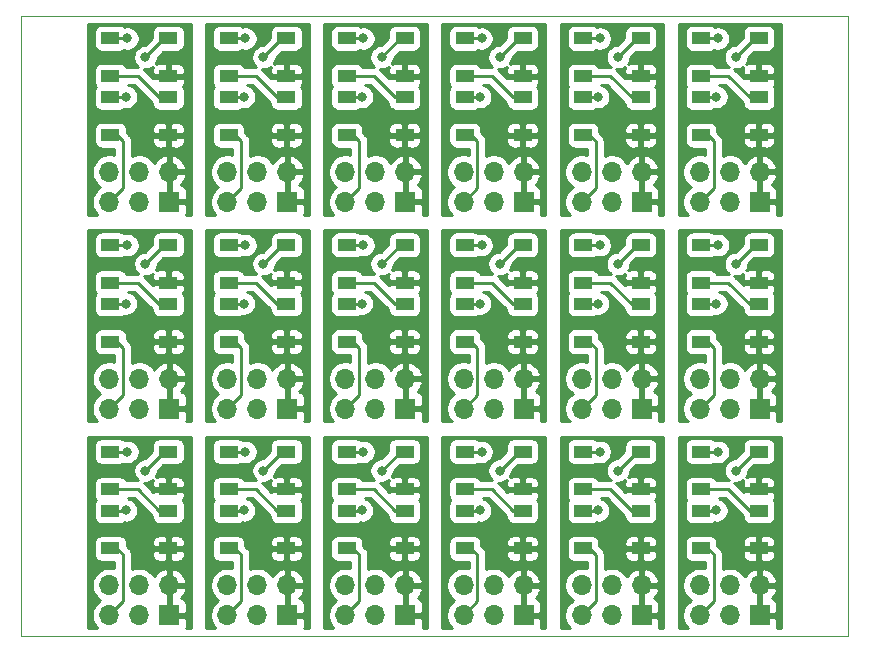
<source format=gbr>
G04 #@! TF.GenerationSoftware,KiCad,Pcbnew,5.1.10-88a1d61d58~90~ubuntu21.04.1*
G04 #@! TF.CreationDate,2021-10-15T10:00:42+02:00*
G04 #@! TF.ProjectId,IndicatorLeds,496e6469-6361-4746-9f72-4c6564732e6b,rev?*
G04 #@! TF.SameCoordinates,Original*
G04 #@! TF.FileFunction,Copper,L1,Top*
G04 #@! TF.FilePolarity,Positive*
%FSLAX46Y46*%
G04 Gerber Fmt 4.6, Leading zero omitted, Abs format (unit mm)*
G04 Created by KiCad (PCBNEW 5.1.10-88a1d61d58~90~ubuntu21.04.1) date 2021-10-15 10:00:42*
%MOMM*%
%LPD*%
G01*
G04 APERTURE LIST*
G04 #@! TA.AperFunction,Profile*
%ADD10C,0.100000*%
G04 #@! TD*
G04 #@! TA.AperFunction,ComponentPad*
%ADD11R,1.700000X1.700000*%
G04 #@! TD*
G04 #@! TA.AperFunction,ComponentPad*
%ADD12O,1.700000X1.700000*%
G04 #@! TD*
G04 #@! TA.AperFunction,SMDPad,CuDef*
%ADD13R,1.500000X1.000000*%
G04 #@! TD*
G04 #@! TA.AperFunction,ViaPad*
%ADD14C,0.800000*%
G04 #@! TD*
G04 #@! TA.AperFunction,Conductor*
%ADD15C,0.250000*%
G04 #@! TD*
G04 #@! TA.AperFunction,Conductor*
%ADD16C,0.254000*%
G04 #@! TD*
G04 #@! TA.AperFunction,Conductor*
%ADD17C,0.350000*%
G04 #@! TD*
G04 APERTURE END LIST*
D10*
X45000000Y-49999000D02*
X110000000Y-49999000D01*
X45000000Y-102501000D02*
X45000000Y-49999000D01*
X115001000Y-102501000D02*
X45000000Y-102501000D01*
X115001000Y-49999000D02*
X115001000Y-102501000D01*
X110000000Y-49999000D02*
X115001000Y-49999000D01*
D11*
G04 #@! TO.P,J1,1*
G04 #@! TO.N,Board_18-VCC*
X107529026Y-100761011D03*
D12*
G04 #@! TO.P,J1,2*
X107529026Y-98221011D03*
G04 #@! TO.P,J1,3*
G04 #@! TO.N,Board_18-GND*
X104989026Y-100761011D03*
G04 #@! TO.P,J1,4*
X104989026Y-98221011D03*
G04 #@! TO.P,J1,5*
G04 #@! TO.N,Board_18-/Din*
X102449026Y-100761011D03*
G04 #@! TO.P,J1,6*
G04 #@! TO.N,Board_18-/Dout*
X102449026Y-98221011D03*
G04 #@! TD*
D13*
G04 #@! TO.P,D1,1*
G04 #@! TO.N,Board_18-VCC*
X107450026Y-95100011D03*
G04 #@! TO.P,D1,2*
G04 #@! TO.N,Board_18-Net-(D1-Pad2)*
X107450026Y-91900011D03*
G04 #@! TO.P,D1,4*
G04 #@! TO.N,Board_18-/Din*
X102550026Y-95100011D03*
G04 #@! TO.P,D1,3*
G04 #@! TO.N,Board_18-GND*
X102550026Y-91900011D03*
G04 #@! TD*
G04 #@! TO.P,D2,1*
G04 #@! TO.N,Board_18-VCC*
X107450026Y-90100011D03*
G04 #@! TO.P,D2,2*
G04 #@! TO.N,Board_18-/Dout*
X107450026Y-86900011D03*
G04 #@! TO.P,D2,4*
G04 #@! TO.N,Board_18-Net-(D1-Pad2)*
X102550026Y-90100011D03*
G04 #@! TO.P,D2,3*
G04 #@! TO.N,Board_18-GND*
X102550026Y-86900011D03*
G04 #@! TD*
D11*
G04 #@! TO.P,J1,1*
G04 #@! TO.N,Board_17-VCC*
X97529021Y-100761011D03*
D12*
G04 #@! TO.P,J1,2*
X97529021Y-98221011D03*
G04 #@! TO.P,J1,3*
G04 #@! TO.N,Board_17-GND*
X94989021Y-100761011D03*
G04 #@! TO.P,J1,4*
X94989021Y-98221011D03*
G04 #@! TO.P,J1,5*
G04 #@! TO.N,Board_17-/Din*
X92449021Y-100761011D03*
G04 #@! TO.P,J1,6*
G04 #@! TO.N,Board_17-/Dout*
X92449021Y-98221011D03*
G04 #@! TD*
D13*
G04 #@! TO.P,D1,1*
G04 #@! TO.N,Board_17-VCC*
X97450021Y-95100011D03*
G04 #@! TO.P,D1,2*
G04 #@! TO.N,Board_17-Net-(D1-Pad2)*
X97450021Y-91900011D03*
G04 #@! TO.P,D1,4*
G04 #@! TO.N,Board_17-/Din*
X92550021Y-95100011D03*
G04 #@! TO.P,D1,3*
G04 #@! TO.N,Board_17-GND*
X92550021Y-91900011D03*
G04 #@! TD*
G04 #@! TO.P,D2,1*
G04 #@! TO.N,Board_17-VCC*
X97450021Y-90100011D03*
G04 #@! TO.P,D2,2*
G04 #@! TO.N,Board_17-/Dout*
X97450021Y-86900011D03*
G04 #@! TO.P,D2,4*
G04 #@! TO.N,Board_17-Net-(D1-Pad2)*
X92550021Y-90100011D03*
G04 #@! TO.P,D2,3*
G04 #@! TO.N,Board_17-GND*
X92550021Y-86900011D03*
G04 #@! TD*
D11*
G04 #@! TO.P,J1,1*
G04 #@! TO.N,Board_16-VCC*
X87529016Y-100761011D03*
D12*
G04 #@! TO.P,J1,2*
X87529016Y-98221011D03*
G04 #@! TO.P,J1,3*
G04 #@! TO.N,Board_16-GND*
X84989016Y-100761011D03*
G04 #@! TO.P,J1,4*
X84989016Y-98221011D03*
G04 #@! TO.P,J1,5*
G04 #@! TO.N,Board_16-/Din*
X82449016Y-100761011D03*
G04 #@! TO.P,J1,6*
G04 #@! TO.N,Board_16-/Dout*
X82449016Y-98221011D03*
G04 #@! TD*
D13*
G04 #@! TO.P,D1,1*
G04 #@! TO.N,Board_16-VCC*
X87450016Y-95100011D03*
G04 #@! TO.P,D1,2*
G04 #@! TO.N,Board_16-Net-(D1-Pad2)*
X87450016Y-91900011D03*
G04 #@! TO.P,D1,4*
G04 #@! TO.N,Board_16-/Din*
X82550016Y-95100011D03*
G04 #@! TO.P,D1,3*
G04 #@! TO.N,Board_16-GND*
X82550016Y-91900011D03*
G04 #@! TD*
G04 #@! TO.P,D2,1*
G04 #@! TO.N,Board_16-VCC*
X87450016Y-90100011D03*
G04 #@! TO.P,D2,2*
G04 #@! TO.N,Board_16-/Dout*
X87450016Y-86900011D03*
G04 #@! TO.P,D2,4*
G04 #@! TO.N,Board_16-Net-(D1-Pad2)*
X82550016Y-90100011D03*
G04 #@! TO.P,D2,3*
G04 #@! TO.N,Board_16-GND*
X82550016Y-86900011D03*
G04 #@! TD*
D11*
G04 #@! TO.P,J1,1*
G04 #@! TO.N,Board_15-VCC*
X77529011Y-100761011D03*
D12*
G04 #@! TO.P,J1,2*
X77529011Y-98221011D03*
G04 #@! TO.P,J1,3*
G04 #@! TO.N,Board_15-GND*
X74989011Y-100761011D03*
G04 #@! TO.P,J1,4*
X74989011Y-98221011D03*
G04 #@! TO.P,J1,5*
G04 #@! TO.N,Board_15-/Din*
X72449011Y-100761011D03*
G04 #@! TO.P,J1,6*
G04 #@! TO.N,Board_15-/Dout*
X72449011Y-98221011D03*
G04 #@! TD*
D13*
G04 #@! TO.P,D1,1*
G04 #@! TO.N,Board_15-VCC*
X77450011Y-95100011D03*
G04 #@! TO.P,D1,2*
G04 #@! TO.N,Board_15-Net-(D1-Pad2)*
X77450011Y-91900011D03*
G04 #@! TO.P,D1,4*
G04 #@! TO.N,Board_15-/Din*
X72550011Y-95100011D03*
G04 #@! TO.P,D1,3*
G04 #@! TO.N,Board_15-GND*
X72550011Y-91900011D03*
G04 #@! TD*
G04 #@! TO.P,D2,1*
G04 #@! TO.N,Board_15-VCC*
X77450011Y-90100011D03*
G04 #@! TO.P,D2,2*
G04 #@! TO.N,Board_15-/Dout*
X77450011Y-86900011D03*
G04 #@! TO.P,D2,4*
G04 #@! TO.N,Board_15-Net-(D1-Pad2)*
X72550011Y-90100011D03*
G04 #@! TO.P,D2,3*
G04 #@! TO.N,Board_15-GND*
X72550011Y-86900011D03*
G04 #@! TD*
D11*
G04 #@! TO.P,J1,1*
G04 #@! TO.N,Board_14-VCC*
X67529006Y-100761011D03*
D12*
G04 #@! TO.P,J1,2*
X67529006Y-98221011D03*
G04 #@! TO.P,J1,3*
G04 #@! TO.N,Board_14-GND*
X64989006Y-100761011D03*
G04 #@! TO.P,J1,4*
X64989006Y-98221011D03*
G04 #@! TO.P,J1,5*
G04 #@! TO.N,Board_14-/Din*
X62449006Y-100761011D03*
G04 #@! TO.P,J1,6*
G04 #@! TO.N,Board_14-/Dout*
X62449006Y-98221011D03*
G04 #@! TD*
D13*
G04 #@! TO.P,D1,1*
G04 #@! TO.N,Board_14-VCC*
X67450006Y-95100011D03*
G04 #@! TO.P,D1,2*
G04 #@! TO.N,Board_14-Net-(D1-Pad2)*
X67450006Y-91900011D03*
G04 #@! TO.P,D1,4*
G04 #@! TO.N,Board_14-/Din*
X62550006Y-95100011D03*
G04 #@! TO.P,D1,3*
G04 #@! TO.N,Board_14-GND*
X62550006Y-91900011D03*
G04 #@! TD*
G04 #@! TO.P,D2,1*
G04 #@! TO.N,Board_14-VCC*
X67450006Y-90100011D03*
G04 #@! TO.P,D2,2*
G04 #@! TO.N,Board_14-/Dout*
X67450006Y-86900011D03*
G04 #@! TO.P,D2,4*
G04 #@! TO.N,Board_14-Net-(D1-Pad2)*
X62550006Y-90100011D03*
G04 #@! TO.P,D2,3*
G04 #@! TO.N,Board_14-GND*
X62550006Y-86900011D03*
G04 #@! TD*
D11*
G04 #@! TO.P,J1,1*
G04 #@! TO.N,Board_13-VCC*
X57529001Y-100761011D03*
D12*
G04 #@! TO.P,J1,2*
X57529001Y-98221011D03*
G04 #@! TO.P,J1,3*
G04 #@! TO.N,Board_13-GND*
X54989001Y-100761011D03*
G04 #@! TO.P,J1,4*
X54989001Y-98221011D03*
G04 #@! TO.P,J1,5*
G04 #@! TO.N,Board_13-/Din*
X52449001Y-100761011D03*
G04 #@! TO.P,J1,6*
G04 #@! TO.N,Board_13-/Dout*
X52449001Y-98221011D03*
G04 #@! TD*
D13*
G04 #@! TO.P,D1,1*
G04 #@! TO.N,Board_13-VCC*
X57450001Y-95100011D03*
G04 #@! TO.P,D1,2*
G04 #@! TO.N,Board_13-Net-(D1-Pad2)*
X57450001Y-91900011D03*
G04 #@! TO.P,D1,4*
G04 #@! TO.N,Board_13-/Din*
X52550001Y-95100011D03*
G04 #@! TO.P,D1,3*
G04 #@! TO.N,Board_13-GND*
X52550001Y-91900011D03*
G04 #@! TD*
G04 #@! TO.P,D2,1*
G04 #@! TO.N,Board_13-VCC*
X57450001Y-90100011D03*
G04 #@! TO.P,D2,2*
G04 #@! TO.N,Board_13-/Dout*
X57450001Y-86900011D03*
G04 #@! TO.P,D2,4*
G04 #@! TO.N,Board_13-Net-(D1-Pad2)*
X52550001Y-90100011D03*
G04 #@! TO.P,D2,3*
G04 #@! TO.N,Board_13-GND*
X52550001Y-86900011D03*
G04 #@! TD*
D11*
G04 #@! TO.P,J1,1*
G04 #@! TO.N,Board_12-VCC*
X107529026Y-83261006D03*
D12*
G04 #@! TO.P,J1,2*
X107529026Y-80721006D03*
G04 #@! TO.P,J1,3*
G04 #@! TO.N,Board_12-GND*
X104989026Y-83261006D03*
G04 #@! TO.P,J1,4*
X104989026Y-80721006D03*
G04 #@! TO.P,J1,5*
G04 #@! TO.N,Board_12-/Din*
X102449026Y-83261006D03*
G04 #@! TO.P,J1,6*
G04 #@! TO.N,Board_12-/Dout*
X102449026Y-80721006D03*
G04 #@! TD*
D13*
G04 #@! TO.P,D1,1*
G04 #@! TO.N,Board_12-VCC*
X107450026Y-77600006D03*
G04 #@! TO.P,D1,2*
G04 #@! TO.N,Board_12-Net-(D1-Pad2)*
X107450026Y-74400006D03*
G04 #@! TO.P,D1,4*
G04 #@! TO.N,Board_12-/Din*
X102550026Y-77600006D03*
G04 #@! TO.P,D1,3*
G04 #@! TO.N,Board_12-GND*
X102550026Y-74400006D03*
G04 #@! TD*
G04 #@! TO.P,D2,1*
G04 #@! TO.N,Board_12-VCC*
X107450026Y-72600006D03*
G04 #@! TO.P,D2,2*
G04 #@! TO.N,Board_12-/Dout*
X107450026Y-69400006D03*
G04 #@! TO.P,D2,4*
G04 #@! TO.N,Board_12-Net-(D1-Pad2)*
X102550026Y-72600006D03*
G04 #@! TO.P,D2,3*
G04 #@! TO.N,Board_12-GND*
X102550026Y-69400006D03*
G04 #@! TD*
D11*
G04 #@! TO.P,J1,1*
G04 #@! TO.N,Board_11-VCC*
X97529021Y-83261006D03*
D12*
G04 #@! TO.P,J1,2*
X97529021Y-80721006D03*
G04 #@! TO.P,J1,3*
G04 #@! TO.N,Board_11-GND*
X94989021Y-83261006D03*
G04 #@! TO.P,J1,4*
X94989021Y-80721006D03*
G04 #@! TO.P,J1,5*
G04 #@! TO.N,Board_11-/Din*
X92449021Y-83261006D03*
G04 #@! TO.P,J1,6*
G04 #@! TO.N,Board_11-/Dout*
X92449021Y-80721006D03*
G04 #@! TD*
D13*
G04 #@! TO.P,D1,1*
G04 #@! TO.N,Board_11-VCC*
X97450021Y-77600006D03*
G04 #@! TO.P,D1,2*
G04 #@! TO.N,Board_11-Net-(D1-Pad2)*
X97450021Y-74400006D03*
G04 #@! TO.P,D1,4*
G04 #@! TO.N,Board_11-/Din*
X92550021Y-77600006D03*
G04 #@! TO.P,D1,3*
G04 #@! TO.N,Board_11-GND*
X92550021Y-74400006D03*
G04 #@! TD*
G04 #@! TO.P,D2,1*
G04 #@! TO.N,Board_11-VCC*
X97450021Y-72600006D03*
G04 #@! TO.P,D2,2*
G04 #@! TO.N,Board_11-/Dout*
X97450021Y-69400006D03*
G04 #@! TO.P,D2,4*
G04 #@! TO.N,Board_11-Net-(D1-Pad2)*
X92550021Y-72600006D03*
G04 #@! TO.P,D2,3*
G04 #@! TO.N,Board_11-GND*
X92550021Y-69400006D03*
G04 #@! TD*
D11*
G04 #@! TO.P,J1,1*
G04 #@! TO.N,Board_10-VCC*
X87529016Y-83261006D03*
D12*
G04 #@! TO.P,J1,2*
X87529016Y-80721006D03*
G04 #@! TO.P,J1,3*
G04 #@! TO.N,Board_10-GND*
X84989016Y-83261006D03*
G04 #@! TO.P,J1,4*
X84989016Y-80721006D03*
G04 #@! TO.P,J1,5*
G04 #@! TO.N,Board_10-/Din*
X82449016Y-83261006D03*
G04 #@! TO.P,J1,6*
G04 #@! TO.N,Board_10-/Dout*
X82449016Y-80721006D03*
G04 #@! TD*
D13*
G04 #@! TO.P,D1,1*
G04 #@! TO.N,Board_10-VCC*
X87450016Y-77600006D03*
G04 #@! TO.P,D1,2*
G04 #@! TO.N,Board_10-Net-(D1-Pad2)*
X87450016Y-74400006D03*
G04 #@! TO.P,D1,4*
G04 #@! TO.N,Board_10-/Din*
X82550016Y-77600006D03*
G04 #@! TO.P,D1,3*
G04 #@! TO.N,Board_10-GND*
X82550016Y-74400006D03*
G04 #@! TD*
G04 #@! TO.P,D2,1*
G04 #@! TO.N,Board_10-VCC*
X87450016Y-72600006D03*
G04 #@! TO.P,D2,2*
G04 #@! TO.N,Board_10-/Dout*
X87450016Y-69400006D03*
G04 #@! TO.P,D2,4*
G04 #@! TO.N,Board_10-Net-(D1-Pad2)*
X82550016Y-72600006D03*
G04 #@! TO.P,D2,3*
G04 #@! TO.N,Board_10-GND*
X82550016Y-69400006D03*
G04 #@! TD*
D11*
G04 #@! TO.P,J1,1*
G04 #@! TO.N,Board_9-VCC*
X77529011Y-83261006D03*
D12*
G04 #@! TO.P,J1,2*
X77529011Y-80721006D03*
G04 #@! TO.P,J1,3*
G04 #@! TO.N,Board_9-GND*
X74989011Y-83261006D03*
G04 #@! TO.P,J1,4*
X74989011Y-80721006D03*
G04 #@! TO.P,J1,5*
G04 #@! TO.N,Board_9-/Din*
X72449011Y-83261006D03*
G04 #@! TO.P,J1,6*
G04 #@! TO.N,Board_9-/Dout*
X72449011Y-80721006D03*
G04 #@! TD*
D13*
G04 #@! TO.P,D1,1*
G04 #@! TO.N,Board_9-VCC*
X77450011Y-77600006D03*
G04 #@! TO.P,D1,2*
G04 #@! TO.N,Board_9-Net-(D1-Pad2)*
X77450011Y-74400006D03*
G04 #@! TO.P,D1,4*
G04 #@! TO.N,Board_9-/Din*
X72550011Y-77600006D03*
G04 #@! TO.P,D1,3*
G04 #@! TO.N,Board_9-GND*
X72550011Y-74400006D03*
G04 #@! TD*
G04 #@! TO.P,D2,1*
G04 #@! TO.N,Board_9-VCC*
X77450011Y-72600006D03*
G04 #@! TO.P,D2,2*
G04 #@! TO.N,Board_9-/Dout*
X77450011Y-69400006D03*
G04 #@! TO.P,D2,4*
G04 #@! TO.N,Board_9-Net-(D1-Pad2)*
X72550011Y-72600006D03*
G04 #@! TO.P,D2,3*
G04 #@! TO.N,Board_9-GND*
X72550011Y-69400006D03*
G04 #@! TD*
D11*
G04 #@! TO.P,J1,1*
G04 #@! TO.N,Board_8-VCC*
X67529006Y-83261006D03*
D12*
G04 #@! TO.P,J1,2*
X67529006Y-80721006D03*
G04 #@! TO.P,J1,3*
G04 #@! TO.N,Board_8-GND*
X64989006Y-83261006D03*
G04 #@! TO.P,J1,4*
X64989006Y-80721006D03*
G04 #@! TO.P,J1,5*
G04 #@! TO.N,Board_8-/Din*
X62449006Y-83261006D03*
G04 #@! TO.P,J1,6*
G04 #@! TO.N,Board_8-/Dout*
X62449006Y-80721006D03*
G04 #@! TD*
D13*
G04 #@! TO.P,D1,1*
G04 #@! TO.N,Board_8-VCC*
X67450006Y-77600006D03*
G04 #@! TO.P,D1,2*
G04 #@! TO.N,Board_8-Net-(D1-Pad2)*
X67450006Y-74400006D03*
G04 #@! TO.P,D1,4*
G04 #@! TO.N,Board_8-/Din*
X62550006Y-77600006D03*
G04 #@! TO.P,D1,3*
G04 #@! TO.N,Board_8-GND*
X62550006Y-74400006D03*
G04 #@! TD*
G04 #@! TO.P,D2,1*
G04 #@! TO.N,Board_8-VCC*
X67450006Y-72600006D03*
G04 #@! TO.P,D2,2*
G04 #@! TO.N,Board_8-/Dout*
X67450006Y-69400006D03*
G04 #@! TO.P,D2,4*
G04 #@! TO.N,Board_8-Net-(D1-Pad2)*
X62550006Y-72600006D03*
G04 #@! TO.P,D2,3*
G04 #@! TO.N,Board_8-GND*
X62550006Y-69400006D03*
G04 #@! TD*
D11*
G04 #@! TO.P,J1,1*
G04 #@! TO.N,Board_7-VCC*
X57529001Y-83261006D03*
D12*
G04 #@! TO.P,J1,2*
X57529001Y-80721006D03*
G04 #@! TO.P,J1,3*
G04 #@! TO.N,Board_7-GND*
X54989001Y-83261006D03*
G04 #@! TO.P,J1,4*
X54989001Y-80721006D03*
G04 #@! TO.P,J1,5*
G04 #@! TO.N,Board_7-/Din*
X52449001Y-83261006D03*
G04 #@! TO.P,J1,6*
G04 #@! TO.N,Board_7-/Dout*
X52449001Y-80721006D03*
G04 #@! TD*
D13*
G04 #@! TO.P,D1,1*
G04 #@! TO.N,Board_7-VCC*
X57450001Y-77600006D03*
G04 #@! TO.P,D1,2*
G04 #@! TO.N,Board_7-Net-(D1-Pad2)*
X57450001Y-74400006D03*
G04 #@! TO.P,D1,4*
G04 #@! TO.N,Board_7-/Din*
X52550001Y-77600006D03*
G04 #@! TO.P,D1,3*
G04 #@! TO.N,Board_7-GND*
X52550001Y-74400006D03*
G04 #@! TD*
G04 #@! TO.P,D2,1*
G04 #@! TO.N,Board_7-VCC*
X57450001Y-72600006D03*
G04 #@! TO.P,D2,2*
G04 #@! TO.N,Board_7-/Dout*
X57450001Y-69400006D03*
G04 #@! TO.P,D2,4*
G04 #@! TO.N,Board_7-Net-(D1-Pad2)*
X52550001Y-72600006D03*
G04 #@! TO.P,D2,3*
G04 #@! TO.N,Board_7-GND*
X52550001Y-69400006D03*
G04 #@! TD*
D11*
G04 #@! TO.P,J1,1*
G04 #@! TO.N,Board_6-VCC*
X107529026Y-65761001D03*
D12*
G04 #@! TO.P,J1,2*
X107529026Y-63221001D03*
G04 #@! TO.P,J1,3*
G04 #@! TO.N,Board_6-GND*
X104989026Y-65761001D03*
G04 #@! TO.P,J1,4*
X104989026Y-63221001D03*
G04 #@! TO.P,J1,5*
G04 #@! TO.N,Board_6-/Din*
X102449026Y-65761001D03*
G04 #@! TO.P,J1,6*
G04 #@! TO.N,Board_6-/Dout*
X102449026Y-63221001D03*
G04 #@! TD*
D13*
G04 #@! TO.P,D1,1*
G04 #@! TO.N,Board_6-VCC*
X107450026Y-60100001D03*
G04 #@! TO.P,D1,2*
G04 #@! TO.N,Board_6-Net-(D1-Pad2)*
X107450026Y-56900001D03*
G04 #@! TO.P,D1,4*
G04 #@! TO.N,Board_6-/Din*
X102550026Y-60100001D03*
G04 #@! TO.P,D1,3*
G04 #@! TO.N,Board_6-GND*
X102550026Y-56900001D03*
G04 #@! TD*
G04 #@! TO.P,D2,1*
G04 #@! TO.N,Board_6-VCC*
X107450026Y-55100001D03*
G04 #@! TO.P,D2,2*
G04 #@! TO.N,Board_6-/Dout*
X107450026Y-51900001D03*
G04 #@! TO.P,D2,4*
G04 #@! TO.N,Board_6-Net-(D1-Pad2)*
X102550026Y-55100001D03*
G04 #@! TO.P,D2,3*
G04 #@! TO.N,Board_6-GND*
X102550026Y-51900001D03*
G04 #@! TD*
D11*
G04 #@! TO.P,J1,1*
G04 #@! TO.N,Board_5-VCC*
X97529021Y-65761001D03*
D12*
G04 #@! TO.P,J1,2*
X97529021Y-63221001D03*
G04 #@! TO.P,J1,3*
G04 #@! TO.N,Board_5-GND*
X94989021Y-65761001D03*
G04 #@! TO.P,J1,4*
X94989021Y-63221001D03*
G04 #@! TO.P,J1,5*
G04 #@! TO.N,Board_5-/Din*
X92449021Y-65761001D03*
G04 #@! TO.P,J1,6*
G04 #@! TO.N,Board_5-/Dout*
X92449021Y-63221001D03*
G04 #@! TD*
D13*
G04 #@! TO.P,D1,1*
G04 #@! TO.N,Board_5-VCC*
X97450021Y-60100001D03*
G04 #@! TO.P,D1,2*
G04 #@! TO.N,Board_5-Net-(D1-Pad2)*
X97450021Y-56900001D03*
G04 #@! TO.P,D1,4*
G04 #@! TO.N,Board_5-/Din*
X92550021Y-60100001D03*
G04 #@! TO.P,D1,3*
G04 #@! TO.N,Board_5-GND*
X92550021Y-56900001D03*
G04 #@! TD*
G04 #@! TO.P,D2,1*
G04 #@! TO.N,Board_5-VCC*
X97450021Y-55100001D03*
G04 #@! TO.P,D2,2*
G04 #@! TO.N,Board_5-/Dout*
X97450021Y-51900001D03*
G04 #@! TO.P,D2,4*
G04 #@! TO.N,Board_5-Net-(D1-Pad2)*
X92550021Y-55100001D03*
G04 #@! TO.P,D2,3*
G04 #@! TO.N,Board_5-GND*
X92550021Y-51900001D03*
G04 #@! TD*
D11*
G04 #@! TO.P,J1,1*
G04 #@! TO.N,Board_4-VCC*
X87529016Y-65761001D03*
D12*
G04 #@! TO.P,J1,2*
X87529016Y-63221001D03*
G04 #@! TO.P,J1,3*
G04 #@! TO.N,Board_4-GND*
X84989016Y-65761001D03*
G04 #@! TO.P,J1,4*
X84989016Y-63221001D03*
G04 #@! TO.P,J1,5*
G04 #@! TO.N,Board_4-/Din*
X82449016Y-65761001D03*
G04 #@! TO.P,J1,6*
G04 #@! TO.N,Board_4-/Dout*
X82449016Y-63221001D03*
G04 #@! TD*
D13*
G04 #@! TO.P,D1,1*
G04 #@! TO.N,Board_4-VCC*
X87450016Y-60100001D03*
G04 #@! TO.P,D1,2*
G04 #@! TO.N,Board_4-Net-(D1-Pad2)*
X87450016Y-56900001D03*
G04 #@! TO.P,D1,4*
G04 #@! TO.N,Board_4-/Din*
X82550016Y-60100001D03*
G04 #@! TO.P,D1,3*
G04 #@! TO.N,Board_4-GND*
X82550016Y-56900001D03*
G04 #@! TD*
G04 #@! TO.P,D2,1*
G04 #@! TO.N,Board_4-VCC*
X87450016Y-55100001D03*
G04 #@! TO.P,D2,2*
G04 #@! TO.N,Board_4-/Dout*
X87450016Y-51900001D03*
G04 #@! TO.P,D2,4*
G04 #@! TO.N,Board_4-Net-(D1-Pad2)*
X82550016Y-55100001D03*
G04 #@! TO.P,D2,3*
G04 #@! TO.N,Board_4-GND*
X82550016Y-51900001D03*
G04 #@! TD*
D11*
G04 #@! TO.P,J1,1*
G04 #@! TO.N,Board_3-VCC*
X77529011Y-65761001D03*
D12*
G04 #@! TO.P,J1,2*
X77529011Y-63221001D03*
G04 #@! TO.P,J1,3*
G04 #@! TO.N,Board_3-GND*
X74989011Y-65761001D03*
G04 #@! TO.P,J1,4*
X74989011Y-63221001D03*
G04 #@! TO.P,J1,5*
G04 #@! TO.N,Board_3-/Din*
X72449011Y-65761001D03*
G04 #@! TO.P,J1,6*
G04 #@! TO.N,Board_3-/Dout*
X72449011Y-63221001D03*
G04 #@! TD*
D13*
G04 #@! TO.P,D1,1*
G04 #@! TO.N,Board_3-VCC*
X77450011Y-60100001D03*
G04 #@! TO.P,D1,2*
G04 #@! TO.N,Board_3-Net-(D1-Pad2)*
X77450011Y-56900001D03*
G04 #@! TO.P,D1,4*
G04 #@! TO.N,Board_3-/Din*
X72550011Y-60100001D03*
G04 #@! TO.P,D1,3*
G04 #@! TO.N,Board_3-GND*
X72550011Y-56900001D03*
G04 #@! TD*
G04 #@! TO.P,D2,1*
G04 #@! TO.N,Board_3-VCC*
X77450011Y-55100001D03*
G04 #@! TO.P,D2,2*
G04 #@! TO.N,Board_3-/Dout*
X77450011Y-51900001D03*
G04 #@! TO.P,D2,4*
G04 #@! TO.N,Board_3-Net-(D1-Pad2)*
X72550011Y-55100001D03*
G04 #@! TO.P,D2,3*
G04 #@! TO.N,Board_3-GND*
X72550011Y-51900001D03*
G04 #@! TD*
D11*
G04 #@! TO.P,J1,1*
G04 #@! TO.N,Board_2-VCC*
X67529006Y-65761001D03*
D12*
G04 #@! TO.P,J1,2*
X67529006Y-63221001D03*
G04 #@! TO.P,J1,3*
G04 #@! TO.N,Board_2-GND*
X64989006Y-65761001D03*
G04 #@! TO.P,J1,4*
X64989006Y-63221001D03*
G04 #@! TO.P,J1,5*
G04 #@! TO.N,Board_2-/Din*
X62449006Y-65761001D03*
G04 #@! TO.P,J1,6*
G04 #@! TO.N,Board_2-/Dout*
X62449006Y-63221001D03*
G04 #@! TD*
D13*
G04 #@! TO.P,D1,1*
G04 #@! TO.N,Board_2-VCC*
X67450006Y-60100001D03*
G04 #@! TO.P,D1,2*
G04 #@! TO.N,Board_2-Net-(D1-Pad2)*
X67450006Y-56900001D03*
G04 #@! TO.P,D1,4*
G04 #@! TO.N,Board_2-/Din*
X62550006Y-60100001D03*
G04 #@! TO.P,D1,3*
G04 #@! TO.N,Board_2-GND*
X62550006Y-56900001D03*
G04 #@! TD*
G04 #@! TO.P,D2,1*
G04 #@! TO.N,Board_2-VCC*
X67450006Y-55100001D03*
G04 #@! TO.P,D2,2*
G04 #@! TO.N,Board_2-/Dout*
X67450006Y-51900001D03*
G04 #@! TO.P,D2,4*
G04 #@! TO.N,Board_2-Net-(D1-Pad2)*
X62550006Y-55100001D03*
G04 #@! TO.P,D2,3*
G04 #@! TO.N,Board_2-GND*
X62550006Y-51900001D03*
G04 #@! TD*
D11*
G04 #@! TO.P,J1,1*
G04 #@! TO.N,Board_1-VCC*
X57529001Y-65761001D03*
D12*
G04 #@! TO.P,J1,2*
X57529001Y-63221001D03*
G04 #@! TO.P,J1,3*
G04 #@! TO.N,Board_1-GND*
X54989001Y-65761001D03*
G04 #@! TO.P,J1,4*
X54989001Y-63221001D03*
G04 #@! TO.P,J1,5*
G04 #@! TO.N,Board_1-/Din*
X52449001Y-65761001D03*
G04 #@! TO.P,J1,6*
G04 #@! TO.N,Board_1-/Dout*
X52449001Y-63221001D03*
G04 #@! TD*
D13*
G04 #@! TO.P,D1,1*
G04 #@! TO.N,Board_1-VCC*
X57450001Y-60100001D03*
G04 #@! TO.P,D1,2*
G04 #@! TO.N,Board_1-Net-(D1-Pad2)*
X57450001Y-56900001D03*
G04 #@! TO.P,D1,4*
G04 #@! TO.N,Board_1-/Din*
X52550001Y-60100001D03*
G04 #@! TO.P,D1,3*
G04 #@! TO.N,Board_1-GND*
X52550001Y-56900001D03*
G04 #@! TD*
G04 #@! TO.P,D2,1*
G04 #@! TO.N,Board_1-VCC*
X57450001Y-55100001D03*
G04 #@! TO.P,D2,2*
G04 #@! TO.N,Board_1-/Dout*
X57450001Y-51900001D03*
G04 #@! TO.P,D2,4*
G04 #@! TO.N,Board_1-Net-(D1-Pad2)*
X52550001Y-55100001D03*
G04 #@! TO.P,D2,3*
G04 #@! TO.N,Board_1-GND*
X52550001Y-51900001D03*
G04 #@! TD*
D14*
G04 #@! TO.N,Board_1-/Dout*
X55500001Y-53500001D03*
G04 #@! TO.N,Board_1-GND*
X53846001Y-56871001D03*
X53973001Y-51918001D03*
G04 #@! TO.N,Board_2-/Dout*
X65500006Y-53500001D03*
G04 #@! TO.N,Board_2-GND*
X63846006Y-56871001D03*
X63973006Y-51918001D03*
G04 #@! TO.N,Board_3-/Dout*
X75500011Y-53500001D03*
G04 #@! TO.N,Board_3-GND*
X73846011Y-56871001D03*
X73973011Y-51918001D03*
G04 #@! TO.N,Board_4-/Dout*
X85500016Y-53500001D03*
G04 #@! TO.N,Board_4-GND*
X83846016Y-56871001D03*
X83973016Y-51918001D03*
G04 #@! TO.N,Board_5-/Dout*
X95500021Y-53500001D03*
G04 #@! TO.N,Board_5-GND*
X93846021Y-56871001D03*
X93973021Y-51918001D03*
G04 #@! TO.N,Board_6-/Dout*
X105500026Y-53500001D03*
G04 #@! TO.N,Board_6-GND*
X103846026Y-56871001D03*
X103973026Y-51918001D03*
G04 #@! TO.N,Board_7-/Dout*
X55500001Y-71000006D03*
G04 #@! TO.N,Board_7-GND*
X53846001Y-74371006D03*
X53973001Y-69418006D03*
G04 #@! TO.N,Board_8-/Dout*
X65500006Y-71000006D03*
G04 #@! TO.N,Board_8-GND*
X63846006Y-74371006D03*
X63973006Y-69418006D03*
G04 #@! TO.N,Board_9-/Dout*
X75500011Y-71000006D03*
G04 #@! TO.N,Board_9-GND*
X73846011Y-74371006D03*
X73973011Y-69418006D03*
G04 #@! TO.N,Board_10-/Dout*
X85500016Y-71000006D03*
G04 #@! TO.N,Board_10-GND*
X83846016Y-74371006D03*
X83973016Y-69418006D03*
G04 #@! TO.N,Board_11-/Dout*
X95500021Y-71000006D03*
G04 #@! TO.N,Board_11-GND*
X93846021Y-74371006D03*
X93973021Y-69418006D03*
G04 #@! TO.N,Board_12-/Dout*
X105500026Y-71000006D03*
G04 #@! TO.N,Board_12-GND*
X103846026Y-74371006D03*
X103973026Y-69418006D03*
G04 #@! TO.N,Board_13-/Dout*
X55500001Y-88500011D03*
G04 #@! TO.N,Board_13-GND*
X53846001Y-91871011D03*
X53973001Y-86918011D03*
G04 #@! TO.N,Board_14-/Dout*
X65500006Y-88500011D03*
G04 #@! TO.N,Board_14-GND*
X63846006Y-91871011D03*
X63973006Y-86918011D03*
G04 #@! TO.N,Board_15-/Dout*
X75500011Y-88500011D03*
G04 #@! TO.N,Board_15-GND*
X73846011Y-91871011D03*
X73973011Y-86918011D03*
G04 #@! TO.N,Board_16-/Dout*
X85500016Y-88500011D03*
G04 #@! TO.N,Board_16-GND*
X83846016Y-91871011D03*
X83973016Y-86918011D03*
G04 #@! TO.N,Board_17-/Dout*
X95500021Y-88500011D03*
G04 #@! TO.N,Board_17-GND*
X93846021Y-91871011D03*
X93973021Y-86918011D03*
G04 #@! TO.N,Board_18-/Dout*
X105500026Y-88500011D03*
G04 #@! TO.N,Board_18-GND*
X103846026Y-91871011D03*
X103973026Y-86918011D03*
G04 #@! TD*
D15*
G04 #@! TO.N,Board_1-/Din*
X52550001Y-60100001D02*
X53100001Y-60100001D01*
X53624002Y-64586000D02*
X52449001Y-65761001D01*
X53624002Y-60624002D02*
X53624002Y-64586000D01*
X53100001Y-60100001D02*
X53624002Y-60624002D01*
G04 #@! TO.N,Board_1-/Dout*
X57100001Y-51900001D02*
X55500001Y-53500001D01*
X57450001Y-51900001D02*
X57100001Y-51900001D01*
G04 #@! TO.N,Board_1-GND*
X53817001Y-56900001D02*
X53846001Y-56871001D01*
X52550001Y-56900001D02*
X53817001Y-56900001D01*
X52550001Y-51900001D02*
X53955001Y-51900001D01*
X53955001Y-51900001D02*
X53973001Y-51918001D01*
G04 #@! TO.N,Board_1-Net-(D1-Pad2)*
X57450001Y-56900001D02*
X56669001Y-56900001D01*
X54869001Y-55100001D02*
X52550001Y-55100001D01*
X56669001Y-56900001D02*
X54869001Y-55100001D01*
G04 #@! TO.N,Board_2-/Din*
X62550006Y-60100001D02*
X63100006Y-60100001D01*
X63624007Y-64586000D02*
X62449006Y-65761001D01*
X63624007Y-60624002D02*
X63624007Y-64586000D01*
X63100006Y-60100001D02*
X63624007Y-60624002D01*
G04 #@! TO.N,Board_2-/Dout*
X67100006Y-51900001D02*
X65500006Y-53500001D01*
X67450006Y-51900001D02*
X67100006Y-51900001D01*
G04 #@! TO.N,Board_2-GND*
X63817006Y-56900001D02*
X63846006Y-56871001D01*
X62550006Y-56900001D02*
X63817006Y-56900001D01*
X62550006Y-51900001D02*
X63955006Y-51900001D01*
X63955006Y-51900001D02*
X63973006Y-51918001D01*
G04 #@! TO.N,Board_2-Net-(D1-Pad2)*
X67450006Y-56900001D02*
X66669006Y-56900001D01*
X64869006Y-55100001D02*
X62550006Y-55100001D01*
X66669006Y-56900001D02*
X64869006Y-55100001D01*
G04 #@! TO.N,Board_3-/Din*
X72550011Y-60100001D02*
X73100011Y-60100001D01*
X73624012Y-64586000D02*
X72449011Y-65761001D01*
X73624012Y-60624002D02*
X73624012Y-64586000D01*
X73100011Y-60100001D02*
X73624012Y-60624002D01*
G04 #@! TO.N,Board_3-/Dout*
X77100011Y-51900001D02*
X75500011Y-53500001D01*
X77450011Y-51900001D02*
X77100011Y-51900001D01*
G04 #@! TO.N,Board_3-GND*
X73817011Y-56900001D02*
X73846011Y-56871001D01*
X72550011Y-56900001D02*
X73817011Y-56900001D01*
X72550011Y-51900001D02*
X73955011Y-51900001D01*
X73955011Y-51900001D02*
X73973011Y-51918001D01*
G04 #@! TO.N,Board_3-Net-(D1-Pad2)*
X77450011Y-56900001D02*
X76669011Y-56900001D01*
X74869011Y-55100001D02*
X72550011Y-55100001D01*
X76669011Y-56900001D02*
X74869011Y-55100001D01*
G04 #@! TO.N,Board_4-/Din*
X82550016Y-60100001D02*
X83100016Y-60100001D01*
X83624017Y-64586000D02*
X82449016Y-65761001D01*
X83624017Y-60624002D02*
X83624017Y-64586000D01*
X83100016Y-60100001D02*
X83624017Y-60624002D01*
G04 #@! TO.N,Board_4-/Dout*
X87100016Y-51900001D02*
X85500016Y-53500001D01*
X87450016Y-51900001D02*
X87100016Y-51900001D01*
G04 #@! TO.N,Board_4-GND*
X83817016Y-56900001D02*
X83846016Y-56871001D01*
X82550016Y-56900001D02*
X83817016Y-56900001D01*
X82550016Y-51900001D02*
X83955016Y-51900001D01*
X83955016Y-51900001D02*
X83973016Y-51918001D01*
G04 #@! TO.N,Board_4-Net-(D1-Pad2)*
X87450016Y-56900001D02*
X86669016Y-56900001D01*
X84869016Y-55100001D02*
X82550016Y-55100001D01*
X86669016Y-56900001D02*
X84869016Y-55100001D01*
G04 #@! TO.N,Board_5-/Din*
X92550021Y-60100001D02*
X93100021Y-60100001D01*
X93624022Y-64586000D02*
X92449021Y-65761001D01*
X93624022Y-60624002D02*
X93624022Y-64586000D01*
X93100021Y-60100001D02*
X93624022Y-60624002D01*
G04 #@! TO.N,Board_5-/Dout*
X97100021Y-51900001D02*
X95500021Y-53500001D01*
X97450021Y-51900001D02*
X97100021Y-51900001D01*
G04 #@! TO.N,Board_5-GND*
X93817021Y-56900001D02*
X93846021Y-56871001D01*
X92550021Y-56900001D02*
X93817021Y-56900001D01*
X92550021Y-51900001D02*
X93955021Y-51900001D01*
X93955021Y-51900001D02*
X93973021Y-51918001D01*
G04 #@! TO.N,Board_5-Net-(D1-Pad2)*
X97450021Y-56900001D02*
X96669021Y-56900001D01*
X94869021Y-55100001D02*
X92550021Y-55100001D01*
X96669021Y-56900001D02*
X94869021Y-55100001D01*
G04 #@! TO.N,Board_6-/Din*
X102550026Y-60100001D02*
X103100026Y-60100001D01*
X103624027Y-64586000D02*
X102449026Y-65761001D01*
X103624027Y-60624002D02*
X103624027Y-64586000D01*
X103100026Y-60100001D02*
X103624027Y-60624002D01*
G04 #@! TO.N,Board_6-/Dout*
X107100026Y-51900001D02*
X105500026Y-53500001D01*
X107450026Y-51900001D02*
X107100026Y-51900001D01*
G04 #@! TO.N,Board_6-GND*
X103817026Y-56900001D02*
X103846026Y-56871001D01*
X102550026Y-56900001D02*
X103817026Y-56900001D01*
X102550026Y-51900001D02*
X103955026Y-51900001D01*
X103955026Y-51900001D02*
X103973026Y-51918001D01*
G04 #@! TO.N,Board_6-Net-(D1-Pad2)*
X107450026Y-56900001D02*
X106669026Y-56900001D01*
X104869026Y-55100001D02*
X102550026Y-55100001D01*
X106669026Y-56900001D02*
X104869026Y-55100001D01*
G04 #@! TO.N,Board_7-/Din*
X52550001Y-77600006D02*
X53100001Y-77600006D01*
X53624002Y-82086005D02*
X52449001Y-83261006D01*
X53624002Y-78124007D02*
X53624002Y-82086005D01*
X53100001Y-77600006D02*
X53624002Y-78124007D01*
G04 #@! TO.N,Board_7-/Dout*
X57100001Y-69400006D02*
X55500001Y-71000006D01*
X57450001Y-69400006D02*
X57100001Y-69400006D01*
G04 #@! TO.N,Board_7-GND*
X53817001Y-74400006D02*
X53846001Y-74371006D01*
X52550001Y-74400006D02*
X53817001Y-74400006D01*
X52550001Y-69400006D02*
X53955001Y-69400006D01*
X53955001Y-69400006D02*
X53973001Y-69418006D01*
G04 #@! TO.N,Board_7-Net-(D1-Pad2)*
X57450001Y-74400006D02*
X56669001Y-74400006D01*
X54869001Y-72600006D02*
X52550001Y-72600006D01*
X56669001Y-74400006D02*
X54869001Y-72600006D01*
G04 #@! TO.N,Board_8-/Din*
X62550006Y-77600006D02*
X63100006Y-77600006D01*
X63624007Y-82086005D02*
X62449006Y-83261006D01*
X63624007Y-78124007D02*
X63624007Y-82086005D01*
X63100006Y-77600006D02*
X63624007Y-78124007D01*
G04 #@! TO.N,Board_8-/Dout*
X67100006Y-69400006D02*
X65500006Y-71000006D01*
X67450006Y-69400006D02*
X67100006Y-69400006D01*
G04 #@! TO.N,Board_8-GND*
X63817006Y-74400006D02*
X63846006Y-74371006D01*
X62550006Y-74400006D02*
X63817006Y-74400006D01*
X62550006Y-69400006D02*
X63955006Y-69400006D01*
X63955006Y-69400006D02*
X63973006Y-69418006D01*
G04 #@! TO.N,Board_8-Net-(D1-Pad2)*
X67450006Y-74400006D02*
X66669006Y-74400006D01*
X64869006Y-72600006D02*
X62550006Y-72600006D01*
X66669006Y-74400006D02*
X64869006Y-72600006D01*
G04 #@! TO.N,Board_9-/Din*
X72550011Y-77600006D02*
X73100011Y-77600006D01*
X73624012Y-82086005D02*
X72449011Y-83261006D01*
X73624012Y-78124007D02*
X73624012Y-82086005D01*
X73100011Y-77600006D02*
X73624012Y-78124007D01*
G04 #@! TO.N,Board_9-/Dout*
X77100011Y-69400006D02*
X75500011Y-71000006D01*
X77450011Y-69400006D02*
X77100011Y-69400006D01*
G04 #@! TO.N,Board_9-GND*
X73817011Y-74400006D02*
X73846011Y-74371006D01*
X72550011Y-74400006D02*
X73817011Y-74400006D01*
X72550011Y-69400006D02*
X73955011Y-69400006D01*
X73955011Y-69400006D02*
X73973011Y-69418006D01*
G04 #@! TO.N,Board_9-Net-(D1-Pad2)*
X77450011Y-74400006D02*
X76669011Y-74400006D01*
X74869011Y-72600006D02*
X72550011Y-72600006D01*
X76669011Y-74400006D02*
X74869011Y-72600006D01*
G04 #@! TO.N,Board_10-/Din*
X82550016Y-77600006D02*
X83100016Y-77600006D01*
X83624017Y-82086005D02*
X82449016Y-83261006D01*
X83624017Y-78124007D02*
X83624017Y-82086005D01*
X83100016Y-77600006D02*
X83624017Y-78124007D01*
G04 #@! TO.N,Board_10-/Dout*
X87100016Y-69400006D02*
X85500016Y-71000006D01*
X87450016Y-69400006D02*
X87100016Y-69400006D01*
G04 #@! TO.N,Board_10-GND*
X83817016Y-74400006D02*
X83846016Y-74371006D01*
X82550016Y-74400006D02*
X83817016Y-74400006D01*
X82550016Y-69400006D02*
X83955016Y-69400006D01*
X83955016Y-69400006D02*
X83973016Y-69418006D01*
G04 #@! TO.N,Board_10-Net-(D1-Pad2)*
X87450016Y-74400006D02*
X86669016Y-74400006D01*
X84869016Y-72600006D02*
X82550016Y-72600006D01*
X86669016Y-74400006D02*
X84869016Y-72600006D01*
G04 #@! TO.N,Board_11-/Din*
X92550021Y-77600006D02*
X93100021Y-77600006D01*
X93624022Y-82086005D02*
X92449021Y-83261006D01*
X93624022Y-78124007D02*
X93624022Y-82086005D01*
X93100021Y-77600006D02*
X93624022Y-78124007D01*
G04 #@! TO.N,Board_11-/Dout*
X97100021Y-69400006D02*
X95500021Y-71000006D01*
X97450021Y-69400006D02*
X97100021Y-69400006D01*
G04 #@! TO.N,Board_11-GND*
X93817021Y-74400006D02*
X93846021Y-74371006D01*
X92550021Y-74400006D02*
X93817021Y-74400006D01*
X92550021Y-69400006D02*
X93955021Y-69400006D01*
X93955021Y-69400006D02*
X93973021Y-69418006D01*
G04 #@! TO.N,Board_11-Net-(D1-Pad2)*
X97450021Y-74400006D02*
X96669021Y-74400006D01*
X94869021Y-72600006D02*
X92550021Y-72600006D01*
X96669021Y-74400006D02*
X94869021Y-72600006D01*
G04 #@! TO.N,Board_12-/Din*
X102550026Y-77600006D02*
X103100026Y-77600006D01*
X103624027Y-82086005D02*
X102449026Y-83261006D01*
X103624027Y-78124007D02*
X103624027Y-82086005D01*
X103100026Y-77600006D02*
X103624027Y-78124007D01*
G04 #@! TO.N,Board_12-/Dout*
X107100026Y-69400006D02*
X105500026Y-71000006D01*
X107450026Y-69400006D02*
X107100026Y-69400006D01*
G04 #@! TO.N,Board_12-GND*
X103817026Y-74400006D02*
X103846026Y-74371006D01*
X102550026Y-74400006D02*
X103817026Y-74400006D01*
X102550026Y-69400006D02*
X103955026Y-69400006D01*
X103955026Y-69400006D02*
X103973026Y-69418006D01*
G04 #@! TO.N,Board_12-Net-(D1-Pad2)*
X107450026Y-74400006D02*
X106669026Y-74400006D01*
X104869026Y-72600006D02*
X102550026Y-72600006D01*
X106669026Y-74400006D02*
X104869026Y-72600006D01*
G04 #@! TO.N,Board_13-/Din*
X52550001Y-95100011D02*
X53100001Y-95100011D01*
X53624002Y-99586010D02*
X52449001Y-100761011D01*
X53624002Y-95624012D02*
X53624002Y-99586010D01*
X53100001Y-95100011D02*
X53624002Y-95624012D01*
G04 #@! TO.N,Board_13-/Dout*
X57100001Y-86900011D02*
X55500001Y-88500011D01*
X57450001Y-86900011D02*
X57100001Y-86900011D01*
G04 #@! TO.N,Board_13-GND*
X53817001Y-91900011D02*
X53846001Y-91871011D01*
X52550001Y-91900011D02*
X53817001Y-91900011D01*
X52550001Y-86900011D02*
X53955001Y-86900011D01*
X53955001Y-86900011D02*
X53973001Y-86918011D01*
G04 #@! TO.N,Board_13-Net-(D1-Pad2)*
X57450001Y-91900011D02*
X56669001Y-91900011D01*
X54869001Y-90100011D02*
X52550001Y-90100011D01*
X56669001Y-91900011D02*
X54869001Y-90100011D01*
G04 #@! TO.N,Board_14-/Din*
X62550006Y-95100011D02*
X63100006Y-95100011D01*
X63624007Y-99586010D02*
X62449006Y-100761011D01*
X63624007Y-95624012D02*
X63624007Y-99586010D01*
X63100006Y-95100011D02*
X63624007Y-95624012D01*
G04 #@! TO.N,Board_14-/Dout*
X67100006Y-86900011D02*
X65500006Y-88500011D01*
X67450006Y-86900011D02*
X67100006Y-86900011D01*
G04 #@! TO.N,Board_14-GND*
X63817006Y-91900011D02*
X63846006Y-91871011D01*
X62550006Y-91900011D02*
X63817006Y-91900011D01*
X62550006Y-86900011D02*
X63955006Y-86900011D01*
X63955006Y-86900011D02*
X63973006Y-86918011D01*
G04 #@! TO.N,Board_14-Net-(D1-Pad2)*
X67450006Y-91900011D02*
X66669006Y-91900011D01*
X64869006Y-90100011D02*
X62550006Y-90100011D01*
X66669006Y-91900011D02*
X64869006Y-90100011D01*
G04 #@! TO.N,Board_15-/Din*
X72550011Y-95100011D02*
X73100011Y-95100011D01*
X73624012Y-99586010D02*
X72449011Y-100761011D01*
X73624012Y-95624012D02*
X73624012Y-99586010D01*
X73100011Y-95100011D02*
X73624012Y-95624012D01*
G04 #@! TO.N,Board_15-/Dout*
X77100011Y-86900011D02*
X75500011Y-88500011D01*
X77450011Y-86900011D02*
X77100011Y-86900011D01*
G04 #@! TO.N,Board_15-GND*
X73817011Y-91900011D02*
X73846011Y-91871011D01*
X72550011Y-91900011D02*
X73817011Y-91900011D01*
X72550011Y-86900011D02*
X73955011Y-86900011D01*
X73955011Y-86900011D02*
X73973011Y-86918011D01*
G04 #@! TO.N,Board_15-Net-(D1-Pad2)*
X77450011Y-91900011D02*
X76669011Y-91900011D01*
X74869011Y-90100011D02*
X72550011Y-90100011D01*
X76669011Y-91900011D02*
X74869011Y-90100011D01*
G04 #@! TO.N,Board_16-/Din*
X82550016Y-95100011D02*
X83100016Y-95100011D01*
X83624017Y-99586010D02*
X82449016Y-100761011D01*
X83624017Y-95624012D02*
X83624017Y-99586010D01*
X83100016Y-95100011D02*
X83624017Y-95624012D01*
G04 #@! TO.N,Board_16-/Dout*
X87100016Y-86900011D02*
X85500016Y-88500011D01*
X87450016Y-86900011D02*
X87100016Y-86900011D01*
G04 #@! TO.N,Board_16-GND*
X83817016Y-91900011D02*
X83846016Y-91871011D01*
X82550016Y-91900011D02*
X83817016Y-91900011D01*
X82550016Y-86900011D02*
X83955016Y-86900011D01*
X83955016Y-86900011D02*
X83973016Y-86918011D01*
G04 #@! TO.N,Board_16-Net-(D1-Pad2)*
X87450016Y-91900011D02*
X86669016Y-91900011D01*
X84869016Y-90100011D02*
X82550016Y-90100011D01*
X86669016Y-91900011D02*
X84869016Y-90100011D01*
G04 #@! TO.N,Board_17-/Din*
X92550021Y-95100011D02*
X93100021Y-95100011D01*
X93624022Y-99586010D02*
X92449021Y-100761011D01*
X93624022Y-95624012D02*
X93624022Y-99586010D01*
X93100021Y-95100011D02*
X93624022Y-95624012D01*
G04 #@! TO.N,Board_17-/Dout*
X97100021Y-86900011D02*
X95500021Y-88500011D01*
X97450021Y-86900011D02*
X97100021Y-86900011D01*
G04 #@! TO.N,Board_17-GND*
X93817021Y-91900011D02*
X93846021Y-91871011D01*
X92550021Y-91900011D02*
X93817021Y-91900011D01*
X92550021Y-86900011D02*
X93955021Y-86900011D01*
X93955021Y-86900011D02*
X93973021Y-86918011D01*
G04 #@! TO.N,Board_17-Net-(D1-Pad2)*
X97450021Y-91900011D02*
X96669021Y-91900011D01*
X94869021Y-90100011D02*
X92550021Y-90100011D01*
X96669021Y-91900011D02*
X94869021Y-90100011D01*
G04 #@! TO.N,Board_18-/Din*
X102550026Y-95100011D02*
X103100026Y-95100011D01*
X103624027Y-99586010D02*
X102449026Y-100761011D01*
X103624027Y-95624012D02*
X103624027Y-99586010D01*
X103100026Y-95100011D02*
X103624027Y-95624012D01*
G04 #@! TO.N,Board_18-/Dout*
X107100026Y-86900011D02*
X105500026Y-88500011D01*
X107450026Y-86900011D02*
X107100026Y-86900011D01*
G04 #@! TO.N,Board_18-GND*
X103817026Y-91900011D02*
X103846026Y-91871011D01*
X102550026Y-91900011D02*
X103817026Y-91900011D01*
X102550026Y-86900011D02*
X103955026Y-86900011D01*
X103955026Y-86900011D02*
X103973026Y-86918011D01*
G04 #@! TO.N,Board_18-Net-(D1-Pad2)*
X107450026Y-91900011D02*
X106669026Y-91900011D01*
X104869026Y-90100011D02*
X102550026Y-90100011D01*
X106669026Y-91900011D02*
X104869026Y-90100011D01*
G04 #@! TD*
D16*
G04 #@! TO.N,Board_1-VCC*
X59340001Y-66840001D02*
X58973108Y-66840001D01*
X59004813Y-66735483D01*
X59017073Y-66611001D01*
X59014001Y-66046751D01*
X58855251Y-65888001D01*
X57656001Y-65888001D01*
X57656001Y-65908001D01*
X57402001Y-65908001D01*
X57402001Y-65888001D01*
X57382001Y-65888001D01*
X57382001Y-65634001D01*
X57402001Y-65634001D01*
X57402001Y-63348001D01*
X57656001Y-63348001D01*
X57656001Y-65634001D01*
X58855251Y-65634001D01*
X59014001Y-65475251D01*
X59017073Y-64911001D01*
X59004813Y-64786519D01*
X58968503Y-64666821D01*
X58909538Y-64556507D01*
X58830186Y-64459816D01*
X58733495Y-64380464D01*
X58623181Y-64321499D01*
X58547375Y-64298503D01*
X58724179Y-64102356D01*
X58873158Y-63852253D01*
X58970482Y-63577892D01*
X58849815Y-63348001D01*
X57656001Y-63348001D01*
X57402001Y-63348001D01*
X57382001Y-63348001D01*
X57382001Y-63094001D01*
X57402001Y-63094001D01*
X57402001Y-61900846D01*
X57656001Y-61900846D01*
X57656001Y-63094001D01*
X58849815Y-63094001D01*
X58970482Y-62864110D01*
X58873158Y-62589749D01*
X58724179Y-62339646D01*
X58529270Y-62123413D01*
X58295921Y-61949360D01*
X58033100Y-61824176D01*
X57885891Y-61779525D01*
X57656001Y-61900846D01*
X57402001Y-61900846D01*
X57172111Y-61779525D01*
X57024902Y-61824176D01*
X56762081Y-61949360D01*
X56528732Y-62123413D01*
X56333823Y-62339646D01*
X56264196Y-62456535D01*
X56142476Y-62274369D01*
X55935633Y-62067526D01*
X55692412Y-61905011D01*
X55422159Y-61793069D01*
X55135261Y-61736001D01*
X54842741Y-61736001D01*
X54555843Y-61793069D01*
X54384002Y-61864248D01*
X54384002Y-60661324D01*
X54387678Y-60624001D01*
X54385315Y-60600001D01*
X56061929Y-60600001D01*
X56074189Y-60724483D01*
X56110499Y-60844181D01*
X56169464Y-60954495D01*
X56248816Y-61051186D01*
X56345507Y-61130538D01*
X56455821Y-61189503D01*
X56575519Y-61225813D01*
X56700001Y-61238073D01*
X57164251Y-61235001D01*
X57323001Y-61076251D01*
X57323001Y-60227001D01*
X57577001Y-60227001D01*
X57577001Y-61076251D01*
X57735751Y-61235001D01*
X58200001Y-61238073D01*
X58324483Y-61225813D01*
X58444181Y-61189503D01*
X58554495Y-61130538D01*
X58651186Y-61051186D01*
X58730538Y-60954495D01*
X58789503Y-60844181D01*
X58825813Y-60724483D01*
X58838073Y-60600001D01*
X58835001Y-60385751D01*
X58676251Y-60227001D01*
X57577001Y-60227001D01*
X57323001Y-60227001D01*
X56223751Y-60227001D01*
X56065001Y-60385751D01*
X56061929Y-60600001D01*
X54385315Y-60600001D01*
X54384002Y-60586678D01*
X54384002Y-60586669D01*
X54373005Y-60475016D01*
X54329548Y-60331755D01*
X54258976Y-60199726D01*
X54164003Y-60084001D01*
X54135005Y-60060204D01*
X53938073Y-59863271D01*
X53938073Y-59600001D01*
X56061929Y-59600001D01*
X56065001Y-59814251D01*
X56223751Y-59973001D01*
X57323001Y-59973001D01*
X57323001Y-59123751D01*
X57577001Y-59123751D01*
X57577001Y-59973001D01*
X58676251Y-59973001D01*
X58835001Y-59814251D01*
X58838073Y-59600001D01*
X58825813Y-59475519D01*
X58789503Y-59355821D01*
X58730538Y-59245507D01*
X58651186Y-59148816D01*
X58554495Y-59069464D01*
X58444181Y-59010499D01*
X58324483Y-58974189D01*
X58200001Y-58961929D01*
X57735751Y-58965001D01*
X57577001Y-59123751D01*
X57323001Y-59123751D01*
X57164251Y-58965001D01*
X56700001Y-58961929D01*
X56575519Y-58974189D01*
X56455821Y-59010499D01*
X56345507Y-59069464D01*
X56248816Y-59148816D01*
X56169464Y-59245507D01*
X56110499Y-59355821D01*
X56074189Y-59475519D01*
X56061929Y-59600001D01*
X53938073Y-59600001D01*
X53925813Y-59475519D01*
X53889503Y-59355821D01*
X53830538Y-59245507D01*
X53751186Y-59148816D01*
X53654495Y-59069464D01*
X53544181Y-59010499D01*
X53424483Y-58974189D01*
X53300001Y-58961929D01*
X51800001Y-58961929D01*
X51675519Y-58974189D01*
X51555821Y-59010499D01*
X51445507Y-59069464D01*
X51348816Y-59148816D01*
X51269464Y-59245507D01*
X51210499Y-59355821D01*
X51174189Y-59475519D01*
X51161929Y-59600001D01*
X51161929Y-60600001D01*
X51174189Y-60724483D01*
X51210499Y-60844181D01*
X51269464Y-60954495D01*
X51348816Y-61051186D01*
X51445507Y-61130538D01*
X51555821Y-61189503D01*
X51675519Y-61225813D01*
X51800001Y-61238073D01*
X52864002Y-61238073D01*
X52864002Y-61789457D01*
X52595261Y-61736001D01*
X52302741Y-61736001D01*
X52015843Y-61793069D01*
X51745590Y-61905011D01*
X51502369Y-62067526D01*
X51295526Y-62274369D01*
X51133011Y-62517590D01*
X51021069Y-62787843D01*
X50964001Y-63074741D01*
X50964001Y-63367261D01*
X51021069Y-63654159D01*
X51133011Y-63924412D01*
X51295526Y-64167633D01*
X51502369Y-64374476D01*
X51676761Y-64491001D01*
X51502369Y-64607526D01*
X51295526Y-64814369D01*
X51133011Y-65057590D01*
X51021069Y-65327843D01*
X50964001Y-65614741D01*
X50964001Y-65907261D01*
X51021069Y-66194159D01*
X51133011Y-66464412D01*
X51295526Y-66707633D01*
X51427894Y-66840001D01*
X50660001Y-66840001D01*
X50660001Y-54600001D01*
X51161929Y-54600001D01*
X51161929Y-55600001D01*
X51174189Y-55724483D01*
X51210499Y-55844181D01*
X51269464Y-55954495D01*
X51306810Y-56000001D01*
X51269464Y-56045507D01*
X51210499Y-56155821D01*
X51174189Y-56275519D01*
X51161929Y-56400001D01*
X51161929Y-57400001D01*
X51174189Y-57524483D01*
X51210499Y-57644181D01*
X51269464Y-57754495D01*
X51348816Y-57851186D01*
X51445507Y-57930538D01*
X51555821Y-57989503D01*
X51675519Y-58025813D01*
X51800001Y-58038073D01*
X53300001Y-58038073D01*
X53424483Y-58025813D01*
X53544181Y-57989503D01*
X53654495Y-57930538D01*
X53696034Y-57896448D01*
X53744062Y-57906001D01*
X53947940Y-57906001D01*
X54147899Y-57866227D01*
X54336257Y-57788206D01*
X54505775Y-57674938D01*
X54649938Y-57530775D01*
X54763206Y-57361257D01*
X54841227Y-57172899D01*
X54881001Y-56972940D01*
X54881001Y-56769062D01*
X54841227Y-56569103D01*
X54763206Y-56380745D01*
X54649938Y-56211227D01*
X54505775Y-56067064D01*
X54336257Y-55953796D01*
X54147899Y-55875775D01*
X54068597Y-55860001D01*
X54554200Y-55860001D01*
X56061929Y-57367732D01*
X56061929Y-57400001D01*
X56074189Y-57524483D01*
X56110499Y-57644181D01*
X56169464Y-57754495D01*
X56248816Y-57851186D01*
X56345507Y-57930538D01*
X56455821Y-57989503D01*
X56575519Y-58025813D01*
X56700001Y-58038073D01*
X58200001Y-58038073D01*
X58324483Y-58025813D01*
X58444181Y-57989503D01*
X58554495Y-57930538D01*
X58651186Y-57851186D01*
X58730538Y-57754495D01*
X58789503Y-57644181D01*
X58825813Y-57524483D01*
X58838073Y-57400001D01*
X58838073Y-56400001D01*
X58825813Y-56275519D01*
X58789503Y-56155821D01*
X58730538Y-56045507D01*
X58693192Y-56000001D01*
X58730538Y-55954495D01*
X58789503Y-55844181D01*
X58825813Y-55724483D01*
X58838073Y-55600001D01*
X58835001Y-55385751D01*
X58676251Y-55227001D01*
X57577001Y-55227001D01*
X57577001Y-55247001D01*
X57323001Y-55247001D01*
X57323001Y-55227001D01*
X56223751Y-55227001D01*
X56147277Y-55303475D01*
X55432804Y-54589003D01*
X55409002Y-54560000D01*
X55372295Y-54529876D01*
X55398062Y-54535001D01*
X55601940Y-54535001D01*
X55801899Y-54495227D01*
X55990257Y-54417206D01*
X56126262Y-54326330D01*
X56110499Y-54355821D01*
X56074189Y-54475519D01*
X56061929Y-54600001D01*
X56065001Y-54814251D01*
X56223751Y-54973001D01*
X57323001Y-54973001D01*
X57323001Y-54123751D01*
X57577001Y-54123751D01*
X57577001Y-54973001D01*
X58676251Y-54973001D01*
X58835001Y-54814251D01*
X58838073Y-54600001D01*
X58825813Y-54475519D01*
X58789503Y-54355821D01*
X58730538Y-54245507D01*
X58651186Y-54148816D01*
X58554495Y-54069464D01*
X58444181Y-54010499D01*
X58324483Y-53974189D01*
X58200001Y-53961929D01*
X57735751Y-53965001D01*
X57577001Y-54123751D01*
X57323001Y-54123751D01*
X57164251Y-53965001D01*
X56700001Y-53961929D01*
X56575519Y-53974189D01*
X56455821Y-54010499D01*
X56374713Y-54053853D01*
X56417206Y-53990257D01*
X56495227Y-53801899D01*
X56535001Y-53601940D01*
X56535001Y-53539802D01*
X57036731Y-53038073D01*
X58200001Y-53038073D01*
X58324483Y-53025813D01*
X58444181Y-52989503D01*
X58554495Y-52930538D01*
X58651186Y-52851186D01*
X58730538Y-52754495D01*
X58789503Y-52644181D01*
X58825813Y-52524483D01*
X58838073Y-52400001D01*
X58838073Y-51400001D01*
X58825813Y-51275519D01*
X58789503Y-51155821D01*
X58730538Y-51045507D01*
X58651186Y-50948816D01*
X58554495Y-50869464D01*
X58444181Y-50810499D01*
X58324483Y-50774189D01*
X58200001Y-50761929D01*
X56700001Y-50761929D01*
X56575519Y-50774189D01*
X56455821Y-50810499D01*
X56345507Y-50869464D01*
X56248816Y-50948816D01*
X56169464Y-51045507D01*
X56110499Y-51155821D01*
X56074189Y-51275519D01*
X56061929Y-51400001D01*
X56061929Y-51863271D01*
X55460200Y-52465001D01*
X55398062Y-52465001D01*
X55198103Y-52504775D01*
X55009745Y-52582796D01*
X54840227Y-52696064D01*
X54696064Y-52840227D01*
X54582796Y-53009745D01*
X54504775Y-53198103D01*
X54465001Y-53398062D01*
X54465001Y-53601940D01*
X54504775Y-53801899D01*
X54582796Y-53990257D01*
X54696064Y-54159775D01*
X54840227Y-54303938D01*
X54892103Y-54338600D01*
X54869001Y-54336325D01*
X54831679Y-54340001D01*
X53881047Y-54340001D01*
X53830538Y-54245507D01*
X53751186Y-54148816D01*
X53654495Y-54069464D01*
X53544181Y-54010499D01*
X53424483Y-53974189D01*
X53300001Y-53961929D01*
X51800001Y-53961929D01*
X51675519Y-53974189D01*
X51555821Y-54010499D01*
X51445507Y-54069464D01*
X51348816Y-54148816D01*
X51269464Y-54245507D01*
X51210499Y-54355821D01*
X51174189Y-54475519D01*
X51161929Y-54600001D01*
X50660001Y-54600001D01*
X50660001Y-51400001D01*
X51161929Y-51400001D01*
X51161929Y-52400001D01*
X51174189Y-52524483D01*
X51210499Y-52644181D01*
X51269464Y-52754495D01*
X51348816Y-52851186D01*
X51445507Y-52930538D01*
X51555821Y-52989503D01*
X51675519Y-53025813D01*
X51800001Y-53038073D01*
X53300001Y-53038073D01*
X53424483Y-53025813D01*
X53544181Y-52989503D01*
X53654495Y-52930538D01*
X53674713Y-52913945D01*
X53871062Y-52953001D01*
X54074940Y-52953001D01*
X54274899Y-52913227D01*
X54463257Y-52835206D01*
X54632775Y-52721938D01*
X54776938Y-52577775D01*
X54890206Y-52408257D01*
X54968227Y-52219899D01*
X55008001Y-52019940D01*
X55008001Y-51816062D01*
X54968227Y-51616103D01*
X54890206Y-51427745D01*
X54776938Y-51258227D01*
X54632775Y-51114064D01*
X54463257Y-51000796D01*
X54274899Y-50922775D01*
X54074940Y-50883001D01*
X53871062Y-50883001D01*
X53710022Y-50915034D01*
X53654495Y-50869464D01*
X53544181Y-50810499D01*
X53424483Y-50774189D01*
X53300001Y-50761929D01*
X51800001Y-50761929D01*
X51675519Y-50774189D01*
X51555821Y-50810499D01*
X51445507Y-50869464D01*
X51348816Y-50948816D01*
X51269464Y-51045507D01*
X51210499Y-51155821D01*
X51174189Y-51275519D01*
X51161929Y-51400001D01*
X50660001Y-51400001D01*
X50660001Y-50660001D01*
X59340002Y-50660001D01*
X59340001Y-66840001D01*
G04 #@! TA.AperFunction,Conductor*
D17*
G36*
X59340001Y-66840001D02*
G01*
X58973108Y-66840001D01*
X59004813Y-66735483D01*
X59017073Y-66611001D01*
X59014001Y-66046751D01*
X58855251Y-65888001D01*
X57656001Y-65888001D01*
X57656001Y-65908001D01*
X57402001Y-65908001D01*
X57402001Y-65888001D01*
X57382001Y-65888001D01*
X57382001Y-65634001D01*
X57402001Y-65634001D01*
X57402001Y-63348001D01*
X57656001Y-63348001D01*
X57656001Y-65634001D01*
X58855251Y-65634001D01*
X59014001Y-65475251D01*
X59017073Y-64911001D01*
X59004813Y-64786519D01*
X58968503Y-64666821D01*
X58909538Y-64556507D01*
X58830186Y-64459816D01*
X58733495Y-64380464D01*
X58623181Y-64321499D01*
X58547375Y-64298503D01*
X58724179Y-64102356D01*
X58873158Y-63852253D01*
X58970482Y-63577892D01*
X58849815Y-63348001D01*
X57656001Y-63348001D01*
X57402001Y-63348001D01*
X57382001Y-63348001D01*
X57382001Y-63094001D01*
X57402001Y-63094001D01*
X57402001Y-61900846D01*
X57656001Y-61900846D01*
X57656001Y-63094001D01*
X58849815Y-63094001D01*
X58970482Y-62864110D01*
X58873158Y-62589749D01*
X58724179Y-62339646D01*
X58529270Y-62123413D01*
X58295921Y-61949360D01*
X58033100Y-61824176D01*
X57885891Y-61779525D01*
X57656001Y-61900846D01*
X57402001Y-61900846D01*
X57172111Y-61779525D01*
X57024902Y-61824176D01*
X56762081Y-61949360D01*
X56528732Y-62123413D01*
X56333823Y-62339646D01*
X56264196Y-62456535D01*
X56142476Y-62274369D01*
X55935633Y-62067526D01*
X55692412Y-61905011D01*
X55422159Y-61793069D01*
X55135261Y-61736001D01*
X54842741Y-61736001D01*
X54555843Y-61793069D01*
X54384002Y-61864248D01*
X54384002Y-60661324D01*
X54387678Y-60624001D01*
X54385315Y-60600001D01*
X56061929Y-60600001D01*
X56074189Y-60724483D01*
X56110499Y-60844181D01*
X56169464Y-60954495D01*
X56248816Y-61051186D01*
X56345507Y-61130538D01*
X56455821Y-61189503D01*
X56575519Y-61225813D01*
X56700001Y-61238073D01*
X57164251Y-61235001D01*
X57323001Y-61076251D01*
X57323001Y-60227001D01*
X57577001Y-60227001D01*
X57577001Y-61076251D01*
X57735751Y-61235001D01*
X58200001Y-61238073D01*
X58324483Y-61225813D01*
X58444181Y-61189503D01*
X58554495Y-61130538D01*
X58651186Y-61051186D01*
X58730538Y-60954495D01*
X58789503Y-60844181D01*
X58825813Y-60724483D01*
X58838073Y-60600001D01*
X58835001Y-60385751D01*
X58676251Y-60227001D01*
X57577001Y-60227001D01*
X57323001Y-60227001D01*
X56223751Y-60227001D01*
X56065001Y-60385751D01*
X56061929Y-60600001D01*
X54385315Y-60600001D01*
X54384002Y-60586678D01*
X54384002Y-60586669D01*
X54373005Y-60475016D01*
X54329548Y-60331755D01*
X54258976Y-60199726D01*
X54164003Y-60084001D01*
X54135005Y-60060204D01*
X53938073Y-59863271D01*
X53938073Y-59600001D01*
X56061929Y-59600001D01*
X56065001Y-59814251D01*
X56223751Y-59973001D01*
X57323001Y-59973001D01*
X57323001Y-59123751D01*
X57577001Y-59123751D01*
X57577001Y-59973001D01*
X58676251Y-59973001D01*
X58835001Y-59814251D01*
X58838073Y-59600001D01*
X58825813Y-59475519D01*
X58789503Y-59355821D01*
X58730538Y-59245507D01*
X58651186Y-59148816D01*
X58554495Y-59069464D01*
X58444181Y-59010499D01*
X58324483Y-58974189D01*
X58200001Y-58961929D01*
X57735751Y-58965001D01*
X57577001Y-59123751D01*
X57323001Y-59123751D01*
X57164251Y-58965001D01*
X56700001Y-58961929D01*
X56575519Y-58974189D01*
X56455821Y-59010499D01*
X56345507Y-59069464D01*
X56248816Y-59148816D01*
X56169464Y-59245507D01*
X56110499Y-59355821D01*
X56074189Y-59475519D01*
X56061929Y-59600001D01*
X53938073Y-59600001D01*
X53925813Y-59475519D01*
X53889503Y-59355821D01*
X53830538Y-59245507D01*
X53751186Y-59148816D01*
X53654495Y-59069464D01*
X53544181Y-59010499D01*
X53424483Y-58974189D01*
X53300001Y-58961929D01*
X51800001Y-58961929D01*
X51675519Y-58974189D01*
X51555821Y-59010499D01*
X51445507Y-59069464D01*
X51348816Y-59148816D01*
X51269464Y-59245507D01*
X51210499Y-59355821D01*
X51174189Y-59475519D01*
X51161929Y-59600001D01*
X51161929Y-60600001D01*
X51174189Y-60724483D01*
X51210499Y-60844181D01*
X51269464Y-60954495D01*
X51348816Y-61051186D01*
X51445507Y-61130538D01*
X51555821Y-61189503D01*
X51675519Y-61225813D01*
X51800001Y-61238073D01*
X52864002Y-61238073D01*
X52864002Y-61789457D01*
X52595261Y-61736001D01*
X52302741Y-61736001D01*
X52015843Y-61793069D01*
X51745590Y-61905011D01*
X51502369Y-62067526D01*
X51295526Y-62274369D01*
X51133011Y-62517590D01*
X51021069Y-62787843D01*
X50964001Y-63074741D01*
X50964001Y-63367261D01*
X51021069Y-63654159D01*
X51133011Y-63924412D01*
X51295526Y-64167633D01*
X51502369Y-64374476D01*
X51676761Y-64491001D01*
X51502369Y-64607526D01*
X51295526Y-64814369D01*
X51133011Y-65057590D01*
X51021069Y-65327843D01*
X50964001Y-65614741D01*
X50964001Y-65907261D01*
X51021069Y-66194159D01*
X51133011Y-66464412D01*
X51295526Y-66707633D01*
X51427894Y-66840001D01*
X50660001Y-66840001D01*
X50660001Y-54600001D01*
X51161929Y-54600001D01*
X51161929Y-55600001D01*
X51174189Y-55724483D01*
X51210499Y-55844181D01*
X51269464Y-55954495D01*
X51306810Y-56000001D01*
X51269464Y-56045507D01*
X51210499Y-56155821D01*
X51174189Y-56275519D01*
X51161929Y-56400001D01*
X51161929Y-57400001D01*
X51174189Y-57524483D01*
X51210499Y-57644181D01*
X51269464Y-57754495D01*
X51348816Y-57851186D01*
X51445507Y-57930538D01*
X51555821Y-57989503D01*
X51675519Y-58025813D01*
X51800001Y-58038073D01*
X53300001Y-58038073D01*
X53424483Y-58025813D01*
X53544181Y-57989503D01*
X53654495Y-57930538D01*
X53696034Y-57896448D01*
X53744062Y-57906001D01*
X53947940Y-57906001D01*
X54147899Y-57866227D01*
X54336257Y-57788206D01*
X54505775Y-57674938D01*
X54649938Y-57530775D01*
X54763206Y-57361257D01*
X54841227Y-57172899D01*
X54881001Y-56972940D01*
X54881001Y-56769062D01*
X54841227Y-56569103D01*
X54763206Y-56380745D01*
X54649938Y-56211227D01*
X54505775Y-56067064D01*
X54336257Y-55953796D01*
X54147899Y-55875775D01*
X54068597Y-55860001D01*
X54554200Y-55860001D01*
X56061929Y-57367732D01*
X56061929Y-57400001D01*
X56074189Y-57524483D01*
X56110499Y-57644181D01*
X56169464Y-57754495D01*
X56248816Y-57851186D01*
X56345507Y-57930538D01*
X56455821Y-57989503D01*
X56575519Y-58025813D01*
X56700001Y-58038073D01*
X58200001Y-58038073D01*
X58324483Y-58025813D01*
X58444181Y-57989503D01*
X58554495Y-57930538D01*
X58651186Y-57851186D01*
X58730538Y-57754495D01*
X58789503Y-57644181D01*
X58825813Y-57524483D01*
X58838073Y-57400001D01*
X58838073Y-56400001D01*
X58825813Y-56275519D01*
X58789503Y-56155821D01*
X58730538Y-56045507D01*
X58693192Y-56000001D01*
X58730538Y-55954495D01*
X58789503Y-55844181D01*
X58825813Y-55724483D01*
X58838073Y-55600001D01*
X58835001Y-55385751D01*
X58676251Y-55227001D01*
X57577001Y-55227001D01*
X57577001Y-55247001D01*
X57323001Y-55247001D01*
X57323001Y-55227001D01*
X56223751Y-55227001D01*
X56147277Y-55303475D01*
X55432804Y-54589003D01*
X55409002Y-54560000D01*
X55372295Y-54529876D01*
X55398062Y-54535001D01*
X55601940Y-54535001D01*
X55801899Y-54495227D01*
X55990257Y-54417206D01*
X56126262Y-54326330D01*
X56110499Y-54355821D01*
X56074189Y-54475519D01*
X56061929Y-54600001D01*
X56065001Y-54814251D01*
X56223751Y-54973001D01*
X57323001Y-54973001D01*
X57323001Y-54123751D01*
X57577001Y-54123751D01*
X57577001Y-54973001D01*
X58676251Y-54973001D01*
X58835001Y-54814251D01*
X58838073Y-54600001D01*
X58825813Y-54475519D01*
X58789503Y-54355821D01*
X58730538Y-54245507D01*
X58651186Y-54148816D01*
X58554495Y-54069464D01*
X58444181Y-54010499D01*
X58324483Y-53974189D01*
X58200001Y-53961929D01*
X57735751Y-53965001D01*
X57577001Y-54123751D01*
X57323001Y-54123751D01*
X57164251Y-53965001D01*
X56700001Y-53961929D01*
X56575519Y-53974189D01*
X56455821Y-54010499D01*
X56374713Y-54053853D01*
X56417206Y-53990257D01*
X56495227Y-53801899D01*
X56535001Y-53601940D01*
X56535001Y-53539802D01*
X57036731Y-53038073D01*
X58200001Y-53038073D01*
X58324483Y-53025813D01*
X58444181Y-52989503D01*
X58554495Y-52930538D01*
X58651186Y-52851186D01*
X58730538Y-52754495D01*
X58789503Y-52644181D01*
X58825813Y-52524483D01*
X58838073Y-52400001D01*
X58838073Y-51400001D01*
X58825813Y-51275519D01*
X58789503Y-51155821D01*
X58730538Y-51045507D01*
X58651186Y-50948816D01*
X58554495Y-50869464D01*
X58444181Y-50810499D01*
X58324483Y-50774189D01*
X58200001Y-50761929D01*
X56700001Y-50761929D01*
X56575519Y-50774189D01*
X56455821Y-50810499D01*
X56345507Y-50869464D01*
X56248816Y-50948816D01*
X56169464Y-51045507D01*
X56110499Y-51155821D01*
X56074189Y-51275519D01*
X56061929Y-51400001D01*
X56061929Y-51863271D01*
X55460200Y-52465001D01*
X55398062Y-52465001D01*
X55198103Y-52504775D01*
X55009745Y-52582796D01*
X54840227Y-52696064D01*
X54696064Y-52840227D01*
X54582796Y-53009745D01*
X54504775Y-53198103D01*
X54465001Y-53398062D01*
X54465001Y-53601940D01*
X54504775Y-53801899D01*
X54582796Y-53990257D01*
X54696064Y-54159775D01*
X54840227Y-54303938D01*
X54892103Y-54338600D01*
X54869001Y-54336325D01*
X54831679Y-54340001D01*
X53881047Y-54340001D01*
X53830538Y-54245507D01*
X53751186Y-54148816D01*
X53654495Y-54069464D01*
X53544181Y-54010499D01*
X53424483Y-53974189D01*
X53300001Y-53961929D01*
X51800001Y-53961929D01*
X51675519Y-53974189D01*
X51555821Y-54010499D01*
X51445507Y-54069464D01*
X51348816Y-54148816D01*
X51269464Y-54245507D01*
X51210499Y-54355821D01*
X51174189Y-54475519D01*
X51161929Y-54600001D01*
X50660001Y-54600001D01*
X50660001Y-51400001D01*
X51161929Y-51400001D01*
X51161929Y-52400001D01*
X51174189Y-52524483D01*
X51210499Y-52644181D01*
X51269464Y-52754495D01*
X51348816Y-52851186D01*
X51445507Y-52930538D01*
X51555821Y-52989503D01*
X51675519Y-53025813D01*
X51800001Y-53038073D01*
X53300001Y-53038073D01*
X53424483Y-53025813D01*
X53544181Y-52989503D01*
X53654495Y-52930538D01*
X53674713Y-52913945D01*
X53871062Y-52953001D01*
X54074940Y-52953001D01*
X54274899Y-52913227D01*
X54463257Y-52835206D01*
X54632775Y-52721938D01*
X54776938Y-52577775D01*
X54890206Y-52408257D01*
X54968227Y-52219899D01*
X55008001Y-52019940D01*
X55008001Y-51816062D01*
X54968227Y-51616103D01*
X54890206Y-51427745D01*
X54776938Y-51258227D01*
X54632775Y-51114064D01*
X54463257Y-51000796D01*
X54274899Y-50922775D01*
X54074940Y-50883001D01*
X53871062Y-50883001D01*
X53710022Y-50915034D01*
X53654495Y-50869464D01*
X53544181Y-50810499D01*
X53424483Y-50774189D01*
X53300001Y-50761929D01*
X51800001Y-50761929D01*
X51675519Y-50774189D01*
X51555821Y-50810499D01*
X51445507Y-50869464D01*
X51348816Y-50948816D01*
X51269464Y-51045507D01*
X51210499Y-51155821D01*
X51174189Y-51275519D01*
X51161929Y-51400001D01*
X50660001Y-51400001D01*
X50660001Y-50660001D01*
X59340002Y-50660001D01*
X59340001Y-66840001D01*
G37*
G04 #@! TD.AperFunction*
G04 #@! TD*
D16*
G04 #@! TO.N,Board_2-VCC*
X69340006Y-66840001D02*
X68973113Y-66840001D01*
X69004818Y-66735483D01*
X69017078Y-66611001D01*
X69014006Y-66046751D01*
X68855256Y-65888001D01*
X67656006Y-65888001D01*
X67656006Y-65908001D01*
X67402006Y-65908001D01*
X67402006Y-65888001D01*
X67382006Y-65888001D01*
X67382006Y-65634001D01*
X67402006Y-65634001D01*
X67402006Y-63348001D01*
X67656006Y-63348001D01*
X67656006Y-65634001D01*
X68855256Y-65634001D01*
X69014006Y-65475251D01*
X69017078Y-64911001D01*
X69004818Y-64786519D01*
X68968508Y-64666821D01*
X68909543Y-64556507D01*
X68830191Y-64459816D01*
X68733500Y-64380464D01*
X68623186Y-64321499D01*
X68547380Y-64298503D01*
X68724184Y-64102356D01*
X68873163Y-63852253D01*
X68970487Y-63577892D01*
X68849820Y-63348001D01*
X67656006Y-63348001D01*
X67402006Y-63348001D01*
X67382006Y-63348001D01*
X67382006Y-63094001D01*
X67402006Y-63094001D01*
X67402006Y-61900846D01*
X67656006Y-61900846D01*
X67656006Y-63094001D01*
X68849820Y-63094001D01*
X68970487Y-62864110D01*
X68873163Y-62589749D01*
X68724184Y-62339646D01*
X68529275Y-62123413D01*
X68295926Y-61949360D01*
X68033105Y-61824176D01*
X67885896Y-61779525D01*
X67656006Y-61900846D01*
X67402006Y-61900846D01*
X67172116Y-61779525D01*
X67024907Y-61824176D01*
X66762086Y-61949360D01*
X66528737Y-62123413D01*
X66333828Y-62339646D01*
X66264201Y-62456535D01*
X66142481Y-62274369D01*
X65935638Y-62067526D01*
X65692417Y-61905011D01*
X65422164Y-61793069D01*
X65135266Y-61736001D01*
X64842746Y-61736001D01*
X64555848Y-61793069D01*
X64384007Y-61864248D01*
X64384007Y-60661324D01*
X64387683Y-60624001D01*
X64385320Y-60600001D01*
X66061934Y-60600001D01*
X66074194Y-60724483D01*
X66110504Y-60844181D01*
X66169469Y-60954495D01*
X66248821Y-61051186D01*
X66345512Y-61130538D01*
X66455826Y-61189503D01*
X66575524Y-61225813D01*
X66700006Y-61238073D01*
X67164256Y-61235001D01*
X67323006Y-61076251D01*
X67323006Y-60227001D01*
X67577006Y-60227001D01*
X67577006Y-61076251D01*
X67735756Y-61235001D01*
X68200006Y-61238073D01*
X68324488Y-61225813D01*
X68444186Y-61189503D01*
X68554500Y-61130538D01*
X68651191Y-61051186D01*
X68730543Y-60954495D01*
X68789508Y-60844181D01*
X68825818Y-60724483D01*
X68838078Y-60600001D01*
X68835006Y-60385751D01*
X68676256Y-60227001D01*
X67577006Y-60227001D01*
X67323006Y-60227001D01*
X66223756Y-60227001D01*
X66065006Y-60385751D01*
X66061934Y-60600001D01*
X64385320Y-60600001D01*
X64384007Y-60586678D01*
X64384007Y-60586669D01*
X64373010Y-60475016D01*
X64329553Y-60331755D01*
X64258981Y-60199726D01*
X64164008Y-60084001D01*
X64135010Y-60060204D01*
X63938078Y-59863271D01*
X63938078Y-59600001D01*
X66061934Y-59600001D01*
X66065006Y-59814251D01*
X66223756Y-59973001D01*
X67323006Y-59973001D01*
X67323006Y-59123751D01*
X67577006Y-59123751D01*
X67577006Y-59973001D01*
X68676256Y-59973001D01*
X68835006Y-59814251D01*
X68838078Y-59600001D01*
X68825818Y-59475519D01*
X68789508Y-59355821D01*
X68730543Y-59245507D01*
X68651191Y-59148816D01*
X68554500Y-59069464D01*
X68444186Y-59010499D01*
X68324488Y-58974189D01*
X68200006Y-58961929D01*
X67735756Y-58965001D01*
X67577006Y-59123751D01*
X67323006Y-59123751D01*
X67164256Y-58965001D01*
X66700006Y-58961929D01*
X66575524Y-58974189D01*
X66455826Y-59010499D01*
X66345512Y-59069464D01*
X66248821Y-59148816D01*
X66169469Y-59245507D01*
X66110504Y-59355821D01*
X66074194Y-59475519D01*
X66061934Y-59600001D01*
X63938078Y-59600001D01*
X63925818Y-59475519D01*
X63889508Y-59355821D01*
X63830543Y-59245507D01*
X63751191Y-59148816D01*
X63654500Y-59069464D01*
X63544186Y-59010499D01*
X63424488Y-58974189D01*
X63300006Y-58961929D01*
X61800006Y-58961929D01*
X61675524Y-58974189D01*
X61555826Y-59010499D01*
X61445512Y-59069464D01*
X61348821Y-59148816D01*
X61269469Y-59245507D01*
X61210504Y-59355821D01*
X61174194Y-59475519D01*
X61161934Y-59600001D01*
X61161934Y-60600001D01*
X61174194Y-60724483D01*
X61210504Y-60844181D01*
X61269469Y-60954495D01*
X61348821Y-61051186D01*
X61445512Y-61130538D01*
X61555826Y-61189503D01*
X61675524Y-61225813D01*
X61800006Y-61238073D01*
X62864007Y-61238073D01*
X62864007Y-61789457D01*
X62595266Y-61736001D01*
X62302746Y-61736001D01*
X62015848Y-61793069D01*
X61745595Y-61905011D01*
X61502374Y-62067526D01*
X61295531Y-62274369D01*
X61133016Y-62517590D01*
X61021074Y-62787843D01*
X60964006Y-63074741D01*
X60964006Y-63367261D01*
X61021074Y-63654159D01*
X61133016Y-63924412D01*
X61295531Y-64167633D01*
X61502374Y-64374476D01*
X61676766Y-64491001D01*
X61502374Y-64607526D01*
X61295531Y-64814369D01*
X61133016Y-65057590D01*
X61021074Y-65327843D01*
X60964006Y-65614741D01*
X60964006Y-65907261D01*
X61021074Y-66194159D01*
X61133016Y-66464412D01*
X61295531Y-66707633D01*
X61427899Y-66840001D01*
X60660006Y-66840001D01*
X60660006Y-54600001D01*
X61161934Y-54600001D01*
X61161934Y-55600001D01*
X61174194Y-55724483D01*
X61210504Y-55844181D01*
X61269469Y-55954495D01*
X61306815Y-56000001D01*
X61269469Y-56045507D01*
X61210504Y-56155821D01*
X61174194Y-56275519D01*
X61161934Y-56400001D01*
X61161934Y-57400001D01*
X61174194Y-57524483D01*
X61210504Y-57644181D01*
X61269469Y-57754495D01*
X61348821Y-57851186D01*
X61445512Y-57930538D01*
X61555826Y-57989503D01*
X61675524Y-58025813D01*
X61800006Y-58038073D01*
X63300006Y-58038073D01*
X63424488Y-58025813D01*
X63544186Y-57989503D01*
X63654500Y-57930538D01*
X63696039Y-57896448D01*
X63744067Y-57906001D01*
X63947945Y-57906001D01*
X64147904Y-57866227D01*
X64336262Y-57788206D01*
X64505780Y-57674938D01*
X64649943Y-57530775D01*
X64763211Y-57361257D01*
X64841232Y-57172899D01*
X64881006Y-56972940D01*
X64881006Y-56769062D01*
X64841232Y-56569103D01*
X64763211Y-56380745D01*
X64649943Y-56211227D01*
X64505780Y-56067064D01*
X64336262Y-55953796D01*
X64147904Y-55875775D01*
X64068602Y-55860001D01*
X64554205Y-55860001D01*
X66061934Y-57367732D01*
X66061934Y-57400001D01*
X66074194Y-57524483D01*
X66110504Y-57644181D01*
X66169469Y-57754495D01*
X66248821Y-57851186D01*
X66345512Y-57930538D01*
X66455826Y-57989503D01*
X66575524Y-58025813D01*
X66700006Y-58038073D01*
X68200006Y-58038073D01*
X68324488Y-58025813D01*
X68444186Y-57989503D01*
X68554500Y-57930538D01*
X68651191Y-57851186D01*
X68730543Y-57754495D01*
X68789508Y-57644181D01*
X68825818Y-57524483D01*
X68838078Y-57400001D01*
X68838078Y-56400001D01*
X68825818Y-56275519D01*
X68789508Y-56155821D01*
X68730543Y-56045507D01*
X68693197Y-56000001D01*
X68730543Y-55954495D01*
X68789508Y-55844181D01*
X68825818Y-55724483D01*
X68838078Y-55600001D01*
X68835006Y-55385751D01*
X68676256Y-55227001D01*
X67577006Y-55227001D01*
X67577006Y-55247001D01*
X67323006Y-55247001D01*
X67323006Y-55227001D01*
X66223756Y-55227001D01*
X66147282Y-55303475D01*
X65432809Y-54589003D01*
X65409007Y-54560000D01*
X65372300Y-54529876D01*
X65398067Y-54535001D01*
X65601945Y-54535001D01*
X65801904Y-54495227D01*
X65990262Y-54417206D01*
X66126267Y-54326330D01*
X66110504Y-54355821D01*
X66074194Y-54475519D01*
X66061934Y-54600001D01*
X66065006Y-54814251D01*
X66223756Y-54973001D01*
X67323006Y-54973001D01*
X67323006Y-54123751D01*
X67577006Y-54123751D01*
X67577006Y-54973001D01*
X68676256Y-54973001D01*
X68835006Y-54814251D01*
X68838078Y-54600001D01*
X68825818Y-54475519D01*
X68789508Y-54355821D01*
X68730543Y-54245507D01*
X68651191Y-54148816D01*
X68554500Y-54069464D01*
X68444186Y-54010499D01*
X68324488Y-53974189D01*
X68200006Y-53961929D01*
X67735756Y-53965001D01*
X67577006Y-54123751D01*
X67323006Y-54123751D01*
X67164256Y-53965001D01*
X66700006Y-53961929D01*
X66575524Y-53974189D01*
X66455826Y-54010499D01*
X66374718Y-54053853D01*
X66417211Y-53990257D01*
X66495232Y-53801899D01*
X66535006Y-53601940D01*
X66535006Y-53539802D01*
X67036736Y-53038073D01*
X68200006Y-53038073D01*
X68324488Y-53025813D01*
X68444186Y-52989503D01*
X68554500Y-52930538D01*
X68651191Y-52851186D01*
X68730543Y-52754495D01*
X68789508Y-52644181D01*
X68825818Y-52524483D01*
X68838078Y-52400001D01*
X68838078Y-51400001D01*
X68825818Y-51275519D01*
X68789508Y-51155821D01*
X68730543Y-51045507D01*
X68651191Y-50948816D01*
X68554500Y-50869464D01*
X68444186Y-50810499D01*
X68324488Y-50774189D01*
X68200006Y-50761929D01*
X66700006Y-50761929D01*
X66575524Y-50774189D01*
X66455826Y-50810499D01*
X66345512Y-50869464D01*
X66248821Y-50948816D01*
X66169469Y-51045507D01*
X66110504Y-51155821D01*
X66074194Y-51275519D01*
X66061934Y-51400001D01*
X66061934Y-51863271D01*
X65460205Y-52465001D01*
X65398067Y-52465001D01*
X65198108Y-52504775D01*
X65009750Y-52582796D01*
X64840232Y-52696064D01*
X64696069Y-52840227D01*
X64582801Y-53009745D01*
X64504780Y-53198103D01*
X64465006Y-53398062D01*
X64465006Y-53601940D01*
X64504780Y-53801899D01*
X64582801Y-53990257D01*
X64696069Y-54159775D01*
X64840232Y-54303938D01*
X64892108Y-54338600D01*
X64869006Y-54336325D01*
X64831684Y-54340001D01*
X63881052Y-54340001D01*
X63830543Y-54245507D01*
X63751191Y-54148816D01*
X63654500Y-54069464D01*
X63544186Y-54010499D01*
X63424488Y-53974189D01*
X63300006Y-53961929D01*
X61800006Y-53961929D01*
X61675524Y-53974189D01*
X61555826Y-54010499D01*
X61445512Y-54069464D01*
X61348821Y-54148816D01*
X61269469Y-54245507D01*
X61210504Y-54355821D01*
X61174194Y-54475519D01*
X61161934Y-54600001D01*
X60660006Y-54600001D01*
X60660006Y-51400001D01*
X61161934Y-51400001D01*
X61161934Y-52400001D01*
X61174194Y-52524483D01*
X61210504Y-52644181D01*
X61269469Y-52754495D01*
X61348821Y-52851186D01*
X61445512Y-52930538D01*
X61555826Y-52989503D01*
X61675524Y-53025813D01*
X61800006Y-53038073D01*
X63300006Y-53038073D01*
X63424488Y-53025813D01*
X63544186Y-52989503D01*
X63654500Y-52930538D01*
X63674718Y-52913945D01*
X63871067Y-52953001D01*
X64074945Y-52953001D01*
X64274904Y-52913227D01*
X64463262Y-52835206D01*
X64632780Y-52721938D01*
X64776943Y-52577775D01*
X64890211Y-52408257D01*
X64968232Y-52219899D01*
X65008006Y-52019940D01*
X65008006Y-51816062D01*
X64968232Y-51616103D01*
X64890211Y-51427745D01*
X64776943Y-51258227D01*
X64632780Y-51114064D01*
X64463262Y-51000796D01*
X64274904Y-50922775D01*
X64074945Y-50883001D01*
X63871067Y-50883001D01*
X63710027Y-50915034D01*
X63654500Y-50869464D01*
X63544186Y-50810499D01*
X63424488Y-50774189D01*
X63300006Y-50761929D01*
X61800006Y-50761929D01*
X61675524Y-50774189D01*
X61555826Y-50810499D01*
X61445512Y-50869464D01*
X61348821Y-50948816D01*
X61269469Y-51045507D01*
X61210504Y-51155821D01*
X61174194Y-51275519D01*
X61161934Y-51400001D01*
X60660006Y-51400001D01*
X60660006Y-50660001D01*
X69340007Y-50660001D01*
X69340006Y-66840001D01*
G04 #@! TA.AperFunction,Conductor*
D17*
G36*
X69340006Y-66840001D02*
G01*
X68973113Y-66840001D01*
X69004818Y-66735483D01*
X69017078Y-66611001D01*
X69014006Y-66046751D01*
X68855256Y-65888001D01*
X67656006Y-65888001D01*
X67656006Y-65908001D01*
X67402006Y-65908001D01*
X67402006Y-65888001D01*
X67382006Y-65888001D01*
X67382006Y-65634001D01*
X67402006Y-65634001D01*
X67402006Y-63348001D01*
X67656006Y-63348001D01*
X67656006Y-65634001D01*
X68855256Y-65634001D01*
X69014006Y-65475251D01*
X69017078Y-64911001D01*
X69004818Y-64786519D01*
X68968508Y-64666821D01*
X68909543Y-64556507D01*
X68830191Y-64459816D01*
X68733500Y-64380464D01*
X68623186Y-64321499D01*
X68547380Y-64298503D01*
X68724184Y-64102356D01*
X68873163Y-63852253D01*
X68970487Y-63577892D01*
X68849820Y-63348001D01*
X67656006Y-63348001D01*
X67402006Y-63348001D01*
X67382006Y-63348001D01*
X67382006Y-63094001D01*
X67402006Y-63094001D01*
X67402006Y-61900846D01*
X67656006Y-61900846D01*
X67656006Y-63094001D01*
X68849820Y-63094001D01*
X68970487Y-62864110D01*
X68873163Y-62589749D01*
X68724184Y-62339646D01*
X68529275Y-62123413D01*
X68295926Y-61949360D01*
X68033105Y-61824176D01*
X67885896Y-61779525D01*
X67656006Y-61900846D01*
X67402006Y-61900846D01*
X67172116Y-61779525D01*
X67024907Y-61824176D01*
X66762086Y-61949360D01*
X66528737Y-62123413D01*
X66333828Y-62339646D01*
X66264201Y-62456535D01*
X66142481Y-62274369D01*
X65935638Y-62067526D01*
X65692417Y-61905011D01*
X65422164Y-61793069D01*
X65135266Y-61736001D01*
X64842746Y-61736001D01*
X64555848Y-61793069D01*
X64384007Y-61864248D01*
X64384007Y-60661324D01*
X64387683Y-60624001D01*
X64385320Y-60600001D01*
X66061934Y-60600001D01*
X66074194Y-60724483D01*
X66110504Y-60844181D01*
X66169469Y-60954495D01*
X66248821Y-61051186D01*
X66345512Y-61130538D01*
X66455826Y-61189503D01*
X66575524Y-61225813D01*
X66700006Y-61238073D01*
X67164256Y-61235001D01*
X67323006Y-61076251D01*
X67323006Y-60227001D01*
X67577006Y-60227001D01*
X67577006Y-61076251D01*
X67735756Y-61235001D01*
X68200006Y-61238073D01*
X68324488Y-61225813D01*
X68444186Y-61189503D01*
X68554500Y-61130538D01*
X68651191Y-61051186D01*
X68730543Y-60954495D01*
X68789508Y-60844181D01*
X68825818Y-60724483D01*
X68838078Y-60600001D01*
X68835006Y-60385751D01*
X68676256Y-60227001D01*
X67577006Y-60227001D01*
X67323006Y-60227001D01*
X66223756Y-60227001D01*
X66065006Y-60385751D01*
X66061934Y-60600001D01*
X64385320Y-60600001D01*
X64384007Y-60586678D01*
X64384007Y-60586669D01*
X64373010Y-60475016D01*
X64329553Y-60331755D01*
X64258981Y-60199726D01*
X64164008Y-60084001D01*
X64135010Y-60060204D01*
X63938078Y-59863271D01*
X63938078Y-59600001D01*
X66061934Y-59600001D01*
X66065006Y-59814251D01*
X66223756Y-59973001D01*
X67323006Y-59973001D01*
X67323006Y-59123751D01*
X67577006Y-59123751D01*
X67577006Y-59973001D01*
X68676256Y-59973001D01*
X68835006Y-59814251D01*
X68838078Y-59600001D01*
X68825818Y-59475519D01*
X68789508Y-59355821D01*
X68730543Y-59245507D01*
X68651191Y-59148816D01*
X68554500Y-59069464D01*
X68444186Y-59010499D01*
X68324488Y-58974189D01*
X68200006Y-58961929D01*
X67735756Y-58965001D01*
X67577006Y-59123751D01*
X67323006Y-59123751D01*
X67164256Y-58965001D01*
X66700006Y-58961929D01*
X66575524Y-58974189D01*
X66455826Y-59010499D01*
X66345512Y-59069464D01*
X66248821Y-59148816D01*
X66169469Y-59245507D01*
X66110504Y-59355821D01*
X66074194Y-59475519D01*
X66061934Y-59600001D01*
X63938078Y-59600001D01*
X63925818Y-59475519D01*
X63889508Y-59355821D01*
X63830543Y-59245507D01*
X63751191Y-59148816D01*
X63654500Y-59069464D01*
X63544186Y-59010499D01*
X63424488Y-58974189D01*
X63300006Y-58961929D01*
X61800006Y-58961929D01*
X61675524Y-58974189D01*
X61555826Y-59010499D01*
X61445512Y-59069464D01*
X61348821Y-59148816D01*
X61269469Y-59245507D01*
X61210504Y-59355821D01*
X61174194Y-59475519D01*
X61161934Y-59600001D01*
X61161934Y-60600001D01*
X61174194Y-60724483D01*
X61210504Y-60844181D01*
X61269469Y-60954495D01*
X61348821Y-61051186D01*
X61445512Y-61130538D01*
X61555826Y-61189503D01*
X61675524Y-61225813D01*
X61800006Y-61238073D01*
X62864007Y-61238073D01*
X62864007Y-61789457D01*
X62595266Y-61736001D01*
X62302746Y-61736001D01*
X62015848Y-61793069D01*
X61745595Y-61905011D01*
X61502374Y-62067526D01*
X61295531Y-62274369D01*
X61133016Y-62517590D01*
X61021074Y-62787843D01*
X60964006Y-63074741D01*
X60964006Y-63367261D01*
X61021074Y-63654159D01*
X61133016Y-63924412D01*
X61295531Y-64167633D01*
X61502374Y-64374476D01*
X61676766Y-64491001D01*
X61502374Y-64607526D01*
X61295531Y-64814369D01*
X61133016Y-65057590D01*
X61021074Y-65327843D01*
X60964006Y-65614741D01*
X60964006Y-65907261D01*
X61021074Y-66194159D01*
X61133016Y-66464412D01*
X61295531Y-66707633D01*
X61427899Y-66840001D01*
X60660006Y-66840001D01*
X60660006Y-54600001D01*
X61161934Y-54600001D01*
X61161934Y-55600001D01*
X61174194Y-55724483D01*
X61210504Y-55844181D01*
X61269469Y-55954495D01*
X61306815Y-56000001D01*
X61269469Y-56045507D01*
X61210504Y-56155821D01*
X61174194Y-56275519D01*
X61161934Y-56400001D01*
X61161934Y-57400001D01*
X61174194Y-57524483D01*
X61210504Y-57644181D01*
X61269469Y-57754495D01*
X61348821Y-57851186D01*
X61445512Y-57930538D01*
X61555826Y-57989503D01*
X61675524Y-58025813D01*
X61800006Y-58038073D01*
X63300006Y-58038073D01*
X63424488Y-58025813D01*
X63544186Y-57989503D01*
X63654500Y-57930538D01*
X63696039Y-57896448D01*
X63744067Y-57906001D01*
X63947945Y-57906001D01*
X64147904Y-57866227D01*
X64336262Y-57788206D01*
X64505780Y-57674938D01*
X64649943Y-57530775D01*
X64763211Y-57361257D01*
X64841232Y-57172899D01*
X64881006Y-56972940D01*
X64881006Y-56769062D01*
X64841232Y-56569103D01*
X64763211Y-56380745D01*
X64649943Y-56211227D01*
X64505780Y-56067064D01*
X64336262Y-55953796D01*
X64147904Y-55875775D01*
X64068602Y-55860001D01*
X64554205Y-55860001D01*
X66061934Y-57367732D01*
X66061934Y-57400001D01*
X66074194Y-57524483D01*
X66110504Y-57644181D01*
X66169469Y-57754495D01*
X66248821Y-57851186D01*
X66345512Y-57930538D01*
X66455826Y-57989503D01*
X66575524Y-58025813D01*
X66700006Y-58038073D01*
X68200006Y-58038073D01*
X68324488Y-58025813D01*
X68444186Y-57989503D01*
X68554500Y-57930538D01*
X68651191Y-57851186D01*
X68730543Y-57754495D01*
X68789508Y-57644181D01*
X68825818Y-57524483D01*
X68838078Y-57400001D01*
X68838078Y-56400001D01*
X68825818Y-56275519D01*
X68789508Y-56155821D01*
X68730543Y-56045507D01*
X68693197Y-56000001D01*
X68730543Y-55954495D01*
X68789508Y-55844181D01*
X68825818Y-55724483D01*
X68838078Y-55600001D01*
X68835006Y-55385751D01*
X68676256Y-55227001D01*
X67577006Y-55227001D01*
X67577006Y-55247001D01*
X67323006Y-55247001D01*
X67323006Y-55227001D01*
X66223756Y-55227001D01*
X66147282Y-55303475D01*
X65432809Y-54589003D01*
X65409007Y-54560000D01*
X65372300Y-54529876D01*
X65398067Y-54535001D01*
X65601945Y-54535001D01*
X65801904Y-54495227D01*
X65990262Y-54417206D01*
X66126267Y-54326330D01*
X66110504Y-54355821D01*
X66074194Y-54475519D01*
X66061934Y-54600001D01*
X66065006Y-54814251D01*
X66223756Y-54973001D01*
X67323006Y-54973001D01*
X67323006Y-54123751D01*
X67577006Y-54123751D01*
X67577006Y-54973001D01*
X68676256Y-54973001D01*
X68835006Y-54814251D01*
X68838078Y-54600001D01*
X68825818Y-54475519D01*
X68789508Y-54355821D01*
X68730543Y-54245507D01*
X68651191Y-54148816D01*
X68554500Y-54069464D01*
X68444186Y-54010499D01*
X68324488Y-53974189D01*
X68200006Y-53961929D01*
X67735756Y-53965001D01*
X67577006Y-54123751D01*
X67323006Y-54123751D01*
X67164256Y-53965001D01*
X66700006Y-53961929D01*
X66575524Y-53974189D01*
X66455826Y-54010499D01*
X66374718Y-54053853D01*
X66417211Y-53990257D01*
X66495232Y-53801899D01*
X66535006Y-53601940D01*
X66535006Y-53539802D01*
X67036736Y-53038073D01*
X68200006Y-53038073D01*
X68324488Y-53025813D01*
X68444186Y-52989503D01*
X68554500Y-52930538D01*
X68651191Y-52851186D01*
X68730543Y-52754495D01*
X68789508Y-52644181D01*
X68825818Y-52524483D01*
X68838078Y-52400001D01*
X68838078Y-51400001D01*
X68825818Y-51275519D01*
X68789508Y-51155821D01*
X68730543Y-51045507D01*
X68651191Y-50948816D01*
X68554500Y-50869464D01*
X68444186Y-50810499D01*
X68324488Y-50774189D01*
X68200006Y-50761929D01*
X66700006Y-50761929D01*
X66575524Y-50774189D01*
X66455826Y-50810499D01*
X66345512Y-50869464D01*
X66248821Y-50948816D01*
X66169469Y-51045507D01*
X66110504Y-51155821D01*
X66074194Y-51275519D01*
X66061934Y-51400001D01*
X66061934Y-51863271D01*
X65460205Y-52465001D01*
X65398067Y-52465001D01*
X65198108Y-52504775D01*
X65009750Y-52582796D01*
X64840232Y-52696064D01*
X64696069Y-52840227D01*
X64582801Y-53009745D01*
X64504780Y-53198103D01*
X64465006Y-53398062D01*
X64465006Y-53601940D01*
X64504780Y-53801899D01*
X64582801Y-53990257D01*
X64696069Y-54159775D01*
X64840232Y-54303938D01*
X64892108Y-54338600D01*
X64869006Y-54336325D01*
X64831684Y-54340001D01*
X63881052Y-54340001D01*
X63830543Y-54245507D01*
X63751191Y-54148816D01*
X63654500Y-54069464D01*
X63544186Y-54010499D01*
X63424488Y-53974189D01*
X63300006Y-53961929D01*
X61800006Y-53961929D01*
X61675524Y-53974189D01*
X61555826Y-54010499D01*
X61445512Y-54069464D01*
X61348821Y-54148816D01*
X61269469Y-54245507D01*
X61210504Y-54355821D01*
X61174194Y-54475519D01*
X61161934Y-54600001D01*
X60660006Y-54600001D01*
X60660006Y-51400001D01*
X61161934Y-51400001D01*
X61161934Y-52400001D01*
X61174194Y-52524483D01*
X61210504Y-52644181D01*
X61269469Y-52754495D01*
X61348821Y-52851186D01*
X61445512Y-52930538D01*
X61555826Y-52989503D01*
X61675524Y-53025813D01*
X61800006Y-53038073D01*
X63300006Y-53038073D01*
X63424488Y-53025813D01*
X63544186Y-52989503D01*
X63654500Y-52930538D01*
X63674718Y-52913945D01*
X63871067Y-52953001D01*
X64074945Y-52953001D01*
X64274904Y-52913227D01*
X64463262Y-52835206D01*
X64632780Y-52721938D01*
X64776943Y-52577775D01*
X64890211Y-52408257D01*
X64968232Y-52219899D01*
X65008006Y-52019940D01*
X65008006Y-51816062D01*
X64968232Y-51616103D01*
X64890211Y-51427745D01*
X64776943Y-51258227D01*
X64632780Y-51114064D01*
X64463262Y-51000796D01*
X64274904Y-50922775D01*
X64074945Y-50883001D01*
X63871067Y-50883001D01*
X63710027Y-50915034D01*
X63654500Y-50869464D01*
X63544186Y-50810499D01*
X63424488Y-50774189D01*
X63300006Y-50761929D01*
X61800006Y-50761929D01*
X61675524Y-50774189D01*
X61555826Y-50810499D01*
X61445512Y-50869464D01*
X61348821Y-50948816D01*
X61269469Y-51045507D01*
X61210504Y-51155821D01*
X61174194Y-51275519D01*
X61161934Y-51400001D01*
X60660006Y-51400001D01*
X60660006Y-50660001D01*
X69340007Y-50660001D01*
X69340006Y-66840001D01*
G37*
G04 #@! TD.AperFunction*
G04 #@! TD*
D16*
G04 #@! TO.N,Board_3-VCC*
X79340011Y-66840001D02*
X78973118Y-66840001D01*
X79004823Y-66735483D01*
X79017083Y-66611001D01*
X79014011Y-66046751D01*
X78855261Y-65888001D01*
X77656011Y-65888001D01*
X77656011Y-65908001D01*
X77402011Y-65908001D01*
X77402011Y-65888001D01*
X77382011Y-65888001D01*
X77382011Y-65634001D01*
X77402011Y-65634001D01*
X77402011Y-63348001D01*
X77656011Y-63348001D01*
X77656011Y-65634001D01*
X78855261Y-65634001D01*
X79014011Y-65475251D01*
X79017083Y-64911001D01*
X79004823Y-64786519D01*
X78968513Y-64666821D01*
X78909548Y-64556507D01*
X78830196Y-64459816D01*
X78733505Y-64380464D01*
X78623191Y-64321499D01*
X78547385Y-64298503D01*
X78724189Y-64102356D01*
X78873168Y-63852253D01*
X78970492Y-63577892D01*
X78849825Y-63348001D01*
X77656011Y-63348001D01*
X77402011Y-63348001D01*
X77382011Y-63348001D01*
X77382011Y-63094001D01*
X77402011Y-63094001D01*
X77402011Y-61900846D01*
X77656011Y-61900846D01*
X77656011Y-63094001D01*
X78849825Y-63094001D01*
X78970492Y-62864110D01*
X78873168Y-62589749D01*
X78724189Y-62339646D01*
X78529280Y-62123413D01*
X78295931Y-61949360D01*
X78033110Y-61824176D01*
X77885901Y-61779525D01*
X77656011Y-61900846D01*
X77402011Y-61900846D01*
X77172121Y-61779525D01*
X77024912Y-61824176D01*
X76762091Y-61949360D01*
X76528742Y-62123413D01*
X76333833Y-62339646D01*
X76264206Y-62456535D01*
X76142486Y-62274369D01*
X75935643Y-62067526D01*
X75692422Y-61905011D01*
X75422169Y-61793069D01*
X75135271Y-61736001D01*
X74842751Y-61736001D01*
X74555853Y-61793069D01*
X74384012Y-61864248D01*
X74384012Y-60661324D01*
X74387688Y-60624001D01*
X74385325Y-60600001D01*
X76061939Y-60600001D01*
X76074199Y-60724483D01*
X76110509Y-60844181D01*
X76169474Y-60954495D01*
X76248826Y-61051186D01*
X76345517Y-61130538D01*
X76455831Y-61189503D01*
X76575529Y-61225813D01*
X76700011Y-61238073D01*
X77164261Y-61235001D01*
X77323011Y-61076251D01*
X77323011Y-60227001D01*
X77577011Y-60227001D01*
X77577011Y-61076251D01*
X77735761Y-61235001D01*
X78200011Y-61238073D01*
X78324493Y-61225813D01*
X78444191Y-61189503D01*
X78554505Y-61130538D01*
X78651196Y-61051186D01*
X78730548Y-60954495D01*
X78789513Y-60844181D01*
X78825823Y-60724483D01*
X78838083Y-60600001D01*
X78835011Y-60385751D01*
X78676261Y-60227001D01*
X77577011Y-60227001D01*
X77323011Y-60227001D01*
X76223761Y-60227001D01*
X76065011Y-60385751D01*
X76061939Y-60600001D01*
X74385325Y-60600001D01*
X74384012Y-60586678D01*
X74384012Y-60586669D01*
X74373015Y-60475016D01*
X74329558Y-60331755D01*
X74258986Y-60199726D01*
X74164013Y-60084001D01*
X74135015Y-60060204D01*
X73938083Y-59863271D01*
X73938083Y-59600001D01*
X76061939Y-59600001D01*
X76065011Y-59814251D01*
X76223761Y-59973001D01*
X77323011Y-59973001D01*
X77323011Y-59123751D01*
X77577011Y-59123751D01*
X77577011Y-59973001D01*
X78676261Y-59973001D01*
X78835011Y-59814251D01*
X78838083Y-59600001D01*
X78825823Y-59475519D01*
X78789513Y-59355821D01*
X78730548Y-59245507D01*
X78651196Y-59148816D01*
X78554505Y-59069464D01*
X78444191Y-59010499D01*
X78324493Y-58974189D01*
X78200011Y-58961929D01*
X77735761Y-58965001D01*
X77577011Y-59123751D01*
X77323011Y-59123751D01*
X77164261Y-58965001D01*
X76700011Y-58961929D01*
X76575529Y-58974189D01*
X76455831Y-59010499D01*
X76345517Y-59069464D01*
X76248826Y-59148816D01*
X76169474Y-59245507D01*
X76110509Y-59355821D01*
X76074199Y-59475519D01*
X76061939Y-59600001D01*
X73938083Y-59600001D01*
X73925823Y-59475519D01*
X73889513Y-59355821D01*
X73830548Y-59245507D01*
X73751196Y-59148816D01*
X73654505Y-59069464D01*
X73544191Y-59010499D01*
X73424493Y-58974189D01*
X73300011Y-58961929D01*
X71800011Y-58961929D01*
X71675529Y-58974189D01*
X71555831Y-59010499D01*
X71445517Y-59069464D01*
X71348826Y-59148816D01*
X71269474Y-59245507D01*
X71210509Y-59355821D01*
X71174199Y-59475519D01*
X71161939Y-59600001D01*
X71161939Y-60600001D01*
X71174199Y-60724483D01*
X71210509Y-60844181D01*
X71269474Y-60954495D01*
X71348826Y-61051186D01*
X71445517Y-61130538D01*
X71555831Y-61189503D01*
X71675529Y-61225813D01*
X71800011Y-61238073D01*
X72864012Y-61238073D01*
X72864012Y-61789457D01*
X72595271Y-61736001D01*
X72302751Y-61736001D01*
X72015853Y-61793069D01*
X71745600Y-61905011D01*
X71502379Y-62067526D01*
X71295536Y-62274369D01*
X71133021Y-62517590D01*
X71021079Y-62787843D01*
X70964011Y-63074741D01*
X70964011Y-63367261D01*
X71021079Y-63654159D01*
X71133021Y-63924412D01*
X71295536Y-64167633D01*
X71502379Y-64374476D01*
X71676771Y-64491001D01*
X71502379Y-64607526D01*
X71295536Y-64814369D01*
X71133021Y-65057590D01*
X71021079Y-65327843D01*
X70964011Y-65614741D01*
X70964011Y-65907261D01*
X71021079Y-66194159D01*
X71133021Y-66464412D01*
X71295536Y-66707633D01*
X71427904Y-66840001D01*
X70660011Y-66840001D01*
X70660011Y-54600001D01*
X71161939Y-54600001D01*
X71161939Y-55600001D01*
X71174199Y-55724483D01*
X71210509Y-55844181D01*
X71269474Y-55954495D01*
X71306820Y-56000001D01*
X71269474Y-56045507D01*
X71210509Y-56155821D01*
X71174199Y-56275519D01*
X71161939Y-56400001D01*
X71161939Y-57400001D01*
X71174199Y-57524483D01*
X71210509Y-57644181D01*
X71269474Y-57754495D01*
X71348826Y-57851186D01*
X71445517Y-57930538D01*
X71555831Y-57989503D01*
X71675529Y-58025813D01*
X71800011Y-58038073D01*
X73300011Y-58038073D01*
X73424493Y-58025813D01*
X73544191Y-57989503D01*
X73654505Y-57930538D01*
X73696044Y-57896448D01*
X73744072Y-57906001D01*
X73947950Y-57906001D01*
X74147909Y-57866227D01*
X74336267Y-57788206D01*
X74505785Y-57674938D01*
X74649948Y-57530775D01*
X74763216Y-57361257D01*
X74841237Y-57172899D01*
X74881011Y-56972940D01*
X74881011Y-56769062D01*
X74841237Y-56569103D01*
X74763216Y-56380745D01*
X74649948Y-56211227D01*
X74505785Y-56067064D01*
X74336267Y-55953796D01*
X74147909Y-55875775D01*
X74068607Y-55860001D01*
X74554210Y-55860001D01*
X76061939Y-57367732D01*
X76061939Y-57400001D01*
X76074199Y-57524483D01*
X76110509Y-57644181D01*
X76169474Y-57754495D01*
X76248826Y-57851186D01*
X76345517Y-57930538D01*
X76455831Y-57989503D01*
X76575529Y-58025813D01*
X76700011Y-58038073D01*
X78200011Y-58038073D01*
X78324493Y-58025813D01*
X78444191Y-57989503D01*
X78554505Y-57930538D01*
X78651196Y-57851186D01*
X78730548Y-57754495D01*
X78789513Y-57644181D01*
X78825823Y-57524483D01*
X78838083Y-57400001D01*
X78838083Y-56400001D01*
X78825823Y-56275519D01*
X78789513Y-56155821D01*
X78730548Y-56045507D01*
X78693202Y-56000001D01*
X78730548Y-55954495D01*
X78789513Y-55844181D01*
X78825823Y-55724483D01*
X78838083Y-55600001D01*
X78835011Y-55385751D01*
X78676261Y-55227001D01*
X77577011Y-55227001D01*
X77577011Y-55247001D01*
X77323011Y-55247001D01*
X77323011Y-55227001D01*
X76223761Y-55227001D01*
X76147287Y-55303475D01*
X75432814Y-54589003D01*
X75409012Y-54560000D01*
X75372305Y-54529876D01*
X75398072Y-54535001D01*
X75601950Y-54535001D01*
X75801909Y-54495227D01*
X75990267Y-54417206D01*
X76126272Y-54326330D01*
X76110509Y-54355821D01*
X76074199Y-54475519D01*
X76061939Y-54600001D01*
X76065011Y-54814251D01*
X76223761Y-54973001D01*
X77323011Y-54973001D01*
X77323011Y-54123751D01*
X77577011Y-54123751D01*
X77577011Y-54973001D01*
X78676261Y-54973001D01*
X78835011Y-54814251D01*
X78838083Y-54600001D01*
X78825823Y-54475519D01*
X78789513Y-54355821D01*
X78730548Y-54245507D01*
X78651196Y-54148816D01*
X78554505Y-54069464D01*
X78444191Y-54010499D01*
X78324493Y-53974189D01*
X78200011Y-53961929D01*
X77735761Y-53965001D01*
X77577011Y-54123751D01*
X77323011Y-54123751D01*
X77164261Y-53965001D01*
X76700011Y-53961929D01*
X76575529Y-53974189D01*
X76455831Y-54010499D01*
X76374723Y-54053853D01*
X76417216Y-53990257D01*
X76495237Y-53801899D01*
X76535011Y-53601940D01*
X76535011Y-53539802D01*
X77036741Y-53038073D01*
X78200011Y-53038073D01*
X78324493Y-53025813D01*
X78444191Y-52989503D01*
X78554505Y-52930538D01*
X78651196Y-52851186D01*
X78730548Y-52754495D01*
X78789513Y-52644181D01*
X78825823Y-52524483D01*
X78838083Y-52400001D01*
X78838083Y-51400001D01*
X78825823Y-51275519D01*
X78789513Y-51155821D01*
X78730548Y-51045507D01*
X78651196Y-50948816D01*
X78554505Y-50869464D01*
X78444191Y-50810499D01*
X78324493Y-50774189D01*
X78200011Y-50761929D01*
X76700011Y-50761929D01*
X76575529Y-50774189D01*
X76455831Y-50810499D01*
X76345517Y-50869464D01*
X76248826Y-50948816D01*
X76169474Y-51045507D01*
X76110509Y-51155821D01*
X76074199Y-51275519D01*
X76061939Y-51400001D01*
X76061939Y-51863271D01*
X75460210Y-52465001D01*
X75398072Y-52465001D01*
X75198113Y-52504775D01*
X75009755Y-52582796D01*
X74840237Y-52696064D01*
X74696074Y-52840227D01*
X74582806Y-53009745D01*
X74504785Y-53198103D01*
X74465011Y-53398062D01*
X74465011Y-53601940D01*
X74504785Y-53801899D01*
X74582806Y-53990257D01*
X74696074Y-54159775D01*
X74840237Y-54303938D01*
X74892113Y-54338600D01*
X74869011Y-54336325D01*
X74831689Y-54340001D01*
X73881057Y-54340001D01*
X73830548Y-54245507D01*
X73751196Y-54148816D01*
X73654505Y-54069464D01*
X73544191Y-54010499D01*
X73424493Y-53974189D01*
X73300011Y-53961929D01*
X71800011Y-53961929D01*
X71675529Y-53974189D01*
X71555831Y-54010499D01*
X71445517Y-54069464D01*
X71348826Y-54148816D01*
X71269474Y-54245507D01*
X71210509Y-54355821D01*
X71174199Y-54475519D01*
X71161939Y-54600001D01*
X70660011Y-54600001D01*
X70660011Y-51400001D01*
X71161939Y-51400001D01*
X71161939Y-52400001D01*
X71174199Y-52524483D01*
X71210509Y-52644181D01*
X71269474Y-52754495D01*
X71348826Y-52851186D01*
X71445517Y-52930538D01*
X71555831Y-52989503D01*
X71675529Y-53025813D01*
X71800011Y-53038073D01*
X73300011Y-53038073D01*
X73424493Y-53025813D01*
X73544191Y-52989503D01*
X73654505Y-52930538D01*
X73674723Y-52913945D01*
X73871072Y-52953001D01*
X74074950Y-52953001D01*
X74274909Y-52913227D01*
X74463267Y-52835206D01*
X74632785Y-52721938D01*
X74776948Y-52577775D01*
X74890216Y-52408257D01*
X74968237Y-52219899D01*
X75008011Y-52019940D01*
X75008011Y-51816062D01*
X74968237Y-51616103D01*
X74890216Y-51427745D01*
X74776948Y-51258227D01*
X74632785Y-51114064D01*
X74463267Y-51000796D01*
X74274909Y-50922775D01*
X74074950Y-50883001D01*
X73871072Y-50883001D01*
X73710032Y-50915034D01*
X73654505Y-50869464D01*
X73544191Y-50810499D01*
X73424493Y-50774189D01*
X73300011Y-50761929D01*
X71800011Y-50761929D01*
X71675529Y-50774189D01*
X71555831Y-50810499D01*
X71445517Y-50869464D01*
X71348826Y-50948816D01*
X71269474Y-51045507D01*
X71210509Y-51155821D01*
X71174199Y-51275519D01*
X71161939Y-51400001D01*
X70660011Y-51400001D01*
X70660011Y-50660001D01*
X79340012Y-50660001D01*
X79340011Y-66840001D01*
G04 #@! TA.AperFunction,Conductor*
D17*
G36*
X79340011Y-66840001D02*
G01*
X78973118Y-66840001D01*
X79004823Y-66735483D01*
X79017083Y-66611001D01*
X79014011Y-66046751D01*
X78855261Y-65888001D01*
X77656011Y-65888001D01*
X77656011Y-65908001D01*
X77402011Y-65908001D01*
X77402011Y-65888001D01*
X77382011Y-65888001D01*
X77382011Y-65634001D01*
X77402011Y-65634001D01*
X77402011Y-63348001D01*
X77656011Y-63348001D01*
X77656011Y-65634001D01*
X78855261Y-65634001D01*
X79014011Y-65475251D01*
X79017083Y-64911001D01*
X79004823Y-64786519D01*
X78968513Y-64666821D01*
X78909548Y-64556507D01*
X78830196Y-64459816D01*
X78733505Y-64380464D01*
X78623191Y-64321499D01*
X78547385Y-64298503D01*
X78724189Y-64102356D01*
X78873168Y-63852253D01*
X78970492Y-63577892D01*
X78849825Y-63348001D01*
X77656011Y-63348001D01*
X77402011Y-63348001D01*
X77382011Y-63348001D01*
X77382011Y-63094001D01*
X77402011Y-63094001D01*
X77402011Y-61900846D01*
X77656011Y-61900846D01*
X77656011Y-63094001D01*
X78849825Y-63094001D01*
X78970492Y-62864110D01*
X78873168Y-62589749D01*
X78724189Y-62339646D01*
X78529280Y-62123413D01*
X78295931Y-61949360D01*
X78033110Y-61824176D01*
X77885901Y-61779525D01*
X77656011Y-61900846D01*
X77402011Y-61900846D01*
X77172121Y-61779525D01*
X77024912Y-61824176D01*
X76762091Y-61949360D01*
X76528742Y-62123413D01*
X76333833Y-62339646D01*
X76264206Y-62456535D01*
X76142486Y-62274369D01*
X75935643Y-62067526D01*
X75692422Y-61905011D01*
X75422169Y-61793069D01*
X75135271Y-61736001D01*
X74842751Y-61736001D01*
X74555853Y-61793069D01*
X74384012Y-61864248D01*
X74384012Y-60661324D01*
X74387688Y-60624001D01*
X74385325Y-60600001D01*
X76061939Y-60600001D01*
X76074199Y-60724483D01*
X76110509Y-60844181D01*
X76169474Y-60954495D01*
X76248826Y-61051186D01*
X76345517Y-61130538D01*
X76455831Y-61189503D01*
X76575529Y-61225813D01*
X76700011Y-61238073D01*
X77164261Y-61235001D01*
X77323011Y-61076251D01*
X77323011Y-60227001D01*
X77577011Y-60227001D01*
X77577011Y-61076251D01*
X77735761Y-61235001D01*
X78200011Y-61238073D01*
X78324493Y-61225813D01*
X78444191Y-61189503D01*
X78554505Y-61130538D01*
X78651196Y-61051186D01*
X78730548Y-60954495D01*
X78789513Y-60844181D01*
X78825823Y-60724483D01*
X78838083Y-60600001D01*
X78835011Y-60385751D01*
X78676261Y-60227001D01*
X77577011Y-60227001D01*
X77323011Y-60227001D01*
X76223761Y-60227001D01*
X76065011Y-60385751D01*
X76061939Y-60600001D01*
X74385325Y-60600001D01*
X74384012Y-60586678D01*
X74384012Y-60586669D01*
X74373015Y-60475016D01*
X74329558Y-60331755D01*
X74258986Y-60199726D01*
X74164013Y-60084001D01*
X74135015Y-60060204D01*
X73938083Y-59863271D01*
X73938083Y-59600001D01*
X76061939Y-59600001D01*
X76065011Y-59814251D01*
X76223761Y-59973001D01*
X77323011Y-59973001D01*
X77323011Y-59123751D01*
X77577011Y-59123751D01*
X77577011Y-59973001D01*
X78676261Y-59973001D01*
X78835011Y-59814251D01*
X78838083Y-59600001D01*
X78825823Y-59475519D01*
X78789513Y-59355821D01*
X78730548Y-59245507D01*
X78651196Y-59148816D01*
X78554505Y-59069464D01*
X78444191Y-59010499D01*
X78324493Y-58974189D01*
X78200011Y-58961929D01*
X77735761Y-58965001D01*
X77577011Y-59123751D01*
X77323011Y-59123751D01*
X77164261Y-58965001D01*
X76700011Y-58961929D01*
X76575529Y-58974189D01*
X76455831Y-59010499D01*
X76345517Y-59069464D01*
X76248826Y-59148816D01*
X76169474Y-59245507D01*
X76110509Y-59355821D01*
X76074199Y-59475519D01*
X76061939Y-59600001D01*
X73938083Y-59600001D01*
X73925823Y-59475519D01*
X73889513Y-59355821D01*
X73830548Y-59245507D01*
X73751196Y-59148816D01*
X73654505Y-59069464D01*
X73544191Y-59010499D01*
X73424493Y-58974189D01*
X73300011Y-58961929D01*
X71800011Y-58961929D01*
X71675529Y-58974189D01*
X71555831Y-59010499D01*
X71445517Y-59069464D01*
X71348826Y-59148816D01*
X71269474Y-59245507D01*
X71210509Y-59355821D01*
X71174199Y-59475519D01*
X71161939Y-59600001D01*
X71161939Y-60600001D01*
X71174199Y-60724483D01*
X71210509Y-60844181D01*
X71269474Y-60954495D01*
X71348826Y-61051186D01*
X71445517Y-61130538D01*
X71555831Y-61189503D01*
X71675529Y-61225813D01*
X71800011Y-61238073D01*
X72864012Y-61238073D01*
X72864012Y-61789457D01*
X72595271Y-61736001D01*
X72302751Y-61736001D01*
X72015853Y-61793069D01*
X71745600Y-61905011D01*
X71502379Y-62067526D01*
X71295536Y-62274369D01*
X71133021Y-62517590D01*
X71021079Y-62787843D01*
X70964011Y-63074741D01*
X70964011Y-63367261D01*
X71021079Y-63654159D01*
X71133021Y-63924412D01*
X71295536Y-64167633D01*
X71502379Y-64374476D01*
X71676771Y-64491001D01*
X71502379Y-64607526D01*
X71295536Y-64814369D01*
X71133021Y-65057590D01*
X71021079Y-65327843D01*
X70964011Y-65614741D01*
X70964011Y-65907261D01*
X71021079Y-66194159D01*
X71133021Y-66464412D01*
X71295536Y-66707633D01*
X71427904Y-66840001D01*
X70660011Y-66840001D01*
X70660011Y-54600001D01*
X71161939Y-54600001D01*
X71161939Y-55600001D01*
X71174199Y-55724483D01*
X71210509Y-55844181D01*
X71269474Y-55954495D01*
X71306820Y-56000001D01*
X71269474Y-56045507D01*
X71210509Y-56155821D01*
X71174199Y-56275519D01*
X71161939Y-56400001D01*
X71161939Y-57400001D01*
X71174199Y-57524483D01*
X71210509Y-57644181D01*
X71269474Y-57754495D01*
X71348826Y-57851186D01*
X71445517Y-57930538D01*
X71555831Y-57989503D01*
X71675529Y-58025813D01*
X71800011Y-58038073D01*
X73300011Y-58038073D01*
X73424493Y-58025813D01*
X73544191Y-57989503D01*
X73654505Y-57930538D01*
X73696044Y-57896448D01*
X73744072Y-57906001D01*
X73947950Y-57906001D01*
X74147909Y-57866227D01*
X74336267Y-57788206D01*
X74505785Y-57674938D01*
X74649948Y-57530775D01*
X74763216Y-57361257D01*
X74841237Y-57172899D01*
X74881011Y-56972940D01*
X74881011Y-56769062D01*
X74841237Y-56569103D01*
X74763216Y-56380745D01*
X74649948Y-56211227D01*
X74505785Y-56067064D01*
X74336267Y-55953796D01*
X74147909Y-55875775D01*
X74068607Y-55860001D01*
X74554210Y-55860001D01*
X76061939Y-57367732D01*
X76061939Y-57400001D01*
X76074199Y-57524483D01*
X76110509Y-57644181D01*
X76169474Y-57754495D01*
X76248826Y-57851186D01*
X76345517Y-57930538D01*
X76455831Y-57989503D01*
X76575529Y-58025813D01*
X76700011Y-58038073D01*
X78200011Y-58038073D01*
X78324493Y-58025813D01*
X78444191Y-57989503D01*
X78554505Y-57930538D01*
X78651196Y-57851186D01*
X78730548Y-57754495D01*
X78789513Y-57644181D01*
X78825823Y-57524483D01*
X78838083Y-57400001D01*
X78838083Y-56400001D01*
X78825823Y-56275519D01*
X78789513Y-56155821D01*
X78730548Y-56045507D01*
X78693202Y-56000001D01*
X78730548Y-55954495D01*
X78789513Y-55844181D01*
X78825823Y-55724483D01*
X78838083Y-55600001D01*
X78835011Y-55385751D01*
X78676261Y-55227001D01*
X77577011Y-55227001D01*
X77577011Y-55247001D01*
X77323011Y-55247001D01*
X77323011Y-55227001D01*
X76223761Y-55227001D01*
X76147287Y-55303475D01*
X75432814Y-54589003D01*
X75409012Y-54560000D01*
X75372305Y-54529876D01*
X75398072Y-54535001D01*
X75601950Y-54535001D01*
X75801909Y-54495227D01*
X75990267Y-54417206D01*
X76126272Y-54326330D01*
X76110509Y-54355821D01*
X76074199Y-54475519D01*
X76061939Y-54600001D01*
X76065011Y-54814251D01*
X76223761Y-54973001D01*
X77323011Y-54973001D01*
X77323011Y-54123751D01*
X77577011Y-54123751D01*
X77577011Y-54973001D01*
X78676261Y-54973001D01*
X78835011Y-54814251D01*
X78838083Y-54600001D01*
X78825823Y-54475519D01*
X78789513Y-54355821D01*
X78730548Y-54245507D01*
X78651196Y-54148816D01*
X78554505Y-54069464D01*
X78444191Y-54010499D01*
X78324493Y-53974189D01*
X78200011Y-53961929D01*
X77735761Y-53965001D01*
X77577011Y-54123751D01*
X77323011Y-54123751D01*
X77164261Y-53965001D01*
X76700011Y-53961929D01*
X76575529Y-53974189D01*
X76455831Y-54010499D01*
X76374723Y-54053853D01*
X76417216Y-53990257D01*
X76495237Y-53801899D01*
X76535011Y-53601940D01*
X76535011Y-53539802D01*
X77036741Y-53038073D01*
X78200011Y-53038073D01*
X78324493Y-53025813D01*
X78444191Y-52989503D01*
X78554505Y-52930538D01*
X78651196Y-52851186D01*
X78730548Y-52754495D01*
X78789513Y-52644181D01*
X78825823Y-52524483D01*
X78838083Y-52400001D01*
X78838083Y-51400001D01*
X78825823Y-51275519D01*
X78789513Y-51155821D01*
X78730548Y-51045507D01*
X78651196Y-50948816D01*
X78554505Y-50869464D01*
X78444191Y-50810499D01*
X78324493Y-50774189D01*
X78200011Y-50761929D01*
X76700011Y-50761929D01*
X76575529Y-50774189D01*
X76455831Y-50810499D01*
X76345517Y-50869464D01*
X76248826Y-50948816D01*
X76169474Y-51045507D01*
X76110509Y-51155821D01*
X76074199Y-51275519D01*
X76061939Y-51400001D01*
X76061939Y-51863271D01*
X75460210Y-52465001D01*
X75398072Y-52465001D01*
X75198113Y-52504775D01*
X75009755Y-52582796D01*
X74840237Y-52696064D01*
X74696074Y-52840227D01*
X74582806Y-53009745D01*
X74504785Y-53198103D01*
X74465011Y-53398062D01*
X74465011Y-53601940D01*
X74504785Y-53801899D01*
X74582806Y-53990257D01*
X74696074Y-54159775D01*
X74840237Y-54303938D01*
X74892113Y-54338600D01*
X74869011Y-54336325D01*
X74831689Y-54340001D01*
X73881057Y-54340001D01*
X73830548Y-54245507D01*
X73751196Y-54148816D01*
X73654505Y-54069464D01*
X73544191Y-54010499D01*
X73424493Y-53974189D01*
X73300011Y-53961929D01*
X71800011Y-53961929D01*
X71675529Y-53974189D01*
X71555831Y-54010499D01*
X71445517Y-54069464D01*
X71348826Y-54148816D01*
X71269474Y-54245507D01*
X71210509Y-54355821D01*
X71174199Y-54475519D01*
X71161939Y-54600001D01*
X70660011Y-54600001D01*
X70660011Y-51400001D01*
X71161939Y-51400001D01*
X71161939Y-52400001D01*
X71174199Y-52524483D01*
X71210509Y-52644181D01*
X71269474Y-52754495D01*
X71348826Y-52851186D01*
X71445517Y-52930538D01*
X71555831Y-52989503D01*
X71675529Y-53025813D01*
X71800011Y-53038073D01*
X73300011Y-53038073D01*
X73424493Y-53025813D01*
X73544191Y-52989503D01*
X73654505Y-52930538D01*
X73674723Y-52913945D01*
X73871072Y-52953001D01*
X74074950Y-52953001D01*
X74274909Y-52913227D01*
X74463267Y-52835206D01*
X74632785Y-52721938D01*
X74776948Y-52577775D01*
X74890216Y-52408257D01*
X74968237Y-52219899D01*
X75008011Y-52019940D01*
X75008011Y-51816062D01*
X74968237Y-51616103D01*
X74890216Y-51427745D01*
X74776948Y-51258227D01*
X74632785Y-51114064D01*
X74463267Y-51000796D01*
X74274909Y-50922775D01*
X74074950Y-50883001D01*
X73871072Y-50883001D01*
X73710032Y-50915034D01*
X73654505Y-50869464D01*
X73544191Y-50810499D01*
X73424493Y-50774189D01*
X73300011Y-50761929D01*
X71800011Y-50761929D01*
X71675529Y-50774189D01*
X71555831Y-50810499D01*
X71445517Y-50869464D01*
X71348826Y-50948816D01*
X71269474Y-51045507D01*
X71210509Y-51155821D01*
X71174199Y-51275519D01*
X71161939Y-51400001D01*
X70660011Y-51400001D01*
X70660011Y-50660001D01*
X79340012Y-50660001D01*
X79340011Y-66840001D01*
G37*
G04 #@! TD.AperFunction*
G04 #@! TD*
D16*
G04 #@! TO.N,Board_4-VCC*
X89340016Y-66840001D02*
X88973123Y-66840001D01*
X89004828Y-66735483D01*
X89017088Y-66611001D01*
X89014016Y-66046751D01*
X88855266Y-65888001D01*
X87656016Y-65888001D01*
X87656016Y-65908001D01*
X87402016Y-65908001D01*
X87402016Y-65888001D01*
X87382016Y-65888001D01*
X87382016Y-65634001D01*
X87402016Y-65634001D01*
X87402016Y-63348001D01*
X87656016Y-63348001D01*
X87656016Y-65634001D01*
X88855266Y-65634001D01*
X89014016Y-65475251D01*
X89017088Y-64911001D01*
X89004828Y-64786519D01*
X88968518Y-64666821D01*
X88909553Y-64556507D01*
X88830201Y-64459816D01*
X88733510Y-64380464D01*
X88623196Y-64321499D01*
X88547390Y-64298503D01*
X88724194Y-64102356D01*
X88873173Y-63852253D01*
X88970497Y-63577892D01*
X88849830Y-63348001D01*
X87656016Y-63348001D01*
X87402016Y-63348001D01*
X87382016Y-63348001D01*
X87382016Y-63094001D01*
X87402016Y-63094001D01*
X87402016Y-61900846D01*
X87656016Y-61900846D01*
X87656016Y-63094001D01*
X88849830Y-63094001D01*
X88970497Y-62864110D01*
X88873173Y-62589749D01*
X88724194Y-62339646D01*
X88529285Y-62123413D01*
X88295936Y-61949360D01*
X88033115Y-61824176D01*
X87885906Y-61779525D01*
X87656016Y-61900846D01*
X87402016Y-61900846D01*
X87172126Y-61779525D01*
X87024917Y-61824176D01*
X86762096Y-61949360D01*
X86528747Y-62123413D01*
X86333838Y-62339646D01*
X86264211Y-62456535D01*
X86142491Y-62274369D01*
X85935648Y-62067526D01*
X85692427Y-61905011D01*
X85422174Y-61793069D01*
X85135276Y-61736001D01*
X84842756Y-61736001D01*
X84555858Y-61793069D01*
X84384017Y-61864248D01*
X84384017Y-60661324D01*
X84387693Y-60624001D01*
X84385330Y-60600001D01*
X86061944Y-60600001D01*
X86074204Y-60724483D01*
X86110514Y-60844181D01*
X86169479Y-60954495D01*
X86248831Y-61051186D01*
X86345522Y-61130538D01*
X86455836Y-61189503D01*
X86575534Y-61225813D01*
X86700016Y-61238073D01*
X87164266Y-61235001D01*
X87323016Y-61076251D01*
X87323016Y-60227001D01*
X87577016Y-60227001D01*
X87577016Y-61076251D01*
X87735766Y-61235001D01*
X88200016Y-61238073D01*
X88324498Y-61225813D01*
X88444196Y-61189503D01*
X88554510Y-61130538D01*
X88651201Y-61051186D01*
X88730553Y-60954495D01*
X88789518Y-60844181D01*
X88825828Y-60724483D01*
X88838088Y-60600001D01*
X88835016Y-60385751D01*
X88676266Y-60227001D01*
X87577016Y-60227001D01*
X87323016Y-60227001D01*
X86223766Y-60227001D01*
X86065016Y-60385751D01*
X86061944Y-60600001D01*
X84385330Y-60600001D01*
X84384017Y-60586678D01*
X84384017Y-60586669D01*
X84373020Y-60475016D01*
X84329563Y-60331755D01*
X84258991Y-60199726D01*
X84164018Y-60084001D01*
X84135020Y-60060204D01*
X83938088Y-59863271D01*
X83938088Y-59600001D01*
X86061944Y-59600001D01*
X86065016Y-59814251D01*
X86223766Y-59973001D01*
X87323016Y-59973001D01*
X87323016Y-59123751D01*
X87577016Y-59123751D01*
X87577016Y-59973001D01*
X88676266Y-59973001D01*
X88835016Y-59814251D01*
X88838088Y-59600001D01*
X88825828Y-59475519D01*
X88789518Y-59355821D01*
X88730553Y-59245507D01*
X88651201Y-59148816D01*
X88554510Y-59069464D01*
X88444196Y-59010499D01*
X88324498Y-58974189D01*
X88200016Y-58961929D01*
X87735766Y-58965001D01*
X87577016Y-59123751D01*
X87323016Y-59123751D01*
X87164266Y-58965001D01*
X86700016Y-58961929D01*
X86575534Y-58974189D01*
X86455836Y-59010499D01*
X86345522Y-59069464D01*
X86248831Y-59148816D01*
X86169479Y-59245507D01*
X86110514Y-59355821D01*
X86074204Y-59475519D01*
X86061944Y-59600001D01*
X83938088Y-59600001D01*
X83925828Y-59475519D01*
X83889518Y-59355821D01*
X83830553Y-59245507D01*
X83751201Y-59148816D01*
X83654510Y-59069464D01*
X83544196Y-59010499D01*
X83424498Y-58974189D01*
X83300016Y-58961929D01*
X81800016Y-58961929D01*
X81675534Y-58974189D01*
X81555836Y-59010499D01*
X81445522Y-59069464D01*
X81348831Y-59148816D01*
X81269479Y-59245507D01*
X81210514Y-59355821D01*
X81174204Y-59475519D01*
X81161944Y-59600001D01*
X81161944Y-60600001D01*
X81174204Y-60724483D01*
X81210514Y-60844181D01*
X81269479Y-60954495D01*
X81348831Y-61051186D01*
X81445522Y-61130538D01*
X81555836Y-61189503D01*
X81675534Y-61225813D01*
X81800016Y-61238073D01*
X82864017Y-61238073D01*
X82864017Y-61789457D01*
X82595276Y-61736001D01*
X82302756Y-61736001D01*
X82015858Y-61793069D01*
X81745605Y-61905011D01*
X81502384Y-62067526D01*
X81295541Y-62274369D01*
X81133026Y-62517590D01*
X81021084Y-62787843D01*
X80964016Y-63074741D01*
X80964016Y-63367261D01*
X81021084Y-63654159D01*
X81133026Y-63924412D01*
X81295541Y-64167633D01*
X81502384Y-64374476D01*
X81676776Y-64491001D01*
X81502384Y-64607526D01*
X81295541Y-64814369D01*
X81133026Y-65057590D01*
X81021084Y-65327843D01*
X80964016Y-65614741D01*
X80964016Y-65907261D01*
X81021084Y-66194159D01*
X81133026Y-66464412D01*
X81295541Y-66707633D01*
X81427909Y-66840001D01*
X80660016Y-66840001D01*
X80660016Y-54600001D01*
X81161944Y-54600001D01*
X81161944Y-55600001D01*
X81174204Y-55724483D01*
X81210514Y-55844181D01*
X81269479Y-55954495D01*
X81306825Y-56000001D01*
X81269479Y-56045507D01*
X81210514Y-56155821D01*
X81174204Y-56275519D01*
X81161944Y-56400001D01*
X81161944Y-57400001D01*
X81174204Y-57524483D01*
X81210514Y-57644181D01*
X81269479Y-57754495D01*
X81348831Y-57851186D01*
X81445522Y-57930538D01*
X81555836Y-57989503D01*
X81675534Y-58025813D01*
X81800016Y-58038073D01*
X83300016Y-58038073D01*
X83424498Y-58025813D01*
X83544196Y-57989503D01*
X83654510Y-57930538D01*
X83696049Y-57896448D01*
X83744077Y-57906001D01*
X83947955Y-57906001D01*
X84147914Y-57866227D01*
X84336272Y-57788206D01*
X84505790Y-57674938D01*
X84649953Y-57530775D01*
X84763221Y-57361257D01*
X84841242Y-57172899D01*
X84881016Y-56972940D01*
X84881016Y-56769062D01*
X84841242Y-56569103D01*
X84763221Y-56380745D01*
X84649953Y-56211227D01*
X84505790Y-56067064D01*
X84336272Y-55953796D01*
X84147914Y-55875775D01*
X84068612Y-55860001D01*
X84554215Y-55860001D01*
X86061944Y-57367732D01*
X86061944Y-57400001D01*
X86074204Y-57524483D01*
X86110514Y-57644181D01*
X86169479Y-57754495D01*
X86248831Y-57851186D01*
X86345522Y-57930538D01*
X86455836Y-57989503D01*
X86575534Y-58025813D01*
X86700016Y-58038073D01*
X88200016Y-58038073D01*
X88324498Y-58025813D01*
X88444196Y-57989503D01*
X88554510Y-57930538D01*
X88651201Y-57851186D01*
X88730553Y-57754495D01*
X88789518Y-57644181D01*
X88825828Y-57524483D01*
X88838088Y-57400001D01*
X88838088Y-56400001D01*
X88825828Y-56275519D01*
X88789518Y-56155821D01*
X88730553Y-56045507D01*
X88693207Y-56000001D01*
X88730553Y-55954495D01*
X88789518Y-55844181D01*
X88825828Y-55724483D01*
X88838088Y-55600001D01*
X88835016Y-55385751D01*
X88676266Y-55227001D01*
X87577016Y-55227001D01*
X87577016Y-55247001D01*
X87323016Y-55247001D01*
X87323016Y-55227001D01*
X86223766Y-55227001D01*
X86147292Y-55303475D01*
X85432819Y-54589003D01*
X85409017Y-54560000D01*
X85372310Y-54529876D01*
X85398077Y-54535001D01*
X85601955Y-54535001D01*
X85801914Y-54495227D01*
X85990272Y-54417206D01*
X86126277Y-54326330D01*
X86110514Y-54355821D01*
X86074204Y-54475519D01*
X86061944Y-54600001D01*
X86065016Y-54814251D01*
X86223766Y-54973001D01*
X87323016Y-54973001D01*
X87323016Y-54123751D01*
X87577016Y-54123751D01*
X87577016Y-54973001D01*
X88676266Y-54973001D01*
X88835016Y-54814251D01*
X88838088Y-54600001D01*
X88825828Y-54475519D01*
X88789518Y-54355821D01*
X88730553Y-54245507D01*
X88651201Y-54148816D01*
X88554510Y-54069464D01*
X88444196Y-54010499D01*
X88324498Y-53974189D01*
X88200016Y-53961929D01*
X87735766Y-53965001D01*
X87577016Y-54123751D01*
X87323016Y-54123751D01*
X87164266Y-53965001D01*
X86700016Y-53961929D01*
X86575534Y-53974189D01*
X86455836Y-54010499D01*
X86374728Y-54053853D01*
X86417221Y-53990257D01*
X86495242Y-53801899D01*
X86535016Y-53601940D01*
X86535016Y-53539802D01*
X87036746Y-53038073D01*
X88200016Y-53038073D01*
X88324498Y-53025813D01*
X88444196Y-52989503D01*
X88554510Y-52930538D01*
X88651201Y-52851186D01*
X88730553Y-52754495D01*
X88789518Y-52644181D01*
X88825828Y-52524483D01*
X88838088Y-52400001D01*
X88838088Y-51400001D01*
X88825828Y-51275519D01*
X88789518Y-51155821D01*
X88730553Y-51045507D01*
X88651201Y-50948816D01*
X88554510Y-50869464D01*
X88444196Y-50810499D01*
X88324498Y-50774189D01*
X88200016Y-50761929D01*
X86700016Y-50761929D01*
X86575534Y-50774189D01*
X86455836Y-50810499D01*
X86345522Y-50869464D01*
X86248831Y-50948816D01*
X86169479Y-51045507D01*
X86110514Y-51155821D01*
X86074204Y-51275519D01*
X86061944Y-51400001D01*
X86061944Y-51863271D01*
X85460215Y-52465001D01*
X85398077Y-52465001D01*
X85198118Y-52504775D01*
X85009760Y-52582796D01*
X84840242Y-52696064D01*
X84696079Y-52840227D01*
X84582811Y-53009745D01*
X84504790Y-53198103D01*
X84465016Y-53398062D01*
X84465016Y-53601940D01*
X84504790Y-53801899D01*
X84582811Y-53990257D01*
X84696079Y-54159775D01*
X84840242Y-54303938D01*
X84892118Y-54338600D01*
X84869016Y-54336325D01*
X84831694Y-54340001D01*
X83881062Y-54340001D01*
X83830553Y-54245507D01*
X83751201Y-54148816D01*
X83654510Y-54069464D01*
X83544196Y-54010499D01*
X83424498Y-53974189D01*
X83300016Y-53961929D01*
X81800016Y-53961929D01*
X81675534Y-53974189D01*
X81555836Y-54010499D01*
X81445522Y-54069464D01*
X81348831Y-54148816D01*
X81269479Y-54245507D01*
X81210514Y-54355821D01*
X81174204Y-54475519D01*
X81161944Y-54600001D01*
X80660016Y-54600001D01*
X80660016Y-51400001D01*
X81161944Y-51400001D01*
X81161944Y-52400001D01*
X81174204Y-52524483D01*
X81210514Y-52644181D01*
X81269479Y-52754495D01*
X81348831Y-52851186D01*
X81445522Y-52930538D01*
X81555836Y-52989503D01*
X81675534Y-53025813D01*
X81800016Y-53038073D01*
X83300016Y-53038073D01*
X83424498Y-53025813D01*
X83544196Y-52989503D01*
X83654510Y-52930538D01*
X83674728Y-52913945D01*
X83871077Y-52953001D01*
X84074955Y-52953001D01*
X84274914Y-52913227D01*
X84463272Y-52835206D01*
X84632790Y-52721938D01*
X84776953Y-52577775D01*
X84890221Y-52408257D01*
X84968242Y-52219899D01*
X85008016Y-52019940D01*
X85008016Y-51816062D01*
X84968242Y-51616103D01*
X84890221Y-51427745D01*
X84776953Y-51258227D01*
X84632790Y-51114064D01*
X84463272Y-51000796D01*
X84274914Y-50922775D01*
X84074955Y-50883001D01*
X83871077Y-50883001D01*
X83710037Y-50915034D01*
X83654510Y-50869464D01*
X83544196Y-50810499D01*
X83424498Y-50774189D01*
X83300016Y-50761929D01*
X81800016Y-50761929D01*
X81675534Y-50774189D01*
X81555836Y-50810499D01*
X81445522Y-50869464D01*
X81348831Y-50948816D01*
X81269479Y-51045507D01*
X81210514Y-51155821D01*
X81174204Y-51275519D01*
X81161944Y-51400001D01*
X80660016Y-51400001D01*
X80660016Y-50660001D01*
X89340017Y-50660001D01*
X89340016Y-66840001D01*
G04 #@! TA.AperFunction,Conductor*
D17*
G36*
X89340016Y-66840001D02*
G01*
X88973123Y-66840001D01*
X89004828Y-66735483D01*
X89017088Y-66611001D01*
X89014016Y-66046751D01*
X88855266Y-65888001D01*
X87656016Y-65888001D01*
X87656016Y-65908001D01*
X87402016Y-65908001D01*
X87402016Y-65888001D01*
X87382016Y-65888001D01*
X87382016Y-65634001D01*
X87402016Y-65634001D01*
X87402016Y-63348001D01*
X87656016Y-63348001D01*
X87656016Y-65634001D01*
X88855266Y-65634001D01*
X89014016Y-65475251D01*
X89017088Y-64911001D01*
X89004828Y-64786519D01*
X88968518Y-64666821D01*
X88909553Y-64556507D01*
X88830201Y-64459816D01*
X88733510Y-64380464D01*
X88623196Y-64321499D01*
X88547390Y-64298503D01*
X88724194Y-64102356D01*
X88873173Y-63852253D01*
X88970497Y-63577892D01*
X88849830Y-63348001D01*
X87656016Y-63348001D01*
X87402016Y-63348001D01*
X87382016Y-63348001D01*
X87382016Y-63094001D01*
X87402016Y-63094001D01*
X87402016Y-61900846D01*
X87656016Y-61900846D01*
X87656016Y-63094001D01*
X88849830Y-63094001D01*
X88970497Y-62864110D01*
X88873173Y-62589749D01*
X88724194Y-62339646D01*
X88529285Y-62123413D01*
X88295936Y-61949360D01*
X88033115Y-61824176D01*
X87885906Y-61779525D01*
X87656016Y-61900846D01*
X87402016Y-61900846D01*
X87172126Y-61779525D01*
X87024917Y-61824176D01*
X86762096Y-61949360D01*
X86528747Y-62123413D01*
X86333838Y-62339646D01*
X86264211Y-62456535D01*
X86142491Y-62274369D01*
X85935648Y-62067526D01*
X85692427Y-61905011D01*
X85422174Y-61793069D01*
X85135276Y-61736001D01*
X84842756Y-61736001D01*
X84555858Y-61793069D01*
X84384017Y-61864248D01*
X84384017Y-60661324D01*
X84387693Y-60624001D01*
X84385330Y-60600001D01*
X86061944Y-60600001D01*
X86074204Y-60724483D01*
X86110514Y-60844181D01*
X86169479Y-60954495D01*
X86248831Y-61051186D01*
X86345522Y-61130538D01*
X86455836Y-61189503D01*
X86575534Y-61225813D01*
X86700016Y-61238073D01*
X87164266Y-61235001D01*
X87323016Y-61076251D01*
X87323016Y-60227001D01*
X87577016Y-60227001D01*
X87577016Y-61076251D01*
X87735766Y-61235001D01*
X88200016Y-61238073D01*
X88324498Y-61225813D01*
X88444196Y-61189503D01*
X88554510Y-61130538D01*
X88651201Y-61051186D01*
X88730553Y-60954495D01*
X88789518Y-60844181D01*
X88825828Y-60724483D01*
X88838088Y-60600001D01*
X88835016Y-60385751D01*
X88676266Y-60227001D01*
X87577016Y-60227001D01*
X87323016Y-60227001D01*
X86223766Y-60227001D01*
X86065016Y-60385751D01*
X86061944Y-60600001D01*
X84385330Y-60600001D01*
X84384017Y-60586678D01*
X84384017Y-60586669D01*
X84373020Y-60475016D01*
X84329563Y-60331755D01*
X84258991Y-60199726D01*
X84164018Y-60084001D01*
X84135020Y-60060204D01*
X83938088Y-59863271D01*
X83938088Y-59600001D01*
X86061944Y-59600001D01*
X86065016Y-59814251D01*
X86223766Y-59973001D01*
X87323016Y-59973001D01*
X87323016Y-59123751D01*
X87577016Y-59123751D01*
X87577016Y-59973001D01*
X88676266Y-59973001D01*
X88835016Y-59814251D01*
X88838088Y-59600001D01*
X88825828Y-59475519D01*
X88789518Y-59355821D01*
X88730553Y-59245507D01*
X88651201Y-59148816D01*
X88554510Y-59069464D01*
X88444196Y-59010499D01*
X88324498Y-58974189D01*
X88200016Y-58961929D01*
X87735766Y-58965001D01*
X87577016Y-59123751D01*
X87323016Y-59123751D01*
X87164266Y-58965001D01*
X86700016Y-58961929D01*
X86575534Y-58974189D01*
X86455836Y-59010499D01*
X86345522Y-59069464D01*
X86248831Y-59148816D01*
X86169479Y-59245507D01*
X86110514Y-59355821D01*
X86074204Y-59475519D01*
X86061944Y-59600001D01*
X83938088Y-59600001D01*
X83925828Y-59475519D01*
X83889518Y-59355821D01*
X83830553Y-59245507D01*
X83751201Y-59148816D01*
X83654510Y-59069464D01*
X83544196Y-59010499D01*
X83424498Y-58974189D01*
X83300016Y-58961929D01*
X81800016Y-58961929D01*
X81675534Y-58974189D01*
X81555836Y-59010499D01*
X81445522Y-59069464D01*
X81348831Y-59148816D01*
X81269479Y-59245507D01*
X81210514Y-59355821D01*
X81174204Y-59475519D01*
X81161944Y-59600001D01*
X81161944Y-60600001D01*
X81174204Y-60724483D01*
X81210514Y-60844181D01*
X81269479Y-60954495D01*
X81348831Y-61051186D01*
X81445522Y-61130538D01*
X81555836Y-61189503D01*
X81675534Y-61225813D01*
X81800016Y-61238073D01*
X82864017Y-61238073D01*
X82864017Y-61789457D01*
X82595276Y-61736001D01*
X82302756Y-61736001D01*
X82015858Y-61793069D01*
X81745605Y-61905011D01*
X81502384Y-62067526D01*
X81295541Y-62274369D01*
X81133026Y-62517590D01*
X81021084Y-62787843D01*
X80964016Y-63074741D01*
X80964016Y-63367261D01*
X81021084Y-63654159D01*
X81133026Y-63924412D01*
X81295541Y-64167633D01*
X81502384Y-64374476D01*
X81676776Y-64491001D01*
X81502384Y-64607526D01*
X81295541Y-64814369D01*
X81133026Y-65057590D01*
X81021084Y-65327843D01*
X80964016Y-65614741D01*
X80964016Y-65907261D01*
X81021084Y-66194159D01*
X81133026Y-66464412D01*
X81295541Y-66707633D01*
X81427909Y-66840001D01*
X80660016Y-66840001D01*
X80660016Y-54600001D01*
X81161944Y-54600001D01*
X81161944Y-55600001D01*
X81174204Y-55724483D01*
X81210514Y-55844181D01*
X81269479Y-55954495D01*
X81306825Y-56000001D01*
X81269479Y-56045507D01*
X81210514Y-56155821D01*
X81174204Y-56275519D01*
X81161944Y-56400001D01*
X81161944Y-57400001D01*
X81174204Y-57524483D01*
X81210514Y-57644181D01*
X81269479Y-57754495D01*
X81348831Y-57851186D01*
X81445522Y-57930538D01*
X81555836Y-57989503D01*
X81675534Y-58025813D01*
X81800016Y-58038073D01*
X83300016Y-58038073D01*
X83424498Y-58025813D01*
X83544196Y-57989503D01*
X83654510Y-57930538D01*
X83696049Y-57896448D01*
X83744077Y-57906001D01*
X83947955Y-57906001D01*
X84147914Y-57866227D01*
X84336272Y-57788206D01*
X84505790Y-57674938D01*
X84649953Y-57530775D01*
X84763221Y-57361257D01*
X84841242Y-57172899D01*
X84881016Y-56972940D01*
X84881016Y-56769062D01*
X84841242Y-56569103D01*
X84763221Y-56380745D01*
X84649953Y-56211227D01*
X84505790Y-56067064D01*
X84336272Y-55953796D01*
X84147914Y-55875775D01*
X84068612Y-55860001D01*
X84554215Y-55860001D01*
X86061944Y-57367732D01*
X86061944Y-57400001D01*
X86074204Y-57524483D01*
X86110514Y-57644181D01*
X86169479Y-57754495D01*
X86248831Y-57851186D01*
X86345522Y-57930538D01*
X86455836Y-57989503D01*
X86575534Y-58025813D01*
X86700016Y-58038073D01*
X88200016Y-58038073D01*
X88324498Y-58025813D01*
X88444196Y-57989503D01*
X88554510Y-57930538D01*
X88651201Y-57851186D01*
X88730553Y-57754495D01*
X88789518Y-57644181D01*
X88825828Y-57524483D01*
X88838088Y-57400001D01*
X88838088Y-56400001D01*
X88825828Y-56275519D01*
X88789518Y-56155821D01*
X88730553Y-56045507D01*
X88693207Y-56000001D01*
X88730553Y-55954495D01*
X88789518Y-55844181D01*
X88825828Y-55724483D01*
X88838088Y-55600001D01*
X88835016Y-55385751D01*
X88676266Y-55227001D01*
X87577016Y-55227001D01*
X87577016Y-55247001D01*
X87323016Y-55247001D01*
X87323016Y-55227001D01*
X86223766Y-55227001D01*
X86147292Y-55303475D01*
X85432819Y-54589003D01*
X85409017Y-54560000D01*
X85372310Y-54529876D01*
X85398077Y-54535001D01*
X85601955Y-54535001D01*
X85801914Y-54495227D01*
X85990272Y-54417206D01*
X86126277Y-54326330D01*
X86110514Y-54355821D01*
X86074204Y-54475519D01*
X86061944Y-54600001D01*
X86065016Y-54814251D01*
X86223766Y-54973001D01*
X87323016Y-54973001D01*
X87323016Y-54123751D01*
X87577016Y-54123751D01*
X87577016Y-54973001D01*
X88676266Y-54973001D01*
X88835016Y-54814251D01*
X88838088Y-54600001D01*
X88825828Y-54475519D01*
X88789518Y-54355821D01*
X88730553Y-54245507D01*
X88651201Y-54148816D01*
X88554510Y-54069464D01*
X88444196Y-54010499D01*
X88324498Y-53974189D01*
X88200016Y-53961929D01*
X87735766Y-53965001D01*
X87577016Y-54123751D01*
X87323016Y-54123751D01*
X87164266Y-53965001D01*
X86700016Y-53961929D01*
X86575534Y-53974189D01*
X86455836Y-54010499D01*
X86374728Y-54053853D01*
X86417221Y-53990257D01*
X86495242Y-53801899D01*
X86535016Y-53601940D01*
X86535016Y-53539802D01*
X87036746Y-53038073D01*
X88200016Y-53038073D01*
X88324498Y-53025813D01*
X88444196Y-52989503D01*
X88554510Y-52930538D01*
X88651201Y-52851186D01*
X88730553Y-52754495D01*
X88789518Y-52644181D01*
X88825828Y-52524483D01*
X88838088Y-52400001D01*
X88838088Y-51400001D01*
X88825828Y-51275519D01*
X88789518Y-51155821D01*
X88730553Y-51045507D01*
X88651201Y-50948816D01*
X88554510Y-50869464D01*
X88444196Y-50810499D01*
X88324498Y-50774189D01*
X88200016Y-50761929D01*
X86700016Y-50761929D01*
X86575534Y-50774189D01*
X86455836Y-50810499D01*
X86345522Y-50869464D01*
X86248831Y-50948816D01*
X86169479Y-51045507D01*
X86110514Y-51155821D01*
X86074204Y-51275519D01*
X86061944Y-51400001D01*
X86061944Y-51863271D01*
X85460215Y-52465001D01*
X85398077Y-52465001D01*
X85198118Y-52504775D01*
X85009760Y-52582796D01*
X84840242Y-52696064D01*
X84696079Y-52840227D01*
X84582811Y-53009745D01*
X84504790Y-53198103D01*
X84465016Y-53398062D01*
X84465016Y-53601940D01*
X84504790Y-53801899D01*
X84582811Y-53990257D01*
X84696079Y-54159775D01*
X84840242Y-54303938D01*
X84892118Y-54338600D01*
X84869016Y-54336325D01*
X84831694Y-54340001D01*
X83881062Y-54340001D01*
X83830553Y-54245507D01*
X83751201Y-54148816D01*
X83654510Y-54069464D01*
X83544196Y-54010499D01*
X83424498Y-53974189D01*
X83300016Y-53961929D01*
X81800016Y-53961929D01*
X81675534Y-53974189D01*
X81555836Y-54010499D01*
X81445522Y-54069464D01*
X81348831Y-54148816D01*
X81269479Y-54245507D01*
X81210514Y-54355821D01*
X81174204Y-54475519D01*
X81161944Y-54600001D01*
X80660016Y-54600001D01*
X80660016Y-51400001D01*
X81161944Y-51400001D01*
X81161944Y-52400001D01*
X81174204Y-52524483D01*
X81210514Y-52644181D01*
X81269479Y-52754495D01*
X81348831Y-52851186D01*
X81445522Y-52930538D01*
X81555836Y-52989503D01*
X81675534Y-53025813D01*
X81800016Y-53038073D01*
X83300016Y-53038073D01*
X83424498Y-53025813D01*
X83544196Y-52989503D01*
X83654510Y-52930538D01*
X83674728Y-52913945D01*
X83871077Y-52953001D01*
X84074955Y-52953001D01*
X84274914Y-52913227D01*
X84463272Y-52835206D01*
X84632790Y-52721938D01*
X84776953Y-52577775D01*
X84890221Y-52408257D01*
X84968242Y-52219899D01*
X85008016Y-52019940D01*
X85008016Y-51816062D01*
X84968242Y-51616103D01*
X84890221Y-51427745D01*
X84776953Y-51258227D01*
X84632790Y-51114064D01*
X84463272Y-51000796D01*
X84274914Y-50922775D01*
X84074955Y-50883001D01*
X83871077Y-50883001D01*
X83710037Y-50915034D01*
X83654510Y-50869464D01*
X83544196Y-50810499D01*
X83424498Y-50774189D01*
X83300016Y-50761929D01*
X81800016Y-50761929D01*
X81675534Y-50774189D01*
X81555836Y-50810499D01*
X81445522Y-50869464D01*
X81348831Y-50948816D01*
X81269479Y-51045507D01*
X81210514Y-51155821D01*
X81174204Y-51275519D01*
X81161944Y-51400001D01*
X80660016Y-51400001D01*
X80660016Y-50660001D01*
X89340017Y-50660001D01*
X89340016Y-66840001D01*
G37*
G04 #@! TD.AperFunction*
G04 #@! TD*
D16*
G04 #@! TO.N,Board_5-VCC*
X99340021Y-66840001D02*
X98973128Y-66840001D01*
X99004833Y-66735483D01*
X99017093Y-66611001D01*
X99014021Y-66046751D01*
X98855271Y-65888001D01*
X97656021Y-65888001D01*
X97656021Y-65908001D01*
X97402021Y-65908001D01*
X97402021Y-65888001D01*
X97382021Y-65888001D01*
X97382021Y-65634001D01*
X97402021Y-65634001D01*
X97402021Y-63348001D01*
X97656021Y-63348001D01*
X97656021Y-65634001D01*
X98855271Y-65634001D01*
X99014021Y-65475251D01*
X99017093Y-64911001D01*
X99004833Y-64786519D01*
X98968523Y-64666821D01*
X98909558Y-64556507D01*
X98830206Y-64459816D01*
X98733515Y-64380464D01*
X98623201Y-64321499D01*
X98547395Y-64298503D01*
X98724199Y-64102356D01*
X98873178Y-63852253D01*
X98970502Y-63577892D01*
X98849835Y-63348001D01*
X97656021Y-63348001D01*
X97402021Y-63348001D01*
X97382021Y-63348001D01*
X97382021Y-63094001D01*
X97402021Y-63094001D01*
X97402021Y-61900846D01*
X97656021Y-61900846D01*
X97656021Y-63094001D01*
X98849835Y-63094001D01*
X98970502Y-62864110D01*
X98873178Y-62589749D01*
X98724199Y-62339646D01*
X98529290Y-62123413D01*
X98295941Y-61949360D01*
X98033120Y-61824176D01*
X97885911Y-61779525D01*
X97656021Y-61900846D01*
X97402021Y-61900846D01*
X97172131Y-61779525D01*
X97024922Y-61824176D01*
X96762101Y-61949360D01*
X96528752Y-62123413D01*
X96333843Y-62339646D01*
X96264216Y-62456535D01*
X96142496Y-62274369D01*
X95935653Y-62067526D01*
X95692432Y-61905011D01*
X95422179Y-61793069D01*
X95135281Y-61736001D01*
X94842761Y-61736001D01*
X94555863Y-61793069D01*
X94384022Y-61864248D01*
X94384022Y-60661324D01*
X94387698Y-60624001D01*
X94385335Y-60600001D01*
X96061949Y-60600001D01*
X96074209Y-60724483D01*
X96110519Y-60844181D01*
X96169484Y-60954495D01*
X96248836Y-61051186D01*
X96345527Y-61130538D01*
X96455841Y-61189503D01*
X96575539Y-61225813D01*
X96700021Y-61238073D01*
X97164271Y-61235001D01*
X97323021Y-61076251D01*
X97323021Y-60227001D01*
X97577021Y-60227001D01*
X97577021Y-61076251D01*
X97735771Y-61235001D01*
X98200021Y-61238073D01*
X98324503Y-61225813D01*
X98444201Y-61189503D01*
X98554515Y-61130538D01*
X98651206Y-61051186D01*
X98730558Y-60954495D01*
X98789523Y-60844181D01*
X98825833Y-60724483D01*
X98838093Y-60600001D01*
X98835021Y-60385751D01*
X98676271Y-60227001D01*
X97577021Y-60227001D01*
X97323021Y-60227001D01*
X96223771Y-60227001D01*
X96065021Y-60385751D01*
X96061949Y-60600001D01*
X94385335Y-60600001D01*
X94384022Y-60586678D01*
X94384022Y-60586669D01*
X94373025Y-60475016D01*
X94329568Y-60331755D01*
X94258996Y-60199726D01*
X94164023Y-60084001D01*
X94135025Y-60060204D01*
X93938093Y-59863271D01*
X93938093Y-59600001D01*
X96061949Y-59600001D01*
X96065021Y-59814251D01*
X96223771Y-59973001D01*
X97323021Y-59973001D01*
X97323021Y-59123751D01*
X97577021Y-59123751D01*
X97577021Y-59973001D01*
X98676271Y-59973001D01*
X98835021Y-59814251D01*
X98838093Y-59600001D01*
X98825833Y-59475519D01*
X98789523Y-59355821D01*
X98730558Y-59245507D01*
X98651206Y-59148816D01*
X98554515Y-59069464D01*
X98444201Y-59010499D01*
X98324503Y-58974189D01*
X98200021Y-58961929D01*
X97735771Y-58965001D01*
X97577021Y-59123751D01*
X97323021Y-59123751D01*
X97164271Y-58965001D01*
X96700021Y-58961929D01*
X96575539Y-58974189D01*
X96455841Y-59010499D01*
X96345527Y-59069464D01*
X96248836Y-59148816D01*
X96169484Y-59245507D01*
X96110519Y-59355821D01*
X96074209Y-59475519D01*
X96061949Y-59600001D01*
X93938093Y-59600001D01*
X93925833Y-59475519D01*
X93889523Y-59355821D01*
X93830558Y-59245507D01*
X93751206Y-59148816D01*
X93654515Y-59069464D01*
X93544201Y-59010499D01*
X93424503Y-58974189D01*
X93300021Y-58961929D01*
X91800021Y-58961929D01*
X91675539Y-58974189D01*
X91555841Y-59010499D01*
X91445527Y-59069464D01*
X91348836Y-59148816D01*
X91269484Y-59245507D01*
X91210519Y-59355821D01*
X91174209Y-59475519D01*
X91161949Y-59600001D01*
X91161949Y-60600001D01*
X91174209Y-60724483D01*
X91210519Y-60844181D01*
X91269484Y-60954495D01*
X91348836Y-61051186D01*
X91445527Y-61130538D01*
X91555841Y-61189503D01*
X91675539Y-61225813D01*
X91800021Y-61238073D01*
X92864022Y-61238073D01*
X92864022Y-61789457D01*
X92595281Y-61736001D01*
X92302761Y-61736001D01*
X92015863Y-61793069D01*
X91745610Y-61905011D01*
X91502389Y-62067526D01*
X91295546Y-62274369D01*
X91133031Y-62517590D01*
X91021089Y-62787843D01*
X90964021Y-63074741D01*
X90964021Y-63367261D01*
X91021089Y-63654159D01*
X91133031Y-63924412D01*
X91295546Y-64167633D01*
X91502389Y-64374476D01*
X91676781Y-64491001D01*
X91502389Y-64607526D01*
X91295546Y-64814369D01*
X91133031Y-65057590D01*
X91021089Y-65327843D01*
X90964021Y-65614741D01*
X90964021Y-65907261D01*
X91021089Y-66194159D01*
X91133031Y-66464412D01*
X91295546Y-66707633D01*
X91427914Y-66840001D01*
X90660021Y-66840001D01*
X90660021Y-54600001D01*
X91161949Y-54600001D01*
X91161949Y-55600001D01*
X91174209Y-55724483D01*
X91210519Y-55844181D01*
X91269484Y-55954495D01*
X91306830Y-56000001D01*
X91269484Y-56045507D01*
X91210519Y-56155821D01*
X91174209Y-56275519D01*
X91161949Y-56400001D01*
X91161949Y-57400001D01*
X91174209Y-57524483D01*
X91210519Y-57644181D01*
X91269484Y-57754495D01*
X91348836Y-57851186D01*
X91445527Y-57930538D01*
X91555841Y-57989503D01*
X91675539Y-58025813D01*
X91800021Y-58038073D01*
X93300021Y-58038073D01*
X93424503Y-58025813D01*
X93544201Y-57989503D01*
X93654515Y-57930538D01*
X93696054Y-57896448D01*
X93744082Y-57906001D01*
X93947960Y-57906001D01*
X94147919Y-57866227D01*
X94336277Y-57788206D01*
X94505795Y-57674938D01*
X94649958Y-57530775D01*
X94763226Y-57361257D01*
X94841247Y-57172899D01*
X94881021Y-56972940D01*
X94881021Y-56769062D01*
X94841247Y-56569103D01*
X94763226Y-56380745D01*
X94649958Y-56211227D01*
X94505795Y-56067064D01*
X94336277Y-55953796D01*
X94147919Y-55875775D01*
X94068617Y-55860001D01*
X94554220Y-55860001D01*
X96061949Y-57367732D01*
X96061949Y-57400001D01*
X96074209Y-57524483D01*
X96110519Y-57644181D01*
X96169484Y-57754495D01*
X96248836Y-57851186D01*
X96345527Y-57930538D01*
X96455841Y-57989503D01*
X96575539Y-58025813D01*
X96700021Y-58038073D01*
X98200021Y-58038073D01*
X98324503Y-58025813D01*
X98444201Y-57989503D01*
X98554515Y-57930538D01*
X98651206Y-57851186D01*
X98730558Y-57754495D01*
X98789523Y-57644181D01*
X98825833Y-57524483D01*
X98838093Y-57400001D01*
X98838093Y-56400001D01*
X98825833Y-56275519D01*
X98789523Y-56155821D01*
X98730558Y-56045507D01*
X98693212Y-56000001D01*
X98730558Y-55954495D01*
X98789523Y-55844181D01*
X98825833Y-55724483D01*
X98838093Y-55600001D01*
X98835021Y-55385751D01*
X98676271Y-55227001D01*
X97577021Y-55227001D01*
X97577021Y-55247001D01*
X97323021Y-55247001D01*
X97323021Y-55227001D01*
X96223771Y-55227001D01*
X96147297Y-55303475D01*
X95432824Y-54589003D01*
X95409022Y-54560000D01*
X95372315Y-54529876D01*
X95398082Y-54535001D01*
X95601960Y-54535001D01*
X95801919Y-54495227D01*
X95990277Y-54417206D01*
X96126282Y-54326330D01*
X96110519Y-54355821D01*
X96074209Y-54475519D01*
X96061949Y-54600001D01*
X96065021Y-54814251D01*
X96223771Y-54973001D01*
X97323021Y-54973001D01*
X97323021Y-54123751D01*
X97577021Y-54123751D01*
X97577021Y-54973001D01*
X98676271Y-54973001D01*
X98835021Y-54814251D01*
X98838093Y-54600001D01*
X98825833Y-54475519D01*
X98789523Y-54355821D01*
X98730558Y-54245507D01*
X98651206Y-54148816D01*
X98554515Y-54069464D01*
X98444201Y-54010499D01*
X98324503Y-53974189D01*
X98200021Y-53961929D01*
X97735771Y-53965001D01*
X97577021Y-54123751D01*
X97323021Y-54123751D01*
X97164271Y-53965001D01*
X96700021Y-53961929D01*
X96575539Y-53974189D01*
X96455841Y-54010499D01*
X96374733Y-54053853D01*
X96417226Y-53990257D01*
X96495247Y-53801899D01*
X96535021Y-53601940D01*
X96535021Y-53539802D01*
X97036751Y-53038073D01*
X98200021Y-53038073D01*
X98324503Y-53025813D01*
X98444201Y-52989503D01*
X98554515Y-52930538D01*
X98651206Y-52851186D01*
X98730558Y-52754495D01*
X98789523Y-52644181D01*
X98825833Y-52524483D01*
X98838093Y-52400001D01*
X98838093Y-51400001D01*
X98825833Y-51275519D01*
X98789523Y-51155821D01*
X98730558Y-51045507D01*
X98651206Y-50948816D01*
X98554515Y-50869464D01*
X98444201Y-50810499D01*
X98324503Y-50774189D01*
X98200021Y-50761929D01*
X96700021Y-50761929D01*
X96575539Y-50774189D01*
X96455841Y-50810499D01*
X96345527Y-50869464D01*
X96248836Y-50948816D01*
X96169484Y-51045507D01*
X96110519Y-51155821D01*
X96074209Y-51275519D01*
X96061949Y-51400001D01*
X96061949Y-51863271D01*
X95460220Y-52465001D01*
X95398082Y-52465001D01*
X95198123Y-52504775D01*
X95009765Y-52582796D01*
X94840247Y-52696064D01*
X94696084Y-52840227D01*
X94582816Y-53009745D01*
X94504795Y-53198103D01*
X94465021Y-53398062D01*
X94465021Y-53601940D01*
X94504795Y-53801899D01*
X94582816Y-53990257D01*
X94696084Y-54159775D01*
X94840247Y-54303938D01*
X94892123Y-54338600D01*
X94869021Y-54336325D01*
X94831699Y-54340001D01*
X93881067Y-54340001D01*
X93830558Y-54245507D01*
X93751206Y-54148816D01*
X93654515Y-54069464D01*
X93544201Y-54010499D01*
X93424503Y-53974189D01*
X93300021Y-53961929D01*
X91800021Y-53961929D01*
X91675539Y-53974189D01*
X91555841Y-54010499D01*
X91445527Y-54069464D01*
X91348836Y-54148816D01*
X91269484Y-54245507D01*
X91210519Y-54355821D01*
X91174209Y-54475519D01*
X91161949Y-54600001D01*
X90660021Y-54600001D01*
X90660021Y-51400001D01*
X91161949Y-51400001D01*
X91161949Y-52400001D01*
X91174209Y-52524483D01*
X91210519Y-52644181D01*
X91269484Y-52754495D01*
X91348836Y-52851186D01*
X91445527Y-52930538D01*
X91555841Y-52989503D01*
X91675539Y-53025813D01*
X91800021Y-53038073D01*
X93300021Y-53038073D01*
X93424503Y-53025813D01*
X93544201Y-52989503D01*
X93654515Y-52930538D01*
X93674733Y-52913945D01*
X93871082Y-52953001D01*
X94074960Y-52953001D01*
X94274919Y-52913227D01*
X94463277Y-52835206D01*
X94632795Y-52721938D01*
X94776958Y-52577775D01*
X94890226Y-52408257D01*
X94968247Y-52219899D01*
X95008021Y-52019940D01*
X95008021Y-51816062D01*
X94968247Y-51616103D01*
X94890226Y-51427745D01*
X94776958Y-51258227D01*
X94632795Y-51114064D01*
X94463277Y-51000796D01*
X94274919Y-50922775D01*
X94074960Y-50883001D01*
X93871082Y-50883001D01*
X93710042Y-50915034D01*
X93654515Y-50869464D01*
X93544201Y-50810499D01*
X93424503Y-50774189D01*
X93300021Y-50761929D01*
X91800021Y-50761929D01*
X91675539Y-50774189D01*
X91555841Y-50810499D01*
X91445527Y-50869464D01*
X91348836Y-50948816D01*
X91269484Y-51045507D01*
X91210519Y-51155821D01*
X91174209Y-51275519D01*
X91161949Y-51400001D01*
X90660021Y-51400001D01*
X90660021Y-50660001D01*
X99340022Y-50660001D01*
X99340021Y-66840001D01*
G04 #@! TA.AperFunction,Conductor*
D17*
G36*
X99340021Y-66840001D02*
G01*
X98973128Y-66840001D01*
X99004833Y-66735483D01*
X99017093Y-66611001D01*
X99014021Y-66046751D01*
X98855271Y-65888001D01*
X97656021Y-65888001D01*
X97656021Y-65908001D01*
X97402021Y-65908001D01*
X97402021Y-65888001D01*
X97382021Y-65888001D01*
X97382021Y-65634001D01*
X97402021Y-65634001D01*
X97402021Y-63348001D01*
X97656021Y-63348001D01*
X97656021Y-65634001D01*
X98855271Y-65634001D01*
X99014021Y-65475251D01*
X99017093Y-64911001D01*
X99004833Y-64786519D01*
X98968523Y-64666821D01*
X98909558Y-64556507D01*
X98830206Y-64459816D01*
X98733515Y-64380464D01*
X98623201Y-64321499D01*
X98547395Y-64298503D01*
X98724199Y-64102356D01*
X98873178Y-63852253D01*
X98970502Y-63577892D01*
X98849835Y-63348001D01*
X97656021Y-63348001D01*
X97402021Y-63348001D01*
X97382021Y-63348001D01*
X97382021Y-63094001D01*
X97402021Y-63094001D01*
X97402021Y-61900846D01*
X97656021Y-61900846D01*
X97656021Y-63094001D01*
X98849835Y-63094001D01*
X98970502Y-62864110D01*
X98873178Y-62589749D01*
X98724199Y-62339646D01*
X98529290Y-62123413D01*
X98295941Y-61949360D01*
X98033120Y-61824176D01*
X97885911Y-61779525D01*
X97656021Y-61900846D01*
X97402021Y-61900846D01*
X97172131Y-61779525D01*
X97024922Y-61824176D01*
X96762101Y-61949360D01*
X96528752Y-62123413D01*
X96333843Y-62339646D01*
X96264216Y-62456535D01*
X96142496Y-62274369D01*
X95935653Y-62067526D01*
X95692432Y-61905011D01*
X95422179Y-61793069D01*
X95135281Y-61736001D01*
X94842761Y-61736001D01*
X94555863Y-61793069D01*
X94384022Y-61864248D01*
X94384022Y-60661324D01*
X94387698Y-60624001D01*
X94385335Y-60600001D01*
X96061949Y-60600001D01*
X96074209Y-60724483D01*
X96110519Y-60844181D01*
X96169484Y-60954495D01*
X96248836Y-61051186D01*
X96345527Y-61130538D01*
X96455841Y-61189503D01*
X96575539Y-61225813D01*
X96700021Y-61238073D01*
X97164271Y-61235001D01*
X97323021Y-61076251D01*
X97323021Y-60227001D01*
X97577021Y-60227001D01*
X97577021Y-61076251D01*
X97735771Y-61235001D01*
X98200021Y-61238073D01*
X98324503Y-61225813D01*
X98444201Y-61189503D01*
X98554515Y-61130538D01*
X98651206Y-61051186D01*
X98730558Y-60954495D01*
X98789523Y-60844181D01*
X98825833Y-60724483D01*
X98838093Y-60600001D01*
X98835021Y-60385751D01*
X98676271Y-60227001D01*
X97577021Y-60227001D01*
X97323021Y-60227001D01*
X96223771Y-60227001D01*
X96065021Y-60385751D01*
X96061949Y-60600001D01*
X94385335Y-60600001D01*
X94384022Y-60586678D01*
X94384022Y-60586669D01*
X94373025Y-60475016D01*
X94329568Y-60331755D01*
X94258996Y-60199726D01*
X94164023Y-60084001D01*
X94135025Y-60060204D01*
X93938093Y-59863271D01*
X93938093Y-59600001D01*
X96061949Y-59600001D01*
X96065021Y-59814251D01*
X96223771Y-59973001D01*
X97323021Y-59973001D01*
X97323021Y-59123751D01*
X97577021Y-59123751D01*
X97577021Y-59973001D01*
X98676271Y-59973001D01*
X98835021Y-59814251D01*
X98838093Y-59600001D01*
X98825833Y-59475519D01*
X98789523Y-59355821D01*
X98730558Y-59245507D01*
X98651206Y-59148816D01*
X98554515Y-59069464D01*
X98444201Y-59010499D01*
X98324503Y-58974189D01*
X98200021Y-58961929D01*
X97735771Y-58965001D01*
X97577021Y-59123751D01*
X97323021Y-59123751D01*
X97164271Y-58965001D01*
X96700021Y-58961929D01*
X96575539Y-58974189D01*
X96455841Y-59010499D01*
X96345527Y-59069464D01*
X96248836Y-59148816D01*
X96169484Y-59245507D01*
X96110519Y-59355821D01*
X96074209Y-59475519D01*
X96061949Y-59600001D01*
X93938093Y-59600001D01*
X93925833Y-59475519D01*
X93889523Y-59355821D01*
X93830558Y-59245507D01*
X93751206Y-59148816D01*
X93654515Y-59069464D01*
X93544201Y-59010499D01*
X93424503Y-58974189D01*
X93300021Y-58961929D01*
X91800021Y-58961929D01*
X91675539Y-58974189D01*
X91555841Y-59010499D01*
X91445527Y-59069464D01*
X91348836Y-59148816D01*
X91269484Y-59245507D01*
X91210519Y-59355821D01*
X91174209Y-59475519D01*
X91161949Y-59600001D01*
X91161949Y-60600001D01*
X91174209Y-60724483D01*
X91210519Y-60844181D01*
X91269484Y-60954495D01*
X91348836Y-61051186D01*
X91445527Y-61130538D01*
X91555841Y-61189503D01*
X91675539Y-61225813D01*
X91800021Y-61238073D01*
X92864022Y-61238073D01*
X92864022Y-61789457D01*
X92595281Y-61736001D01*
X92302761Y-61736001D01*
X92015863Y-61793069D01*
X91745610Y-61905011D01*
X91502389Y-62067526D01*
X91295546Y-62274369D01*
X91133031Y-62517590D01*
X91021089Y-62787843D01*
X90964021Y-63074741D01*
X90964021Y-63367261D01*
X91021089Y-63654159D01*
X91133031Y-63924412D01*
X91295546Y-64167633D01*
X91502389Y-64374476D01*
X91676781Y-64491001D01*
X91502389Y-64607526D01*
X91295546Y-64814369D01*
X91133031Y-65057590D01*
X91021089Y-65327843D01*
X90964021Y-65614741D01*
X90964021Y-65907261D01*
X91021089Y-66194159D01*
X91133031Y-66464412D01*
X91295546Y-66707633D01*
X91427914Y-66840001D01*
X90660021Y-66840001D01*
X90660021Y-54600001D01*
X91161949Y-54600001D01*
X91161949Y-55600001D01*
X91174209Y-55724483D01*
X91210519Y-55844181D01*
X91269484Y-55954495D01*
X91306830Y-56000001D01*
X91269484Y-56045507D01*
X91210519Y-56155821D01*
X91174209Y-56275519D01*
X91161949Y-56400001D01*
X91161949Y-57400001D01*
X91174209Y-57524483D01*
X91210519Y-57644181D01*
X91269484Y-57754495D01*
X91348836Y-57851186D01*
X91445527Y-57930538D01*
X91555841Y-57989503D01*
X91675539Y-58025813D01*
X91800021Y-58038073D01*
X93300021Y-58038073D01*
X93424503Y-58025813D01*
X93544201Y-57989503D01*
X93654515Y-57930538D01*
X93696054Y-57896448D01*
X93744082Y-57906001D01*
X93947960Y-57906001D01*
X94147919Y-57866227D01*
X94336277Y-57788206D01*
X94505795Y-57674938D01*
X94649958Y-57530775D01*
X94763226Y-57361257D01*
X94841247Y-57172899D01*
X94881021Y-56972940D01*
X94881021Y-56769062D01*
X94841247Y-56569103D01*
X94763226Y-56380745D01*
X94649958Y-56211227D01*
X94505795Y-56067064D01*
X94336277Y-55953796D01*
X94147919Y-55875775D01*
X94068617Y-55860001D01*
X94554220Y-55860001D01*
X96061949Y-57367732D01*
X96061949Y-57400001D01*
X96074209Y-57524483D01*
X96110519Y-57644181D01*
X96169484Y-57754495D01*
X96248836Y-57851186D01*
X96345527Y-57930538D01*
X96455841Y-57989503D01*
X96575539Y-58025813D01*
X96700021Y-58038073D01*
X98200021Y-58038073D01*
X98324503Y-58025813D01*
X98444201Y-57989503D01*
X98554515Y-57930538D01*
X98651206Y-57851186D01*
X98730558Y-57754495D01*
X98789523Y-57644181D01*
X98825833Y-57524483D01*
X98838093Y-57400001D01*
X98838093Y-56400001D01*
X98825833Y-56275519D01*
X98789523Y-56155821D01*
X98730558Y-56045507D01*
X98693212Y-56000001D01*
X98730558Y-55954495D01*
X98789523Y-55844181D01*
X98825833Y-55724483D01*
X98838093Y-55600001D01*
X98835021Y-55385751D01*
X98676271Y-55227001D01*
X97577021Y-55227001D01*
X97577021Y-55247001D01*
X97323021Y-55247001D01*
X97323021Y-55227001D01*
X96223771Y-55227001D01*
X96147297Y-55303475D01*
X95432824Y-54589003D01*
X95409022Y-54560000D01*
X95372315Y-54529876D01*
X95398082Y-54535001D01*
X95601960Y-54535001D01*
X95801919Y-54495227D01*
X95990277Y-54417206D01*
X96126282Y-54326330D01*
X96110519Y-54355821D01*
X96074209Y-54475519D01*
X96061949Y-54600001D01*
X96065021Y-54814251D01*
X96223771Y-54973001D01*
X97323021Y-54973001D01*
X97323021Y-54123751D01*
X97577021Y-54123751D01*
X97577021Y-54973001D01*
X98676271Y-54973001D01*
X98835021Y-54814251D01*
X98838093Y-54600001D01*
X98825833Y-54475519D01*
X98789523Y-54355821D01*
X98730558Y-54245507D01*
X98651206Y-54148816D01*
X98554515Y-54069464D01*
X98444201Y-54010499D01*
X98324503Y-53974189D01*
X98200021Y-53961929D01*
X97735771Y-53965001D01*
X97577021Y-54123751D01*
X97323021Y-54123751D01*
X97164271Y-53965001D01*
X96700021Y-53961929D01*
X96575539Y-53974189D01*
X96455841Y-54010499D01*
X96374733Y-54053853D01*
X96417226Y-53990257D01*
X96495247Y-53801899D01*
X96535021Y-53601940D01*
X96535021Y-53539802D01*
X97036751Y-53038073D01*
X98200021Y-53038073D01*
X98324503Y-53025813D01*
X98444201Y-52989503D01*
X98554515Y-52930538D01*
X98651206Y-52851186D01*
X98730558Y-52754495D01*
X98789523Y-52644181D01*
X98825833Y-52524483D01*
X98838093Y-52400001D01*
X98838093Y-51400001D01*
X98825833Y-51275519D01*
X98789523Y-51155821D01*
X98730558Y-51045507D01*
X98651206Y-50948816D01*
X98554515Y-50869464D01*
X98444201Y-50810499D01*
X98324503Y-50774189D01*
X98200021Y-50761929D01*
X96700021Y-50761929D01*
X96575539Y-50774189D01*
X96455841Y-50810499D01*
X96345527Y-50869464D01*
X96248836Y-50948816D01*
X96169484Y-51045507D01*
X96110519Y-51155821D01*
X96074209Y-51275519D01*
X96061949Y-51400001D01*
X96061949Y-51863271D01*
X95460220Y-52465001D01*
X95398082Y-52465001D01*
X95198123Y-52504775D01*
X95009765Y-52582796D01*
X94840247Y-52696064D01*
X94696084Y-52840227D01*
X94582816Y-53009745D01*
X94504795Y-53198103D01*
X94465021Y-53398062D01*
X94465021Y-53601940D01*
X94504795Y-53801899D01*
X94582816Y-53990257D01*
X94696084Y-54159775D01*
X94840247Y-54303938D01*
X94892123Y-54338600D01*
X94869021Y-54336325D01*
X94831699Y-54340001D01*
X93881067Y-54340001D01*
X93830558Y-54245507D01*
X93751206Y-54148816D01*
X93654515Y-54069464D01*
X93544201Y-54010499D01*
X93424503Y-53974189D01*
X93300021Y-53961929D01*
X91800021Y-53961929D01*
X91675539Y-53974189D01*
X91555841Y-54010499D01*
X91445527Y-54069464D01*
X91348836Y-54148816D01*
X91269484Y-54245507D01*
X91210519Y-54355821D01*
X91174209Y-54475519D01*
X91161949Y-54600001D01*
X90660021Y-54600001D01*
X90660021Y-51400001D01*
X91161949Y-51400001D01*
X91161949Y-52400001D01*
X91174209Y-52524483D01*
X91210519Y-52644181D01*
X91269484Y-52754495D01*
X91348836Y-52851186D01*
X91445527Y-52930538D01*
X91555841Y-52989503D01*
X91675539Y-53025813D01*
X91800021Y-53038073D01*
X93300021Y-53038073D01*
X93424503Y-53025813D01*
X93544201Y-52989503D01*
X93654515Y-52930538D01*
X93674733Y-52913945D01*
X93871082Y-52953001D01*
X94074960Y-52953001D01*
X94274919Y-52913227D01*
X94463277Y-52835206D01*
X94632795Y-52721938D01*
X94776958Y-52577775D01*
X94890226Y-52408257D01*
X94968247Y-52219899D01*
X95008021Y-52019940D01*
X95008021Y-51816062D01*
X94968247Y-51616103D01*
X94890226Y-51427745D01*
X94776958Y-51258227D01*
X94632795Y-51114064D01*
X94463277Y-51000796D01*
X94274919Y-50922775D01*
X94074960Y-50883001D01*
X93871082Y-50883001D01*
X93710042Y-50915034D01*
X93654515Y-50869464D01*
X93544201Y-50810499D01*
X93424503Y-50774189D01*
X93300021Y-50761929D01*
X91800021Y-50761929D01*
X91675539Y-50774189D01*
X91555841Y-50810499D01*
X91445527Y-50869464D01*
X91348836Y-50948816D01*
X91269484Y-51045507D01*
X91210519Y-51155821D01*
X91174209Y-51275519D01*
X91161949Y-51400001D01*
X90660021Y-51400001D01*
X90660021Y-50660001D01*
X99340022Y-50660001D01*
X99340021Y-66840001D01*
G37*
G04 #@! TD.AperFunction*
G04 #@! TD*
D16*
G04 #@! TO.N,Board_6-VCC*
X109340026Y-66840001D02*
X108973133Y-66840001D01*
X109004838Y-66735483D01*
X109017098Y-66611001D01*
X109014026Y-66046751D01*
X108855276Y-65888001D01*
X107656026Y-65888001D01*
X107656026Y-65908001D01*
X107402026Y-65908001D01*
X107402026Y-65888001D01*
X107382026Y-65888001D01*
X107382026Y-65634001D01*
X107402026Y-65634001D01*
X107402026Y-63348001D01*
X107656026Y-63348001D01*
X107656026Y-65634001D01*
X108855276Y-65634001D01*
X109014026Y-65475251D01*
X109017098Y-64911001D01*
X109004838Y-64786519D01*
X108968528Y-64666821D01*
X108909563Y-64556507D01*
X108830211Y-64459816D01*
X108733520Y-64380464D01*
X108623206Y-64321499D01*
X108547400Y-64298503D01*
X108724204Y-64102356D01*
X108873183Y-63852253D01*
X108970507Y-63577892D01*
X108849840Y-63348001D01*
X107656026Y-63348001D01*
X107402026Y-63348001D01*
X107382026Y-63348001D01*
X107382026Y-63094001D01*
X107402026Y-63094001D01*
X107402026Y-61900846D01*
X107656026Y-61900846D01*
X107656026Y-63094001D01*
X108849840Y-63094001D01*
X108970507Y-62864110D01*
X108873183Y-62589749D01*
X108724204Y-62339646D01*
X108529295Y-62123413D01*
X108295946Y-61949360D01*
X108033125Y-61824176D01*
X107885916Y-61779525D01*
X107656026Y-61900846D01*
X107402026Y-61900846D01*
X107172136Y-61779525D01*
X107024927Y-61824176D01*
X106762106Y-61949360D01*
X106528757Y-62123413D01*
X106333848Y-62339646D01*
X106264221Y-62456535D01*
X106142501Y-62274369D01*
X105935658Y-62067526D01*
X105692437Y-61905011D01*
X105422184Y-61793069D01*
X105135286Y-61736001D01*
X104842766Y-61736001D01*
X104555868Y-61793069D01*
X104384027Y-61864248D01*
X104384027Y-60661324D01*
X104387703Y-60624001D01*
X104385340Y-60600001D01*
X106061954Y-60600001D01*
X106074214Y-60724483D01*
X106110524Y-60844181D01*
X106169489Y-60954495D01*
X106248841Y-61051186D01*
X106345532Y-61130538D01*
X106455846Y-61189503D01*
X106575544Y-61225813D01*
X106700026Y-61238073D01*
X107164276Y-61235001D01*
X107323026Y-61076251D01*
X107323026Y-60227001D01*
X107577026Y-60227001D01*
X107577026Y-61076251D01*
X107735776Y-61235001D01*
X108200026Y-61238073D01*
X108324508Y-61225813D01*
X108444206Y-61189503D01*
X108554520Y-61130538D01*
X108651211Y-61051186D01*
X108730563Y-60954495D01*
X108789528Y-60844181D01*
X108825838Y-60724483D01*
X108838098Y-60600001D01*
X108835026Y-60385751D01*
X108676276Y-60227001D01*
X107577026Y-60227001D01*
X107323026Y-60227001D01*
X106223776Y-60227001D01*
X106065026Y-60385751D01*
X106061954Y-60600001D01*
X104385340Y-60600001D01*
X104384027Y-60586678D01*
X104384027Y-60586669D01*
X104373030Y-60475016D01*
X104329573Y-60331755D01*
X104259001Y-60199726D01*
X104164028Y-60084001D01*
X104135030Y-60060204D01*
X103938098Y-59863271D01*
X103938098Y-59600001D01*
X106061954Y-59600001D01*
X106065026Y-59814251D01*
X106223776Y-59973001D01*
X107323026Y-59973001D01*
X107323026Y-59123751D01*
X107577026Y-59123751D01*
X107577026Y-59973001D01*
X108676276Y-59973001D01*
X108835026Y-59814251D01*
X108838098Y-59600001D01*
X108825838Y-59475519D01*
X108789528Y-59355821D01*
X108730563Y-59245507D01*
X108651211Y-59148816D01*
X108554520Y-59069464D01*
X108444206Y-59010499D01*
X108324508Y-58974189D01*
X108200026Y-58961929D01*
X107735776Y-58965001D01*
X107577026Y-59123751D01*
X107323026Y-59123751D01*
X107164276Y-58965001D01*
X106700026Y-58961929D01*
X106575544Y-58974189D01*
X106455846Y-59010499D01*
X106345532Y-59069464D01*
X106248841Y-59148816D01*
X106169489Y-59245507D01*
X106110524Y-59355821D01*
X106074214Y-59475519D01*
X106061954Y-59600001D01*
X103938098Y-59600001D01*
X103925838Y-59475519D01*
X103889528Y-59355821D01*
X103830563Y-59245507D01*
X103751211Y-59148816D01*
X103654520Y-59069464D01*
X103544206Y-59010499D01*
X103424508Y-58974189D01*
X103300026Y-58961929D01*
X101800026Y-58961929D01*
X101675544Y-58974189D01*
X101555846Y-59010499D01*
X101445532Y-59069464D01*
X101348841Y-59148816D01*
X101269489Y-59245507D01*
X101210524Y-59355821D01*
X101174214Y-59475519D01*
X101161954Y-59600001D01*
X101161954Y-60600001D01*
X101174214Y-60724483D01*
X101210524Y-60844181D01*
X101269489Y-60954495D01*
X101348841Y-61051186D01*
X101445532Y-61130538D01*
X101555846Y-61189503D01*
X101675544Y-61225813D01*
X101800026Y-61238073D01*
X102864027Y-61238073D01*
X102864027Y-61789457D01*
X102595286Y-61736001D01*
X102302766Y-61736001D01*
X102015868Y-61793069D01*
X101745615Y-61905011D01*
X101502394Y-62067526D01*
X101295551Y-62274369D01*
X101133036Y-62517590D01*
X101021094Y-62787843D01*
X100964026Y-63074741D01*
X100964026Y-63367261D01*
X101021094Y-63654159D01*
X101133036Y-63924412D01*
X101295551Y-64167633D01*
X101502394Y-64374476D01*
X101676786Y-64491001D01*
X101502394Y-64607526D01*
X101295551Y-64814369D01*
X101133036Y-65057590D01*
X101021094Y-65327843D01*
X100964026Y-65614741D01*
X100964026Y-65907261D01*
X101021094Y-66194159D01*
X101133036Y-66464412D01*
X101295551Y-66707633D01*
X101427919Y-66840001D01*
X100660026Y-66840001D01*
X100660026Y-54600001D01*
X101161954Y-54600001D01*
X101161954Y-55600001D01*
X101174214Y-55724483D01*
X101210524Y-55844181D01*
X101269489Y-55954495D01*
X101306835Y-56000001D01*
X101269489Y-56045507D01*
X101210524Y-56155821D01*
X101174214Y-56275519D01*
X101161954Y-56400001D01*
X101161954Y-57400001D01*
X101174214Y-57524483D01*
X101210524Y-57644181D01*
X101269489Y-57754495D01*
X101348841Y-57851186D01*
X101445532Y-57930538D01*
X101555846Y-57989503D01*
X101675544Y-58025813D01*
X101800026Y-58038073D01*
X103300026Y-58038073D01*
X103424508Y-58025813D01*
X103544206Y-57989503D01*
X103654520Y-57930538D01*
X103696059Y-57896448D01*
X103744087Y-57906001D01*
X103947965Y-57906001D01*
X104147924Y-57866227D01*
X104336282Y-57788206D01*
X104505800Y-57674938D01*
X104649963Y-57530775D01*
X104763231Y-57361257D01*
X104841252Y-57172899D01*
X104881026Y-56972940D01*
X104881026Y-56769062D01*
X104841252Y-56569103D01*
X104763231Y-56380745D01*
X104649963Y-56211227D01*
X104505800Y-56067064D01*
X104336282Y-55953796D01*
X104147924Y-55875775D01*
X104068622Y-55860001D01*
X104554225Y-55860001D01*
X106061954Y-57367732D01*
X106061954Y-57400001D01*
X106074214Y-57524483D01*
X106110524Y-57644181D01*
X106169489Y-57754495D01*
X106248841Y-57851186D01*
X106345532Y-57930538D01*
X106455846Y-57989503D01*
X106575544Y-58025813D01*
X106700026Y-58038073D01*
X108200026Y-58038073D01*
X108324508Y-58025813D01*
X108444206Y-57989503D01*
X108554520Y-57930538D01*
X108651211Y-57851186D01*
X108730563Y-57754495D01*
X108789528Y-57644181D01*
X108825838Y-57524483D01*
X108838098Y-57400001D01*
X108838098Y-56400001D01*
X108825838Y-56275519D01*
X108789528Y-56155821D01*
X108730563Y-56045507D01*
X108693217Y-56000001D01*
X108730563Y-55954495D01*
X108789528Y-55844181D01*
X108825838Y-55724483D01*
X108838098Y-55600001D01*
X108835026Y-55385751D01*
X108676276Y-55227001D01*
X107577026Y-55227001D01*
X107577026Y-55247001D01*
X107323026Y-55247001D01*
X107323026Y-55227001D01*
X106223776Y-55227001D01*
X106147302Y-55303475D01*
X105432829Y-54589003D01*
X105409027Y-54560000D01*
X105372320Y-54529876D01*
X105398087Y-54535001D01*
X105601965Y-54535001D01*
X105801924Y-54495227D01*
X105990282Y-54417206D01*
X106126287Y-54326330D01*
X106110524Y-54355821D01*
X106074214Y-54475519D01*
X106061954Y-54600001D01*
X106065026Y-54814251D01*
X106223776Y-54973001D01*
X107323026Y-54973001D01*
X107323026Y-54123751D01*
X107577026Y-54123751D01*
X107577026Y-54973001D01*
X108676276Y-54973001D01*
X108835026Y-54814251D01*
X108838098Y-54600001D01*
X108825838Y-54475519D01*
X108789528Y-54355821D01*
X108730563Y-54245507D01*
X108651211Y-54148816D01*
X108554520Y-54069464D01*
X108444206Y-54010499D01*
X108324508Y-53974189D01*
X108200026Y-53961929D01*
X107735776Y-53965001D01*
X107577026Y-54123751D01*
X107323026Y-54123751D01*
X107164276Y-53965001D01*
X106700026Y-53961929D01*
X106575544Y-53974189D01*
X106455846Y-54010499D01*
X106374738Y-54053853D01*
X106417231Y-53990257D01*
X106495252Y-53801899D01*
X106535026Y-53601940D01*
X106535026Y-53539802D01*
X107036756Y-53038073D01*
X108200026Y-53038073D01*
X108324508Y-53025813D01*
X108444206Y-52989503D01*
X108554520Y-52930538D01*
X108651211Y-52851186D01*
X108730563Y-52754495D01*
X108789528Y-52644181D01*
X108825838Y-52524483D01*
X108838098Y-52400001D01*
X108838098Y-51400001D01*
X108825838Y-51275519D01*
X108789528Y-51155821D01*
X108730563Y-51045507D01*
X108651211Y-50948816D01*
X108554520Y-50869464D01*
X108444206Y-50810499D01*
X108324508Y-50774189D01*
X108200026Y-50761929D01*
X106700026Y-50761929D01*
X106575544Y-50774189D01*
X106455846Y-50810499D01*
X106345532Y-50869464D01*
X106248841Y-50948816D01*
X106169489Y-51045507D01*
X106110524Y-51155821D01*
X106074214Y-51275519D01*
X106061954Y-51400001D01*
X106061954Y-51863271D01*
X105460225Y-52465001D01*
X105398087Y-52465001D01*
X105198128Y-52504775D01*
X105009770Y-52582796D01*
X104840252Y-52696064D01*
X104696089Y-52840227D01*
X104582821Y-53009745D01*
X104504800Y-53198103D01*
X104465026Y-53398062D01*
X104465026Y-53601940D01*
X104504800Y-53801899D01*
X104582821Y-53990257D01*
X104696089Y-54159775D01*
X104840252Y-54303938D01*
X104892128Y-54338600D01*
X104869026Y-54336325D01*
X104831704Y-54340001D01*
X103881072Y-54340001D01*
X103830563Y-54245507D01*
X103751211Y-54148816D01*
X103654520Y-54069464D01*
X103544206Y-54010499D01*
X103424508Y-53974189D01*
X103300026Y-53961929D01*
X101800026Y-53961929D01*
X101675544Y-53974189D01*
X101555846Y-54010499D01*
X101445532Y-54069464D01*
X101348841Y-54148816D01*
X101269489Y-54245507D01*
X101210524Y-54355821D01*
X101174214Y-54475519D01*
X101161954Y-54600001D01*
X100660026Y-54600001D01*
X100660026Y-51400001D01*
X101161954Y-51400001D01*
X101161954Y-52400001D01*
X101174214Y-52524483D01*
X101210524Y-52644181D01*
X101269489Y-52754495D01*
X101348841Y-52851186D01*
X101445532Y-52930538D01*
X101555846Y-52989503D01*
X101675544Y-53025813D01*
X101800026Y-53038073D01*
X103300026Y-53038073D01*
X103424508Y-53025813D01*
X103544206Y-52989503D01*
X103654520Y-52930538D01*
X103674738Y-52913945D01*
X103871087Y-52953001D01*
X104074965Y-52953001D01*
X104274924Y-52913227D01*
X104463282Y-52835206D01*
X104632800Y-52721938D01*
X104776963Y-52577775D01*
X104890231Y-52408257D01*
X104968252Y-52219899D01*
X105008026Y-52019940D01*
X105008026Y-51816062D01*
X104968252Y-51616103D01*
X104890231Y-51427745D01*
X104776963Y-51258227D01*
X104632800Y-51114064D01*
X104463282Y-51000796D01*
X104274924Y-50922775D01*
X104074965Y-50883001D01*
X103871087Y-50883001D01*
X103710047Y-50915034D01*
X103654520Y-50869464D01*
X103544206Y-50810499D01*
X103424508Y-50774189D01*
X103300026Y-50761929D01*
X101800026Y-50761929D01*
X101675544Y-50774189D01*
X101555846Y-50810499D01*
X101445532Y-50869464D01*
X101348841Y-50948816D01*
X101269489Y-51045507D01*
X101210524Y-51155821D01*
X101174214Y-51275519D01*
X101161954Y-51400001D01*
X100660026Y-51400001D01*
X100660026Y-50660001D01*
X109340027Y-50660001D01*
X109340026Y-66840001D01*
G04 #@! TA.AperFunction,Conductor*
D17*
G36*
X109340026Y-66840001D02*
G01*
X108973133Y-66840001D01*
X109004838Y-66735483D01*
X109017098Y-66611001D01*
X109014026Y-66046751D01*
X108855276Y-65888001D01*
X107656026Y-65888001D01*
X107656026Y-65908001D01*
X107402026Y-65908001D01*
X107402026Y-65888001D01*
X107382026Y-65888001D01*
X107382026Y-65634001D01*
X107402026Y-65634001D01*
X107402026Y-63348001D01*
X107656026Y-63348001D01*
X107656026Y-65634001D01*
X108855276Y-65634001D01*
X109014026Y-65475251D01*
X109017098Y-64911001D01*
X109004838Y-64786519D01*
X108968528Y-64666821D01*
X108909563Y-64556507D01*
X108830211Y-64459816D01*
X108733520Y-64380464D01*
X108623206Y-64321499D01*
X108547400Y-64298503D01*
X108724204Y-64102356D01*
X108873183Y-63852253D01*
X108970507Y-63577892D01*
X108849840Y-63348001D01*
X107656026Y-63348001D01*
X107402026Y-63348001D01*
X107382026Y-63348001D01*
X107382026Y-63094001D01*
X107402026Y-63094001D01*
X107402026Y-61900846D01*
X107656026Y-61900846D01*
X107656026Y-63094001D01*
X108849840Y-63094001D01*
X108970507Y-62864110D01*
X108873183Y-62589749D01*
X108724204Y-62339646D01*
X108529295Y-62123413D01*
X108295946Y-61949360D01*
X108033125Y-61824176D01*
X107885916Y-61779525D01*
X107656026Y-61900846D01*
X107402026Y-61900846D01*
X107172136Y-61779525D01*
X107024927Y-61824176D01*
X106762106Y-61949360D01*
X106528757Y-62123413D01*
X106333848Y-62339646D01*
X106264221Y-62456535D01*
X106142501Y-62274369D01*
X105935658Y-62067526D01*
X105692437Y-61905011D01*
X105422184Y-61793069D01*
X105135286Y-61736001D01*
X104842766Y-61736001D01*
X104555868Y-61793069D01*
X104384027Y-61864248D01*
X104384027Y-60661324D01*
X104387703Y-60624001D01*
X104385340Y-60600001D01*
X106061954Y-60600001D01*
X106074214Y-60724483D01*
X106110524Y-60844181D01*
X106169489Y-60954495D01*
X106248841Y-61051186D01*
X106345532Y-61130538D01*
X106455846Y-61189503D01*
X106575544Y-61225813D01*
X106700026Y-61238073D01*
X107164276Y-61235001D01*
X107323026Y-61076251D01*
X107323026Y-60227001D01*
X107577026Y-60227001D01*
X107577026Y-61076251D01*
X107735776Y-61235001D01*
X108200026Y-61238073D01*
X108324508Y-61225813D01*
X108444206Y-61189503D01*
X108554520Y-61130538D01*
X108651211Y-61051186D01*
X108730563Y-60954495D01*
X108789528Y-60844181D01*
X108825838Y-60724483D01*
X108838098Y-60600001D01*
X108835026Y-60385751D01*
X108676276Y-60227001D01*
X107577026Y-60227001D01*
X107323026Y-60227001D01*
X106223776Y-60227001D01*
X106065026Y-60385751D01*
X106061954Y-60600001D01*
X104385340Y-60600001D01*
X104384027Y-60586678D01*
X104384027Y-60586669D01*
X104373030Y-60475016D01*
X104329573Y-60331755D01*
X104259001Y-60199726D01*
X104164028Y-60084001D01*
X104135030Y-60060204D01*
X103938098Y-59863271D01*
X103938098Y-59600001D01*
X106061954Y-59600001D01*
X106065026Y-59814251D01*
X106223776Y-59973001D01*
X107323026Y-59973001D01*
X107323026Y-59123751D01*
X107577026Y-59123751D01*
X107577026Y-59973001D01*
X108676276Y-59973001D01*
X108835026Y-59814251D01*
X108838098Y-59600001D01*
X108825838Y-59475519D01*
X108789528Y-59355821D01*
X108730563Y-59245507D01*
X108651211Y-59148816D01*
X108554520Y-59069464D01*
X108444206Y-59010499D01*
X108324508Y-58974189D01*
X108200026Y-58961929D01*
X107735776Y-58965001D01*
X107577026Y-59123751D01*
X107323026Y-59123751D01*
X107164276Y-58965001D01*
X106700026Y-58961929D01*
X106575544Y-58974189D01*
X106455846Y-59010499D01*
X106345532Y-59069464D01*
X106248841Y-59148816D01*
X106169489Y-59245507D01*
X106110524Y-59355821D01*
X106074214Y-59475519D01*
X106061954Y-59600001D01*
X103938098Y-59600001D01*
X103925838Y-59475519D01*
X103889528Y-59355821D01*
X103830563Y-59245507D01*
X103751211Y-59148816D01*
X103654520Y-59069464D01*
X103544206Y-59010499D01*
X103424508Y-58974189D01*
X103300026Y-58961929D01*
X101800026Y-58961929D01*
X101675544Y-58974189D01*
X101555846Y-59010499D01*
X101445532Y-59069464D01*
X101348841Y-59148816D01*
X101269489Y-59245507D01*
X101210524Y-59355821D01*
X101174214Y-59475519D01*
X101161954Y-59600001D01*
X101161954Y-60600001D01*
X101174214Y-60724483D01*
X101210524Y-60844181D01*
X101269489Y-60954495D01*
X101348841Y-61051186D01*
X101445532Y-61130538D01*
X101555846Y-61189503D01*
X101675544Y-61225813D01*
X101800026Y-61238073D01*
X102864027Y-61238073D01*
X102864027Y-61789457D01*
X102595286Y-61736001D01*
X102302766Y-61736001D01*
X102015868Y-61793069D01*
X101745615Y-61905011D01*
X101502394Y-62067526D01*
X101295551Y-62274369D01*
X101133036Y-62517590D01*
X101021094Y-62787843D01*
X100964026Y-63074741D01*
X100964026Y-63367261D01*
X101021094Y-63654159D01*
X101133036Y-63924412D01*
X101295551Y-64167633D01*
X101502394Y-64374476D01*
X101676786Y-64491001D01*
X101502394Y-64607526D01*
X101295551Y-64814369D01*
X101133036Y-65057590D01*
X101021094Y-65327843D01*
X100964026Y-65614741D01*
X100964026Y-65907261D01*
X101021094Y-66194159D01*
X101133036Y-66464412D01*
X101295551Y-66707633D01*
X101427919Y-66840001D01*
X100660026Y-66840001D01*
X100660026Y-54600001D01*
X101161954Y-54600001D01*
X101161954Y-55600001D01*
X101174214Y-55724483D01*
X101210524Y-55844181D01*
X101269489Y-55954495D01*
X101306835Y-56000001D01*
X101269489Y-56045507D01*
X101210524Y-56155821D01*
X101174214Y-56275519D01*
X101161954Y-56400001D01*
X101161954Y-57400001D01*
X101174214Y-57524483D01*
X101210524Y-57644181D01*
X101269489Y-57754495D01*
X101348841Y-57851186D01*
X101445532Y-57930538D01*
X101555846Y-57989503D01*
X101675544Y-58025813D01*
X101800026Y-58038073D01*
X103300026Y-58038073D01*
X103424508Y-58025813D01*
X103544206Y-57989503D01*
X103654520Y-57930538D01*
X103696059Y-57896448D01*
X103744087Y-57906001D01*
X103947965Y-57906001D01*
X104147924Y-57866227D01*
X104336282Y-57788206D01*
X104505800Y-57674938D01*
X104649963Y-57530775D01*
X104763231Y-57361257D01*
X104841252Y-57172899D01*
X104881026Y-56972940D01*
X104881026Y-56769062D01*
X104841252Y-56569103D01*
X104763231Y-56380745D01*
X104649963Y-56211227D01*
X104505800Y-56067064D01*
X104336282Y-55953796D01*
X104147924Y-55875775D01*
X104068622Y-55860001D01*
X104554225Y-55860001D01*
X106061954Y-57367732D01*
X106061954Y-57400001D01*
X106074214Y-57524483D01*
X106110524Y-57644181D01*
X106169489Y-57754495D01*
X106248841Y-57851186D01*
X106345532Y-57930538D01*
X106455846Y-57989503D01*
X106575544Y-58025813D01*
X106700026Y-58038073D01*
X108200026Y-58038073D01*
X108324508Y-58025813D01*
X108444206Y-57989503D01*
X108554520Y-57930538D01*
X108651211Y-57851186D01*
X108730563Y-57754495D01*
X108789528Y-57644181D01*
X108825838Y-57524483D01*
X108838098Y-57400001D01*
X108838098Y-56400001D01*
X108825838Y-56275519D01*
X108789528Y-56155821D01*
X108730563Y-56045507D01*
X108693217Y-56000001D01*
X108730563Y-55954495D01*
X108789528Y-55844181D01*
X108825838Y-55724483D01*
X108838098Y-55600001D01*
X108835026Y-55385751D01*
X108676276Y-55227001D01*
X107577026Y-55227001D01*
X107577026Y-55247001D01*
X107323026Y-55247001D01*
X107323026Y-55227001D01*
X106223776Y-55227001D01*
X106147302Y-55303475D01*
X105432829Y-54589003D01*
X105409027Y-54560000D01*
X105372320Y-54529876D01*
X105398087Y-54535001D01*
X105601965Y-54535001D01*
X105801924Y-54495227D01*
X105990282Y-54417206D01*
X106126287Y-54326330D01*
X106110524Y-54355821D01*
X106074214Y-54475519D01*
X106061954Y-54600001D01*
X106065026Y-54814251D01*
X106223776Y-54973001D01*
X107323026Y-54973001D01*
X107323026Y-54123751D01*
X107577026Y-54123751D01*
X107577026Y-54973001D01*
X108676276Y-54973001D01*
X108835026Y-54814251D01*
X108838098Y-54600001D01*
X108825838Y-54475519D01*
X108789528Y-54355821D01*
X108730563Y-54245507D01*
X108651211Y-54148816D01*
X108554520Y-54069464D01*
X108444206Y-54010499D01*
X108324508Y-53974189D01*
X108200026Y-53961929D01*
X107735776Y-53965001D01*
X107577026Y-54123751D01*
X107323026Y-54123751D01*
X107164276Y-53965001D01*
X106700026Y-53961929D01*
X106575544Y-53974189D01*
X106455846Y-54010499D01*
X106374738Y-54053853D01*
X106417231Y-53990257D01*
X106495252Y-53801899D01*
X106535026Y-53601940D01*
X106535026Y-53539802D01*
X107036756Y-53038073D01*
X108200026Y-53038073D01*
X108324508Y-53025813D01*
X108444206Y-52989503D01*
X108554520Y-52930538D01*
X108651211Y-52851186D01*
X108730563Y-52754495D01*
X108789528Y-52644181D01*
X108825838Y-52524483D01*
X108838098Y-52400001D01*
X108838098Y-51400001D01*
X108825838Y-51275519D01*
X108789528Y-51155821D01*
X108730563Y-51045507D01*
X108651211Y-50948816D01*
X108554520Y-50869464D01*
X108444206Y-50810499D01*
X108324508Y-50774189D01*
X108200026Y-50761929D01*
X106700026Y-50761929D01*
X106575544Y-50774189D01*
X106455846Y-50810499D01*
X106345532Y-50869464D01*
X106248841Y-50948816D01*
X106169489Y-51045507D01*
X106110524Y-51155821D01*
X106074214Y-51275519D01*
X106061954Y-51400001D01*
X106061954Y-51863271D01*
X105460225Y-52465001D01*
X105398087Y-52465001D01*
X105198128Y-52504775D01*
X105009770Y-52582796D01*
X104840252Y-52696064D01*
X104696089Y-52840227D01*
X104582821Y-53009745D01*
X104504800Y-53198103D01*
X104465026Y-53398062D01*
X104465026Y-53601940D01*
X104504800Y-53801899D01*
X104582821Y-53990257D01*
X104696089Y-54159775D01*
X104840252Y-54303938D01*
X104892128Y-54338600D01*
X104869026Y-54336325D01*
X104831704Y-54340001D01*
X103881072Y-54340001D01*
X103830563Y-54245507D01*
X103751211Y-54148816D01*
X103654520Y-54069464D01*
X103544206Y-54010499D01*
X103424508Y-53974189D01*
X103300026Y-53961929D01*
X101800026Y-53961929D01*
X101675544Y-53974189D01*
X101555846Y-54010499D01*
X101445532Y-54069464D01*
X101348841Y-54148816D01*
X101269489Y-54245507D01*
X101210524Y-54355821D01*
X101174214Y-54475519D01*
X101161954Y-54600001D01*
X100660026Y-54600001D01*
X100660026Y-51400001D01*
X101161954Y-51400001D01*
X101161954Y-52400001D01*
X101174214Y-52524483D01*
X101210524Y-52644181D01*
X101269489Y-52754495D01*
X101348841Y-52851186D01*
X101445532Y-52930538D01*
X101555846Y-52989503D01*
X101675544Y-53025813D01*
X101800026Y-53038073D01*
X103300026Y-53038073D01*
X103424508Y-53025813D01*
X103544206Y-52989503D01*
X103654520Y-52930538D01*
X103674738Y-52913945D01*
X103871087Y-52953001D01*
X104074965Y-52953001D01*
X104274924Y-52913227D01*
X104463282Y-52835206D01*
X104632800Y-52721938D01*
X104776963Y-52577775D01*
X104890231Y-52408257D01*
X104968252Y-52219899D01*
X105008026Y-52019940D01*
X105008026Y-51816062D01*
X104968252Y-51616103D01*
X104890231Y-51427745D01*
X104776963Y-51258227D01*
X104632800Y-51114064D01*
X104463282Y-51000796D01*
X104274924Y-50922775D01*
X104074965Y-50883001D01*
X103871087Y-50883001D01*
X103710047Y-50915034D01*
X103654520Y-50869464D01*
X103544206Y-50810499D01*
X103424508Y-50774189D01*
X103300026Y-50761929D01*
X101800026Y-50761929D01*
X101675544Y-50774189D01*
X101555846Y-50810499D01*
X101445532Y-50869464D01*
X101348841Y-50948816D01*
X101269489Y-51045507D01*
X101210524Y-51155821D01*
X101174214Y-51275519D01*
X101161954Y-51400001D01*
X100660026Y-51400001D01*
X100660026Y-50660001D01*
X109340027Y-50660001D01*
X109340026Y-66840001D01*
G37*
G04 #@! TD.AperFunction*
G04 #@! TD*
D16*
G04 #@! TO.N,Board_7-VCC*
X59340001Y-84340006D02*
X58973108Y-84340006D01*
X59004813Y-84235488D01*
X59017073Y-84111006D01*
X59014001Y-83546756D01*
X58855251Y-83388006D01*
X57656001Y-83388006D01*
X57656001Y-83408006D01*
X57402001Y-83408006D01*
X57402001Y-83388006D01*
X57382001Y-83388006D01*
X57382001Y-83134006D01*
X57402001Y-83134006D01*
X57402001Y-80848006D01*
X57656001Y-80848006D01*
X57656001Y-83134006D01*
X58855251Y-83134006D01*
X59014001Y-82975256D01*
X59017073Y-82411006D01*
X59004813Y-82286524D01*
X58968503Y-82166826D01*
X58909538Y-82056512D01*
X58830186Y-81959821D01*
X58733495Y-81880469D01*
X58623181Y-81821504D01*
X58547375Y-81798508D01*
X58724179Y-81602361D01*
X58873158Y-81352258D01*
X58970482Y-81077897D01*
X58849815Y-80848006D01*
X57656001Y-80848006D01*
X57402001Y-80848006D01*
X57382001Y-80848006D01*
X57382001Y-80594006D01*
X57402001Y-80594006D01*
X57402001Y-79400851D01*
X57656001Y-79400851D01*
X57656001Y-80594006D01*
X58849815Y-80594006D01*
X58970482Y-80364115D01*
X58873158Y-80089754D01*
X58724179Y-79839651D01*
X58529270Y-79623418D01*
X58295921Y-79449365D01*
X58033100Y-79324181D01*
X57885891Y-79279530D01*
X57656001Y-79400851D01*
X57402001Y-79400851D01*
X57172111Y-79279530D01*
X57024902Y-79324181D01*
X56762081Y-79449365D01*
X56528732Y-79623418D01*
X56333823Y-79839651D01*
X56264196Y-79956540D01*
X56142476Y-79774374D01*
X55935633Y-79567531D01*
X55692412Y-79405016D01*
X55422159Y-79293074D01*
X55135261Y-79236006D01*
X54842741Y-79236006D01*
X54555843Y-79293074D01*
X54384002Y-79364253D01*
X54384002Y-78161329D01*
X54387678Y-78124006D01*
X54385315Y-78100006D01*
X56061929Y-78100006D01*
X56074189Y-78224488D01*
X56110499Y-78344186D01*
X56169464Y-78454500D01*
X56248816Y-78551191D01*
X56345507Y-78630543D01*
X56455821Y-78689508D01*
X56575519Y-78725818D01*
X56700001Y-78738078D01*
X57164251Y-78735006D01*
X57323001Y-78576256D01*
X57323001Y-77727006D01*
X57577001Y-77727006D01*
X57577001Y-78576256D01*
X57735751Y-78735006D01*
X58200001Y-78738078D01*
X58324483Y-78725818D01*
X58444181Y-78689508D01*
X58554495Y-78630543D01*
X58651186Y-78551191D01*
X58730538Y-78454500D01*
X58789503Y-78344186D01*
X58825813Y-78224488D01*
X58838073Y-78100006D01*
X58835001Y-77885756D01*
X58676251Y-77727006D01*
X57577001Y-77727006D01*
X57323001Y-77727006D01*
X56223751Y-77727006D01*
X56065001Y-77885756D01*
X56061929Y-78100006D01*
X54385315Y-78100006D01*
X54384002Y-78086683D01*
X54384002Y-78086674D01*
X54373005Y-77975021D01*
X54329548Y-77831760D01*
X54258976Y-77699731D01*
X54164003Y-77584006D01*
X54135005Y-77560209D01*
X53938073Y-77363276D01*
X53938073Y-77100006D01*
X56061929Y-77100006D01*
X56065001Y-77314256D01*
X56223751Y-77473006D01*
X57323001Y-77473006D01*
X57323001Y-76623756D01*
X57577001Y-76623756D01*
X57577001Y-77473006D01*
X58676251Y-77473006D01*
X58835001Y-77314256D01*
X58838073Y-77100006D01*
X58825813Y-76975524D01*
X58789503Y-76855826D01*
X58730538Y-76745512D01*
X58651186Y-76648821D01*
X58554495Y-76569469D01*
X58444181Y-76510504D01*
X58324483Y-76474194D01*
X58200001Y-76461934D01*
X57735751Y-76465006D01*
X57577001Y-76623756D01*
X57323001Y-76623756D01*
X57164251Y-76465006D01*
X56700001Y-76461934D01*
X56575519Y-76474194D01*
X56455821Y-76510504D01*
X56345507Y-76569469D01*
X56248816Y-76648821D01*
X56169464Y-76745512D01*
X56110499Y-76855826D01*
X56074189Y-76975524D01*
X56061929Y-77100006D01*
X53938073Y-77100006D01*
X53925813Y-76975524D01*
X53889503Y-76855826D01*
X53830538Y-76745512D01*
X53751186Y-76648821D01*
X53654495Y-76569469D01*
X53544181Y-76510504D01*
X53424483Y-76474194D01*
X53300001Y-76461934D01*
X51800001Y-76461934D01*
X51675519Y-76474194D01*
X51555821Y-76510504D01*
X51445507Y-76569469D01*
X51348816Y-76648821D01*
X51269464Y-76745512D01*
X51210499Y-76855826D01*
X51174189Y-76975524D01*
X51161929Y-77100006D01*
X51161929Y-78100006D01*
X51174189Y-78224488D01*
X51210499Y-78344186D01*
X51269464Y-78454500D01*
X51348816Y-78551191D01*
X51445507Y-78630543D01*
X51555821Y-78689508D01*
X51675519Y-78725818D01*
X51800001Y-78738078D01*
X52864002Y-78738078D01*
X52864002Y-79289462D01*
X52595261Y-79236006D01*
X52302741Y-79236006D01*
X52015843Y-79293074D01*
X51745590Y-79405016D01*
X51502369Y-79567531D01*
X51295526Y-79774374D01*
X51133011Y-80017595D01*
X51021069Y-80287848D01*
X50964001Y-80574746D01*
X50964001Y-80867266D01*
X51021069Y-81154164D01*
X51133011Y-81424417D01*
X51295526Y-81667638D01*
X51502369Y-81874481D01*
X51676761Y-81991006D01*
X51502369Y-82107531D01*
X51295526Y-82314374D01*
X51133011Y-82557595D01*
X51021069Y-82827848D01*
X50964001Y-83114746D01*
X50964001Y-83407266D01*
X51021069Y-83694164D01*
X51133011Y-83964417D01*
X51295526Y-84207638D01*
X51427894Y-84340006D01*
X50660001Y-84340006D01*
X50660001Y-72100006D01*
X51161929Y-72100006D01*
X51161929Y-73100006D01*
X51174189Y-73224488D01*
X51210499Y-73344186D01*
X51269464Y-73454500D01*
X51306810Y-73500006D01*
X51269464Y-73545512D01*
X51210499Y-73655826D01*
X51174189Y-73775524D01*
X51161929Y-73900006D01*
X51161929Y-74900006D01*
X51174189Y-75024488D01*
X51210499Y-75144186D01*
X51269464Y-75254500D01*
X51348816Y-75351191D01*
X51445507Y-75430543D01*
X51555821Y-75489508D01*
X51675519Y-75525818D01*
X51800001Y-75538078D01*
X53300001Y-75538078D01*
X53424483Y-75525818D01*
X53544181Y-75489508D01*
X53654495Y-75430543D01*
X53696034Y-75396453D01*
X53744062Y-75406006D01*
X53947940Y-75406006D01*
X54147899Y-75366232D01*
X54336257Y-75288211D01*
X54505775Y-75174943D01*
X54649938Y-75030780D01*
X54763206Y-74861262D01*
X54841227Y-74672904D01*
X54881001Y-74472945D01*
X54881001Y-74269067D01*
X54841227Y-74069108D01*
X54763206Y-73880750D01*
X54649938Y-73711232D01*
X54505775Y-73567069D01*
X54336257Y-73453801D01*
X54147899Y-73375780D01*
X54068597Y-73360006D01*
X54554200Y-73360006D01*
X56061929Y-74867737D01*
X56061929Y-74900006D01*
X56074189Y-75024488D01*
X56110499Y-75144186D01*
X56169464Y-75254500D01*
X56248816Y-75351191D01*
X56345507Y-75430543D01*
X56455821Y-75489508D01*
X56575519Y-75525818D01*
X56700001Y-75538078D01*
X58200001Y-75538078D01*
X58324483Y-75525818D01*
X58444181Y-75489508D01*
X58554495Y-75430543D01*
X58651186Y-75351191D01*
X58730538Y-75254500D01*
X58789503Y-75144186D01*
X58825813Y-75024488D01*
X58838073Y-74900006D01*
X58838073Y-73900006D01*
X58825813Y-73775524D01*
X58789503Y-73655826D01*
X58730538Y-73545512D01*
X58693192Y-73500006D01*
X58730538Y-73454500D01*
X58789503Y-73344186D01*
X58825813Y-73224488D01*
X58838073Y-73100006D01*
X58835001Y-72885756D01*
X58676251Y-72727006D01*
X57577001Y-72727006D01*
X57577001Y-72747006D01*
X57323001Y-72747006D01*
X57323001Y-72727006D01*
X56223751Y-72727006D01*
X56147277Y-72803480D01*
X55432804Y-72089008D01*
X55409002Y-72060005D01*
X55372295Y-72029881D01*
X55398062Y-72035006D01*
X55601940Y-72035006D01*
X55801899Y-71995232D01*
X55990257Y-71917211D01*
X56126262Y-71826335D01*
X56110499Y-71855826D01*
X56074189Y-71975524D01*
X56061929Y-72100006D01*
X56065001Y-72314256D01*
X56223751Y-72473006D01*
X57323001Y-72473006D01*
X57323001Y-71623756D01*
X57577001Y-71623756D01*
X57577001Y-72473006D01*
X58676251Y-72473006D01*
X58835001Y-72314256D01*
X58838073Y-72100006D01*
X58825813Y-71975524D01*
X58789503Y-71855826D01*
X58730538Y-71745512D01*
X58651186Y-71648821D01*
X58554495Y-71569469D01*
X58444181Y-71510504D01*
X58324483Y-71474194D01*
X58200001Y-71461934D01*
X57735751Y-71465006D01*
X57577001Y-71623756D01*
X57323001Y-71623756D01*
X57164251Y-71465006D01*
X56700001Y-71461934D01*
X56575519Y-71474194D01*
X56455821Y-71510504D01*
X56374713Y-71553858D01*
X56417206Y-71490262D01*
X56495227Y-71301904D01*
X56535001Y-71101945D01*
X56535001Y-71039807D01*
X57036731Y-70538078D01*
X58200001Y-70538078D01*
X58324483Y-70525818D01*
X58444181Y-70489508D01*
X58554495Y-70430543D01*
X58651186Y-70351191D01*
X58730538Y-70254500D01*
X58789503Y-70144186D01*
X58825813Y-70024488D01*
X58838073Y-69900006D01*
X58838073Y-68900006D01*
X58825813Y-68775524D01*
X58789503Y-68655826D01*
X58730538Y-68545512D01*
X58651186Y-68448821D01*
X58554495Y-68369469D01*
X58444181Y-68310504D01*
X58324483Y-68274194D01*
X58200001Y-68261934D01*
X56700001Y-68261934D01*
X56575519Y-68274194D01*
X56455821Y-68310504D01*
X56345507Y-68369469D01*
X56248816Y-68448821D01*
X56169464Y-68545512D01*
X56110499Y-68655826D01*
X56074189Y-68775524D01*
X56061929Y-68900006D01*
X56061929Y-69363276D01*
X55460200Y-69965006D01*
X55398062Y-69965006D01*
X55198103Y-70004780D01*
X55009745Y-70082801D01*
X54840227Y-70196069D01*
X54696064Y-70340232D01*
X54582796Y-70509750D01*
X54504775Y-70698108D01*
X54465001Y-70898067D01*
X54465001Y-71101945D01*
X54504775Y-71301904D01*
X54582796Y-71490262D01*
X54696064Y-71659780D01*
X54840227Y-71803943D01*
X54892103Y-71838605D01*
X54869001Y-71836330D01*
X54831679Y-71840006D01*
X53881047Y-71840006D01*
X53830538Y-71745512D01*
X53751186Y-71648821D01*
X53654495Y-71569469D01*
X53544181Y-71510504D01*
X53424483Y-71474194D01*
X53300001Y-71461934D01*
X51800001Y-71461934D01*
X51675519Y-71474194D01*
X51555821Y-71510504D01*
X51445507Y-71569469D01*
X51348816Y-71648821D01*
X51269464Y-71745512D01*
X51210499Y-71855826D01*
X51174189Y-71975524D01*
X51161929Y-72100006D01*
X50660001Y-72100006D01*
X50660001Y-68900006D01*
X51161929Y-68900006D01*
X51161929Y-69900006D01*
X51174189Y-70024488D01*
X51210499Y-70144186D01*
X51269464Y-70254500D01*
X51348816Y-70351191D01*
X51445507Y-70430543D01*
X51555821Y-70489508D01*
X51675519Y-70525818D01*
X51800001Y-70538078D01*
X53300001Y-70538078D01*
X53424483Y-70525818D01*
X53544181Y-70489508D01*
X53654495Y-70430543D01*
X53674713Y-70413950D01*
X53871062Y-70453006D01*
X54074940Y-70453006D01*
X54274899Y-70413232D01*
X54463257Y-70335211D01*
X54632775Y-70221943D01*
X54776938Y-70077780D01*
X54890206Y-69908262D01*
X54968227Y-69719904D01*
X55008001Y-69519945D01*
X55008001Y-69316067D01*
X54968227Y-69116108D01*
X54890206Y-68927750D01*
X54776938Y-68758232D01*
X54632775Y-68614069D01*
X54463257Y-68500801D01*
X54274899Y-68422780D01*
X54074940Y-68383006D01*
X53871062Y-68383006D01*
X53710022Y-68415039D01*
X53654495Y-68369469D01*
X53544181Y-68310504D01*
X53424483Y-68274194D01*
X53300001Y-68261934D01*
X51800001Y-68261934D01*
X51675519Y-68274194D01*
X51555821Y-68310504D01*
X51445507Y-68369469D01*
X51348816Y-68448821D01*
X51269464Y-68545512D01*
X51210499Y-68655826D01*
X51174189Y-68775524D01*
X51161929Y-68900006D01*
X50660001Y-68900006D01*
X50660001Y-68160006D01*
X59340002Y-68160006D01*
X59340001Y-84340006D01*
G04 #@! TA.AperFunction,Conductor*
D17*
G36*
X59340001Y-84340006D02*
G01*
X58973108Y-84340006D01*
X59004813Y-84235488D01*
X59017073Y-84111006D01*
X59014001Y-83546756D01*
X58855251Y-83388006D01*
X57656001Y-83388006D01*
X57656001Y-83408006D01*
X57402001Y-83408006D01*
X57402001Y-83388006D01*
X57382001Y-83388006D01*
X57382001Y-83134006D01*
X57402001Y-83134006D01*
X57402001Y-80848006D01*
X57656001Y-80848006D01*
X57656001Y-83134006D01*
X58855251Y-83134006D01*
X59014001Y-82975256D01*
X59017073Y-82411006D01*
X59004813Y-82286524D01*
X58968503Y-82166826D01*
X58909538Y-82056512D01*
X58830186Y-81959821D01*
X58733495Y-81880469D01*
X58623181Y-81821504D01*
X58547375Y-81798508D01*
X58724179Y-81602361D01*
X58873158Y-81352258D01*
X58970482Y-81077897D01*
X58849815Y-80848006D01*
X57656001Y-80848006D01*
X57402001Y-80848006D01*
X57382001Y-80848006D01*
X57382001Y-80594006D01*
X57402001Y-80594006D01*
X57402001Y-79400851D01*
X57656001Y-79400851D01*
X57656001Y-80594006D01*
X58849815Y-80594006D01*
X58970482Y-80364115D01*
X58873158Y-80089754D01*
X58724179Y-79839651D01*
X58529270Y-79623418D01*
X58295921Y-79449365D01*
X58033100Y-79324181D01*
X57885891Y-79279530D01*
X57656001Y-79400851D01*
X57402001Y-79400851D01*
X57172111Y-79279530D01*
X57024902Y-79324181D01*
X56762081Y-79449365D01*
X56528732Y-79623418D01*
X56333823Y-79839651D01*
X56264196Y-79956540D01*
X56142476Y-79774374D01*
X55935633Y-79567531D01*
X55692412Y-79405016D01*
X55422159Y-79293074D01*
X55135261Y-79236006D01*
X54842741Y-79236006D01*
X54555843Y-79293074D01*
X54384002Y-79364253D01*
X54384002Y-78161329D01*
X54387678Y-78124006D01*
X54385315Y-78100006D01*
X56061929Y-78100006D01*
X56074189Y-78224488D01*
X56110499Y-78344186D01*
X56169464Y-78454500D01*
X56248816Y-78551191D01*
X56345507Y-78630543D01*
X56455821Y-78689508D01*
X56575519Y-78725818D01*
X56700001Y-78738078D01*
X57164251Y-78735006D01*
X57323001Y-78576256D01*
X57323001Y-77727006D01*
X57577001Y-77727006D01*
X57577001Y-78576256D01*
X57735751Y-78735006D01*
X58200001Y-78738078D01*
X58324483Y-78725818D01*
X58444181Y-78689508D01*
X58554495Y-78630543D01*
X58651186Y-78551191D01*
X58730538Y-78454500D01*
X58789503Y-78344186D01*
X58825813Y-78224488D01*
X58838073Y-78100006D01*
X58835001Y-77885756D01*
X58676251Y-77727006D01*
X57577001Y-77727006D01*
X57323001Y-77727006D01*
X56223751Y-77727006D01*
X56065001Y-77885756D01*
X56061929Y-78100006D01*
X54385315Y-78100006D01*
X54384002Y-78086683D01*
X54384002Y-78086674D01*
X54373005Y-77975021D01*
X54329548Y-77831760D01*
X54258976Y-77699731D01*
X54164003Y-77584006D01*
X54135005Y-77560209D01*
X53938073Y-77363276D01*
X53938073Y-77100006D01*
X56061929Y-77100006D01*
X56065001Y-77314256D01*
X56223751Y-77473006D01*
X57323001Y-77473006D01*
X57323001Y-76623756D01*
X57577001Y-76623756D01*
X57577001Y-77473006D01*
X58676251Y-77473006D01*
X58835001Y-77314256D01*
X58838073Y-77100006D01*
X58825813Y-76975524D01*
X58789503Y-76855826D01*
X58730538Y-76745512D01*
X58651186Y-76648821D01*
X58554495Y-76569469D01*
X58444181Y-76510504D01*
X58324483Y-76474194D01*
X58200001Y-76461934D01*
X57735751Y-76465006D01*
X57577001Y-76623756D01*
X57323001Y-76623756D01*
X57164251Y-76465006D01*
X56700001Y-76461934D01*
X56575519Y-76474194D01*
X56455821Y-76510504D01*
X56345507Y-76569469D01*
X56248816Y-76648821D01*
X56169464Y-76745512D01*
X56110499Y-76855826D01*
X56074189Y-76975524D01*
X56061929Y-77100006D01*
X53938073Y-77100006D01*
X53925813Y-76975524D01*
X53889503Y-76855826D01*
X53830538Y-76745512D01*
X53751186Y-76648821D01*
X53654495Y-76569469D01*
X53544181Y-76510504D01*
X53424483Y-76474194D01*
X53300001Y-76461934D01*
X51800001Y-76461934D01*
X51675519Y-76474194D01*
X51555821Y-76510504D01*
X51445507Y-76569469D01*
X51348816Y-76648821D01*
X51269464Y-76745512D01*
X51210499Y-76855826D01*
X51174189Y-76975524D01*
X51161929Y-77100006D01*
X51161929Y-78100006D01*
X51174189Y-78224488D01*
X51210499Y-78344186D01*
X51269464Y-78454500D01*
X51348816Y-78551191D01*
X51445507Y-78630543D01*
X51555821Y-78689508D01*
X51675519Y-78725818D01*
X51800001Y-78738078D01*
X52864002Y-78738078D01*
X52864002Y-79289462D01*
X52595261Y-79236006D01*
X52302741Y-79236006D01*
X52015843Y-79293074D01*
X51745590Y-79405016D01*
X51502369Y-79567531D01*
X51295526Y-79774374D01*
X51133011Y-80017595D01*
X51021069Y-80287848D01*
X50964001Y-80574746D01*
X50964001Y-80867266D01*
X51021069Y-81154164D01*
X51133011Y-81424417D01*
X51295526Y-81667638D01*
X51502369Y-81874481D01*
X51676761Y-81991006D01*
X51502369Y-82107531D01*
X51295526Y-82314374D01*
X51133011Y-82557595D01*
X51021069Y-82827848D01*
X50964001Y-83114746D01*
X50964001Y-83407266D01*
X51021069Y-83694164D01*
X51133011Y-83964417D01*
X51295526Y-84207638D01*
X51427894Y-84340006D01*
X50660001Y-84340006D01*
X50660001Y-72100006D01*
X51161929Y-72100006D01*
X51161929Y-73100006D01*
X51174189Y-73224488D01*
X51210499Y-73344186D01*
X51269464Y-73454500D01*
X51306810Y-73500006D01*
X51269464Y-73545512D01*
X51210499Y-73655826D01*
X51174189Y-73775524D01*
X51161929Y-73900006D01*
X51161929Y-74900006D01*
X51174189Y-75024488D01*
X51210499Y-75144186D01*
X51269464Y-75254500D01*
X51348816Y-75351191D01*
X51445507Y-75430543D01*
X51555821Y-75489508D01*
X51675519Y-75525818D01*
X51800001Y-75538078D01*
X53300001Y-75538078D01*
X53424483Y-75525818D01*
X53544181Y-75489508D01*
X53654495Y-75430543D01*
X53696034Y-75396453D01*
X53744062Y-75406006D01*
X53947940Y-75406006D01*
X54147899Y-75366232D01*
X54336257Y-75288211D01*
X54505775Y-75174943D01*
X54649938Y-75030780D01*
X54763206Y-74861262D01*
X54841227Y-74672904D01*
X54881001Y-74472945D01*
X54881001Y-74269067D01*
X54841227Y-74069108D01*
X54763206Y-73880750D01*
X54649938Y-73711232D01*
X54505775Y-73567069D01*
X54336257Y-73453801D01*
X54147899Y-73375780D01*
X54068597Y-73360006D01*
X54554200Y-73360006D01*
X56061929Y-74867737D01*
X56061929Y-74900006D01*
X56074189Y-75024488D01*
X56110499Y-75144186D01*
X56169464Y-75254500D01*
X56248816Y-75351191D01*
X56345507Y-75430543D01*
X56455821Y-75489508D01*
X56575519Y-75525818D01*
X56700001Y-75538078D01*
X58200001Y-75538078D01*
X58324483Y-75525818D01*
X58444181Y-75489508D01*
X58554495Y-75430543D01*
X58651186Y-75351191D01*
X58730538Y-75254500D01*
X58789503Y-75144186D01*
X58825813Y-75024488D01*
X58838073Y-74900006D01*
X58838073Y-73900006D01*
X58825813Y-73775524D01*
X58789503Y-73655826D01*
X58730538Y-73545512D01*
X58693192Y-73500006D01*
X58730538Y-73454500D01*
X58789503Y-73344186D01*
X58825813Y-73224488D01*
X58838073Y-73100006D01*
X58835001Y-72885756D01*
X58676251Y-72727006D01*
X57577001Y-72727006D01*
X57577001Y-72747006D01*
X57323001Y-72747006D01*
X57323001Y-72727006D01*
X56223751Y-72727006D01*
X56147277Y-72803480D01*
X55432804Y-72089008D01*
X55409002Y-72060005D01*
X55372295Y-72029881D01*
X55398062Y-72035006D01*
X55601940Y-72035006D01*
X55801899Y-71995232D01*
X55990257Y-71917211D01*
X56126262Y-71826335D01*
X56110499Y-71855826D01*
X56074189Y-71975524D01*
X56061929Y-72100006D01*
X56065001Y-72314256D01*
X56223751Y-72473006D01*
X57323001Y-72473006D01*
X57323001Y-71623756D01*
X57577001Y-71623756D01*
X57577001Y-72473006D01*
X58676251Y-72473006D01*
X58835001Y-72314256D01*
X58838073Y-72100006D01*
X58825813Y-71975524D01*
X58789503Y-71855826D01*
X58730538Y-71745512D01*
X58651186Y-71648821D01*
X58554495Y-71569469D01*
X58444181Y-71510504D01*
X58324483Y-71474194D01*
X58200001Y-71461934D01*
X57735751Y-71465006D01*
X57577001Y-71623756D01*
X57323001Y-71623756D01*
X57164251Y-71465006D01*
X56700001Y-71461934D01*
X56575519Y-71474194D01*
X56455821Y-71510504D01*
X56374713Y-71553858D01*
X56417206Y-71490262D01*
X56495227Y-71301904D01*
X56535001Y-71101945D01*
X56535001Y-71039807D01*
X57036731Y-70538078D01*
X58200001Y-70538078D01*
X58324483Y-70525818D01*
X58444181Y-70489508D01*
X58554495Y-70430543D01*
X58651186Y-70351191D01*
X58730538Y-70254500D01*
X58789503Y-70144186D01*
X58825813Y-70024488D01*
X58838073Y-69900006D01*
X58838073Y-68900006D01*
X58825813Y-68775524D01*
X58789503Y-68655826D01*
X58730538Y-68545512D01*
X58651186Y-68448821D01*
X58554495Y-68369469D01*
X58444181Y-68310504D01*
X58324483Y-68274194D01*
X58200001Y-68261934D01*
X56700001Y-68261934D01*
X56575519Y-68274194D01*
X56455821Y-68310504D01*
X56345507Y-68369469D01*
X56248816Y-68448821D01*
X56169464Y-68545512D01*
X56110499Y-68655826D01*
X56074189Y-68775524D01*
X56061929Y-68900006D01*
X56061929Y-69363276D01*
X55460200Y-69965006D01*
X55398062Y-69965006D01*
X55198103Y-70004780D01*
X55009745Y-70082801D01*
X54840227Y-70196069D01*
X54696064Y-70340232D01*
X54582796Y-70509750D01*
X54504775Y-70698108D01*
X54465001Y-70898067D01*
X54465001Y-71101945D01*
X54504775Y-71301904D01*
X54582796Y-71490262D01*
X54696064Y-71659780D01*
X54840227Y-71803943D01*
X54892103Y-71838605D01*
X54869001Y-71836330D01*
X54831679Y-71840006D01*
X53881047Y-71840006D01*
X53830538Y-71745512D01*
X53751186Y-71648821D01*
X53654495Y-71569469D01*
X53544181Y-71510504D01*
X53424483Y-71474194D01*
X53300001Y-71461934D01*
X51800001Y-71461934D01*
X51675519Y-71474194D01*
X51555821Y-71510504D01*
X51445507Y-71569469D01*
X51348816Y-71648821D01*
X51269464Y-71745512D01*
X51210499Y-71855826D01*
X51174189Y-71975524D01*
X51161929Y-72100006D01*
X50660001Y-72100006D01*
X50660001Y-68900006D01*
X51161929Y-68900006D01*
X51161929Y-69900006D01*
X51174189Y-70024488D01*
X51210499Y-70144186D01*
X51269464Y-70254500D01*
X51348816Y-70351191D01*
X51445507Y-70430543D01*
X51555821Y-70489508D01*
X51675519Y-70525818D01*
X51800001Y-70538078D01*
X53300001Y-70538078D01*
X53424483Y-70525818D01*
X53544181Y-70489508D01*
X53654495Y-70430543D01*
X53674713Y-70413950D01*
X53871062Y-70453006D01*
X54074940Y-70453006D01*
X54274899Y-70413232D01*
X54463257Y-70335211D01*
X54632775Y-70221943D01*
X54776938Y-70077780D01*
X54890206Y-69908262D01*
X54968227Y-69719904D01*
X55008001Y-69519945D01*
X55008001Y-69316067D01*
X54968227Y-69116108D01*
X54890206Y-68927750D01*
X54776938Y-68758232D01*
X54632775Y-68614069D01*
X54463257Y-68500801D01*
X54274899Y-68422780D01*
X54074940Y-68383006D01*
X53871062Y-68383006D01*
X53710022Y-68415039D01*
X53654495Y-68369469D01*
X53544181Y-68310504D01*
X53424483Y-68274194D01*
X53300001Y-68261934D01*
X51800001Y-68261934D01*
X51675519Y-68274194D01*
X51555821Y-68310504D01*
X51445507Y-68369469D01*
X51348816Y-68448821D01*
X51269464Y-68545512D01*
X51210499Y-68655826D01*
X51174189Y-68775524D01*
X51161929Y-68900006D01*
X50660001Y-68900006D01*
X50660001Y-68160006D01*
X59340002Y-68160006D01*
X59340001Y-84340006D01*
G37*
G04 #@! TD.AperFunction*
G04 #@! TD*
D16*
G04 #@! TO.N,Board_8-VCC*
X69340006Y-84340006D02*
X68973113Y-84340006D01*
X69004818Y-84235488D01*
X69017078Y-84111006D01*
X69014006Y-83546756D01*
X68855256Y-83388006D01*
X67656006Y-83388006D01*
X67656006Y-83408006D01*
X67402006Y-83408006D01*
X67402006Y-83388006D01*
X67382006Y-83388006D01*
X67382006Y-83134006D01*
X67402006Y-83134006D01*
X67402006Y-80848006D01*
X67656006Y-80848006D01*
X67656006Y-83134006D01*
X68855256Y-83134006D01*
X69014006Y-82975256D01*
X69017078Y-82411006D01*
X69004818Y-82286524D01*
X68968508Y-82166826D01*
X68909543Y-82056512D01*
X68830191Y-81959821D01*
X68733500Y-81880469D01*
X68623186Y-81821504D01*
X68547380Y-81798508D01*
X68724184Y-81602361D01*
X68873163Y-81352258D01*
X68970487Y-81077897D01*
X68849820Y-80848006D01*
X67656006Y-80848006D01*
X67402006Y-80848006D01*
X67382006Y-80848006D01*
X67382006Y-80594006D01*
X67402006Y-80594006D01*
X67402006Y-79400851D01*
X67656006Y-79400851D01*
X67656006Y-80594006D01*
X68849820Y-80594006D01*
X68970487Y-80364115D01*
X68873163Y-80089754D01*
X68724184Y-79839651D01*
X68529275Y-79623418D01*
X68295926Y-79449365D01*
X68033105Y-79324181D01*
X67885896Y-79279530D01*
X67656006Y-79400851D01*
X67402006Y-79400851D01*
X67172116Y-79279530D01*
X67024907Y-79324181D01*
X66762086Y-79449365D01*
X66528737Y-79623418D01*
X66333828Y-79839651D01*
X66264201Y-79956540D01*
X66142481Y-79774374D01*
X65935638Y-79567531D01*
X65692417Y-79405016D01*
X65422164Y-79293074D01*
X65135266Y-79236006D01*
X64842746Y-79236006D01*
X64555848Y-79293074D01*
X64384007Y-79364253D01*
X64384007Y-78161329D01*
X64387683Y-78124006D01*
X64385320Y-78100006D01*
X66061934Y-78100006D01*
X66074194Y-78224488D01*
X66110504Y-78344186D01*
X66169469Y-78454500D01*
X66248821Y-78551191D01*
X66345512Y-78630543D01*
X66455826Y-78689508D01*
X66575524Y-78725818D01*
X66700006Y-78738078D01*
X67164256Y-78735006D01*
X67323006Y-78576256D01*
X67323006Y-77727006D01*
X67577006Y-77727006D01*
X67577006Y-78576256D01*
X67735756Y-78735006D01*
X68200006Y-78738078D01*
X68324488Y-78725818D01*
X68444186Y-78689508D01*
X68554500Y-78630543D01*
X68651191Y-78551191D01*
X68730543Y-78454500D01*
X68789508Y-78344186D01*
X68825818Y-78224488D01*
X68838078Y-78100006D01*
X68835006Y-77885756D01*
X68676256Y-77727006D01*
X67577006Y-77727006D01*
X67323006Y-77727006D01*
X66223756Y-77727006D01*
X66065006Y-77885756D01*
X66061934Y-78100006D01*
X64385320Y-78100006D01*
X64384007Y-78086683D01*
X64384007Y-78086674D01*
X64373010Y-77975021D01*
X64329553Y-77831760D01*
X64258981Y-77699731D01*
X64164008Y-77584006D01*
X64135010Y-77560209D01*
X63938078Y-77363276D01*
X63938078Y-77100006D01*
X66061934Y-77100006D01*
X66065006Y-77314256D01*
X66223756Y-77473006D01*
X67323006Y-77473006D01*
X67323006Y-76623756D01*
X67577006Y-76623756D01*
X67577006Y-77473006D01*
X68676256Y-77473006D01*
X68835006Y-77314256D01*
X68838078Y-77100006D01*
X68825818Y-76975524D01*
X68789508Y-76855826D01*
X68730543Y-76745512D01*
X68651191Y-76648821D01*
X68554500Y-76569469D01*
X68444186Y-76510504D01*
X68324488Y-76474194D01*
X68200006Y-76461934D01*
X67735756Y-76465006D01*
X67577006Y-76623756D01*
X67323006Y-76623756D01*
X67164256Y-76465006D01*
X66700006Y-76461934D01*
X66575524Y-76474194D01*
X66455826Y-76510504D01*
X66345512Y-76569469D01*
X66248821Y-76648821D01*
X66169469Y-76745512D01*
X66110504Y-76855826D01*
X66074194Y-76975524D01*
X66061934Y-77100006D01*
X63938078Y-77100006D01*
X63925818Y-76975524D01*
X63889508Y-76855826D01*
X63830543Y-76745512D01*
X63751191Y-76648821D01*
X63654500Y-76569469D01*
X63544186Y-76510504D01*
X63424488Y-76474194D01*
X63300006Y-76461934D01*
X61800006Y-76461934D01*
X61675524Y-76474194D01*
X61555826Y-76510504D01*
X61445512Y-76569469D01*
X61348821Y-76648821D01*
X61269469Y-76745512D01*
X61210504Y-76855826D01*
X61174194Y-76975524D01*
X61161934Y-77100006D01*
X61161934Y-78100006D01*
X61174194Y-78224488D01*
X61210504Y-78344186D01*
X61269469Y-78454500D01*
X61348821Y-78551191D01*
X61445512Y-78630543D01*
X61555826Y-78689508D01*
X61675524Y-78725818D01*
X61800006Y-78738078D01*
X62864007Y-78738078D01*
X62864007Y-79289462D01*
X62595266Y-79236006D01*
X62302746Y-79236006D01*
X62015848Y-79293074D01*
X61745595Y-79405016D01*
X61502374Y-79567531D01*
X61295531Y-79774374D01*
X61133016Y-80017595D01*
X61021074Y-80287848D01*
X60964006Y-80574746D01*
X60964006Y-80867266D01*
X61021074Y-81154164D01*
X61133016Y-81424417D01*
X61295531Y-81667638D01*
X61502374Y-81874481D01*
X61676766Y-81991006D01*
X61502374Y-82107531D01*
X61295531Y-82314374D01*
X61133016Y-82557595D01*
X61021074Y-82827848D01*
X60964006Y-83114746D01*
X60964006Y-83407266D01*
X61021074Y-83694164D01*
X61133016Y-83964417D01*
X61295531Y-84207638D01*
X61427899Y-84340006D01*
X60660006Y-84340006D01*
X60660006Y-72100006D01*
X61161934Y-72100006D01*
X61161934Y-73100006D01*
X61174194Y-73224488D01*
X61210504Y-73344186D01*
X61269469Y-73454500D01*
X61306815Y-73500006D01*
X61269469Y-73545512D01*
X61210504Y-73655826D01*
X61174194Y-73775524D01*
X61161934Y-73900006D01*
X61161934Y-74900006D01*
X61174194Y-75024488D01*
X61210504Y-75144186D01*
X61269469Y-75254500D01*
X61348821Y-75351191D01*
X61445512Y-75430543D01*
X61555826Y-75489508D01*
X61675524Y-75525818D01*
X61800006Y-75538078D01*
X63300006Y-75538078D01*
X63424488Y-75525818D01*
X63544186Y-75489508D01*
X63654500Y-75430543D01*
X63696039Y-75396453D01*
X63744067Y-75406006D01*
X63947945Y-75406006D01*
X64147904Y-75366232D01*
X64336262Y-75288211D01*
X64505780Y-75174943D01*
X64649943Y-75030780D01*
X64763211Y-74861262D01*
X64841232Y-74672904D01*
X64881006Y-74472945D01*
X64881006Y-74269067D01*
X64841232Y-74069108D01*
X64763211Y-73880750D01*
X64649943Y-73711232D01*
X64505780Y-73567069D01*
X64336262Y-73453801D01*
X64147904Y-73375780D01*
X64068602Y-73360006D01*
X64554205Y-73360006D01*
X66061934Y-74867737D01*
X66061934Y-74900006D01*
X66074194Y-75024488D01*
X66110504Y-75144186D01*
X66169469Y-75254500D01*
X66248821Y-75351191D01*
X66345512Y-75430543D01*
X66455826Y-75489508D01*
X66575524Y-75525818D01*
X66700006Y-75538078D01*
X68200006Y-75538078D01*
X68324488Y-75525818D01*
X68444186Y-75489508D01*
X68554500Y-75430543D01*
X68651191Y-75351191D01*
X68730543Y-75254500D01*
X68789508Y-75144186D01*
X68825818Y-75024488D01*
X68838078Y-74900006D01*
X68838078Y-73900006D01*
X68825818Y-73775524D01*
X68789508Y-73655826D01*
X68730543Y-73545512D01*
X68693197Y-73500006D01*
X68730543Y-73454500D01*
X68789508Y-73344186D01*
X68825818Y-73224488D01*
X68838078Y-73100006D01*
X68835006Y-72885756D01*
X68676256Y-72727006D01*
X67577006Y-72727006D01*
X67577006Y-72747006D01*
X67323006Y-72747006D01*
X67323006Y-72727006D01*
X66223756Y-72727006D01*
X66147282Y-72803480D01*
X65432809Y-72089008D01*
X65409007Y-72060005D01*
X65372300Y-72029881D01*
X65398067Y-72035006D01*
X65601945Y-72035006D01*
X65801904Y-71995232D01*
X65990262Y-71917211D01*
X66126267Y-71826335D01*
X66110504Y-71855826D01*
X66074194Y-71975524D01*
X66061934Y-72100006D01*
X66065006Y-72314256D01*
X66223756Y-72473006D01*
X67323006Y-72473006D01*
X67323006Y-71623756D01*
X67577006Y-71623756D01*
X67577006Y-72473006D01*
X68676256Y-72473006D01*
X68835006Y-72314256D01*
X68838078Y-72100006D01*
X68825818Y-71975524D01*
X68789508Y-71855826D01*
X68730543Y-71745512D01*
X68651191Y-71648821D01*
X68554500Y-71569469D01*
X68444186Y-71510504D01*
X68324488Y-71474194D01*
X68200006Y-71461934D01*
X67735756Y-71465006D01*
X67577006Y-71623756D01*
X67323006Y-71623756D01*
X67164256Y-71465006D01*
X66700006Y-71461934D01*
X66575524Y-71474194D01*
X66455826Y-71510504D01*
X66374718Y-71553858D01*
X66417211Y-71490262D01*
X66495232Y-71301904D01*
X66535006Y-71101945D01*
X66535006Y-71039807D01*
X67036736Y-70538078D01*
X68200006Y-70538078D01*
X68324488Y-70525818D01*
X68444186Y-70489508D01*
X68554500Y-70430543D01*
X68651191Y-70351191D01*
X68730543Y-70254500D01*
X68789508Y-70144186D01*
X68825818Y-70024488D01*
X68838078Y-69900006D01*
X68838078Y-68900006D01*
X68825818Y-68775524D01*
X68789508Y-68655826D01*
X68730543Y-68545512D01*
X68651191Y-68448821D01*
X68554500Y-68369469D01*
X68444186Y-68310504D01*
X68324488Y-68274194D01*
X68200006Y-68261934D01*
X66700006Y-68261934D01*
X66575524Y-68274194D01*
X66455826Y-68310504D01*
X66345512Y-68369469D01*
X66248821Y-68448821D01*
X66169469Y-68545512D01*
X66110504Y-68655826D01*
X66074194Y-68775524D01*
X66061934Y-68900006D01*
X66061934Y-69363276D01*
X65460205Y-69965006D01*
X65398067Y-69965006D01*
X65198108Y-70004780D01*
X65009750Y-70082801D01*
X64840232Y-70196069D01*
X64696069Y-70340232D01*
X64582801Y-70509750D01*
X64504780Y-70698108D01*
X64465006Y-70898067D01*
X64465006Y-71101945D01*
X64504780Y-71301904D01*
X64582801Y-71490262D01*
X64696069Y-71659780D01*
X64840232Y-71803943D01*
X64892108Y-71838605D01*
X64869006Y-71836330D01*
X64831684Y-71840006D01*
X63881052Y-71840006D01*
X63830543Y-71745512D01*
X63751191Y-71648821D01*
X63654500Y-71569469D01*
X63544186Y-71510504D01*
X63424488Y-71474194D01*
X63300006Y-71461934D01*
X61800006Y-71461934D01*
X61675524Y-71474194D01*
X61555826Y-71510504D01*
X61445512Y-71569469D01*
X61348821Y-71648821D01*
X61269469Y-71745512D01*
X61210504Y-71855826D01*
X61174194Y-71975524D01*
X61161934Y-72100006D01*
X60660006Y-72100006D01*
X60660006Y-68900006D01*
X61161934Y-68900006D01*
X61161934Y-69900006D01*
X61174194Y-70024488D01*
X61210504Y-70144186D01*
X61269469Y-70254500D01*
X61348821Y-70351191D01*
X61445512Y-70430543D01*
X61555826Y-70489508D01*
X61675524Y-70525818D01*
X61800006Y-70538078D01*
X63300006Y-70538078D01*
X63424488Y-70525818D01*
X63544186Y-70489508D01*
X63654500Y-70430543D01*
X63674718Y-70413950D01*
X63871067Y-70453006D01*
X64074945Y-70453006D01*
X64274904Y-70413232D01*
X64463262Y-70335211D01*
X64632780Y-70221943D01*
X64776943Y-70077780D01*
X64890211Y-69908262D01*
X64968232Y-69719904D01*
X65008006Y-69519945D01*
X65008006Y-69316067D01*
X64968232Y-69116108D01*
X64890211Y-68927750D01*
X64776943Y-68758232D01*
X64632780Y-68614069D01*
X64463262Y-68500801D01*
X64274904Y-68422780D01*
X64074945Y-68383006D01*
X63871067Y-68383006D01*
X63710027Y-68415039D01*
X63654500Y-68369469D01*
X63544186Y-68310504D01*
X63424488Y-68274194D01*
X63300006Y-68261934D01*
X61800006Y-68261934D01*
X61675524Y-68274194D01*
X61555826Y-68310504D01*
X61445512Y-68369469D01*
X61348821Y-68448821D01*
X61269469Y-68545512D01*
X61210504Y-68655826D01*
X61174194Y-68775524D01*
X61161934Y-68900006D01*
X60660006Y-68900006D01*
X60660006Y-68160006D01*
X69340007Y-68160006D01*
X69340006Y-84340006D01*
G04 #@! TA.AperFunction,Conductor*
D17*
G36*
X69340006Y-84340006D02*
G01*
X68973113Y-84340006D01*
X69004818Y-84235488D01*
X69017078Y-84111006D01*
X69014006Y-83546756D01*
X68855256Y-83388006D01*
X67656006Y-83388006D01*
X67656006Y-83408006D01*
X67402006Y-83408006D01*
X67402006Y-83388006D01*
X67382006Y-83388006D01*
X67382006Y-83134006D01*
X67402006Y-83134006D01*
X67402006Y-80848006D01*
X67656006Y-80848006D01*
X67656006Y-83134006D01*
X68855256Y-83134006D01*
X69014006Y-82975256D01*
X69017078Y-82411006D01*
X69004818Y-82286524D01*
X68968508Y-82166826D01*
X68909543Y-82056512D01*
X68830191Y-81959821D01*
X68733500Y-81880469D01*
X68623186Y-81821504D01*
X68547380Y-81798508D01*
X68724184Y-81602361D01*
X68873163Y-81352258D01*
X68970487Y-81077897D01*
X68849820Y-80848006D01*
X67656006Y-80848006D01*
X67402006Y-80848006D01*
X67382006Y-80848006D01*
X67382006Y-80594006D01*
X67402006Y-80594006D01*
X67402006Y-79400851D01*
X67656006Y-79400851D01*
X67656006Y-80594006D01*
X68849820Y-80594006D01*
X68970487Y-80364115D01*
X68873163Y-80089754D01*
X68724184Y-79839651D01*
X68529275Y-79623418D01*
X68295926Y-79449365D01*
X68033105Y-79324181D01*
X67885896Y-79279530D01*
X67656006Y-79400851D01*
X67402006Y-79400851D01*
X67172116Y-79279530D01*
X67024907Y-79324181D01*
X66762086Y-79449365D01*
X66528737Y-79623418D01*
X66333828Y-79839651D01*
X66264201Y-79956540D01*
X66142481Y-79774374D01*
X65935638Y-79567531D01*
X65692417Y-79405016D01*
X65422164Y-79293074D01*
X65135266Y-79236006D01*
X64842746Y-79236006D01*
X64555848Y-79293074D01*
X64384007Y-79364253D01*
X64384007Y-78161329D01*
X64387683Y-78124006D01*
X64385320Y-78100006D01*
X66061934Y-78100006D01*
X66074194Y-78224488D01*
X66110504Y-78344186D01*
X66169469Y-78454500D01*
X66248821Y-78551191D01*
X66345512Y-78630543D01*
X66455826Y-78689508D01*
X66575524Y-78725818D01*
X66700006Y-78738078D01*
X67164256Y-78735006D01*
X67323006Y-78576256D01*
X67323006Y-77727006D01*
X67577006Y-77727006D01*
X67577006Y-78576256D01*
X67735756Y-78735006D01*
X68200006Y-78738078D01*
X68324488Y-78725818D01*
X68444186Y-78689508D01*
X68554500Y-78630543D01*
X68651191Y-78551191D01*
X68730543Y-78454500D01*
X68789508Y-78344186D01*
X68825818Y-78224488D01*
X68838078Y-78100006D01*
X68835006Y-77885756D01*
X68676256Y-77727006D01*
X67577006Y-77727006D01*
X67323006Y-77727006D01*
X66223756Y-77727006D01*
X66065006Y-77885756D01*
X66061934Y-78100006D01*
X64385320Y-78100006D01*
X64384007Y-78086683D01*
X64384007Y-78086674D01*
X64373010Y-77975021D01*
X64329553Y-77831760D01*
X64258981Y-77699731D01*
X64164008Y-77584006D01*
X64135010Y-77560209D01*
X63938078Y-77363276D01*
X63938078Y-77100006D01*
X66061934Y-77100006D01*
X66065006Y-77314256D01*
X66223756Y-77473006D01*
X67323006Y-77473006D01*
X67323006Y-76623756D01*
X67577006Y-76623756D01*
X67577006Y-77473006D01*
X68676256Y-77473006D01*
X68835006Y-77314256D01*
X68838078Y-77100006D01*
X68825818Y-76975524D01*
X68789508Y-76855826D01*
X68730543Y-76745512D01*
X68651191Y-76648821D01*
X68554500Y-76569469D01*
X68444186Y-76510504D01*
X68324488Y-76474194D01*
X68200006Y-76461934D01*
X67735756Y-76465006D01*
X67577006Y-76623756D01*
X67323006Y-76623756D01*
X67164256Y-76465006D01*
X66700006Y-76461934D01*
X66575524Y-76474194D01*
X66455826Y-76510504D01*
X66345512Y-76569469D01*
X66248821Y-76648821D01*
X66169469Y-76745512D01*
X66110504Y-76855826D01*
X66074194Y-76975524D01*
X66061934Y-77100006D01*
X63938078Y-77100006D01*
X63925818Y-76975524D01*
X63889508Y-76855826D01*
X63830543Y-76745512D01*
X63751191Y-76648821D01*
X63654500Y-76569469D01*
X63544186Y-76510504D01*
X63424488Y-76474194D01*
X63300006Y-76461934D01*
X61800006Y-76461934D01*
X61675524Y-76474194D01*
X61555826Y-76510504D01*
X61445512Y-76569469D01*
X61348821Y-76648821D01*
X61269469Y-76745512D01*
X61210504Y-76855826D01*
X61174194Y-76975524D01*
X61161934Y-77100006D01*
X61161934Y-78100006D01*
X61174194Y-78224488D01*
X61210504Y-78344186D01*
X61269469Y-78454500D01*
X61348821Y-78551191D01*
X61445512Y-78630543D01*
X61555826Y-78689508D01*
X61675524Y-78725818D01*
X61800006Y-78738078D01*
X62864007Y-78738078D01*
X62864007Y-79289462D01*
X62595266Y-79236006D01*
X62302746Y-79236006D01*
X62015848Y-79293074D01*
X61745595Y-79405016D01*
X61502374Y-79567531D01*
X61295531Y-79774374D01*
X61133016Y-80017595D01*
X61021074Y-80287848D01*
X60964006Y-80574746D01*
X60964006Y-80867266D01*
X61021074Y-81154164D01*
X61133016Y-81424417D01*
X61295531Y-81667638D01*
X61502374Y-81874481D01*
X61676766Y-81991006D01*
X61502374Y-82107531D01*
X61295531Y-82314374D01*
X61133016Y-82557595D01*
X61021074Y-82827848D01*
X60964006Y-83114746D01*
X60964006Y-83407266D01*
X61021074Y-83694164D01*
X61133016Y-83964417D01*
X61295531Y-84207638D01*
X61427899Y-84340006D01*
X60660006Y-84340006D01*
X60660006Y-72100006D01*
X61161934Y-72100006D01*
X61161934Y-73100006D01*
X61174194Y-73224488D01*
X61210504Y-73344186D01*
X61269469Y-73454500D01*
X61306815Y-73500006D01*
X61269469Y-73545512D01*
X61210504Y-73655826D01*
X61174194Y-73775524D01*
X61161934Y-73900006D01*
X61161934Y-74900006D01*
X61174194Y-75024488D01*
X61210504Y-75144186D01*
X61269469Y-75254500D01*
X61348821Y-75351191D01*
X61445512Y-75430543D01*
X61555826Y-75489508D01*
X61675524Y-75525818D01*
X61800006Y-75538078D01*
X63300006Y-75538078D01*
X63424488Y-75525818D01*
X63544186Y-75489508D01*
X63654500Y-75430543D01*
X63696039Y-75396453D01*
X63744067Y-75406006D01*
X63947945Y-75406006D01*
X64147904Y-75366232D01*
X64336262Y-75288211D01*
X64505780Y-75174943D01*
X64649943Y-75030780D01*
X64763211Y-74861262D01*
X64841232Y-74672904D01*
X64881006Y-74472945D01*
X64881006Y-74269067D01*
X64841232Y-74069108D01*
X64763211Y-73880750D01*
X64649943Y-73711232D01*
X64505780Y-73567069D01*
X64336262Y-73453801D01*
X64147904Y-73375780D01*
X64068602Y-73360006D01*
X64554205Y-73360006D01*
X66061934Y-74867737D01*
X66061934Y-74900006D01*
X66074194Y-75024488D01*
X66110504Y-75144186D01*
X66169469Y-75254500D01*
X66248821Y-75351191D01*
X66345512Y-75430543D01*
X66455826Y-75489508D01*
X66575524Y-75525818D01*
X66700006Y-75538078D01*
X68200006Y-75538078D01*
X68324488Y-75525818D01*
X68444186Y-75489508D01*
X68554500Y-75430543D01*
X68651191Y-75351191D01*
X68730543Y-75254500D01*
X68789508Y-75144186D01*
X68825818Y-75024488D01*
X68838078Y-74900006D01*
X68838078Y-73900006D01*
X68825818Y-73775524D01*
X68789508Y-73655826D01*
X68730543Y-73545512D01*
X68693197Y-73500006D01*
X68730543Y-73454500D01*
X68789508Y-73344186D01*
X68825818Y-73224488D01*
X68838078Y-73100006D01*
X68835006Y-72885756D01*
X68676256Y-72727006D01*
X67577006Y-72727006D01*
X67577006Y-72747006D01*
X67323006Y-72747006D01*
X67323006Y-72727006D01*
X66223756Y-72727006D01*
X66147282Y-72803480D01*
X65432809Y-72089008D01*
X65409007Y-72060005D01*
X65372300Y-72029881D01*
X65398067Y-72035006D01*
X65601945Y-72035006D01*
X65801904Y-71995232D01*
X65990262Y-71917211D01*
X66126267Y-71826335D01*
X66110504Y-71855826D01*
X66074194Y-71975524D01*
X66061934Y-72100006D01*
X66065006Y-72314256D01*
X66223756Y-72473006D01*
X67323006Y-72473006D01*
X67323006Y-71623756D01*
X67577006Y-71623756D01*
X67577006Y-72473006D01*
X68676256Y-72473006D01*
X68835006Y-72314256D01*
X68838078Y-72100006D01*
X68825818Y-71975524D01*
X68789508Y-71855826D01*
X68730543Y-71745512D01*
X68651191Y-71648821D01*
X68554500Y-71569469D01*
X68444186Y-71510504D01*
X68324488Y-71474194D01*
X68200006Y-71461934D01*
X67735756Y-71465006D01*
X67577006Y-71623756D01*
X67323006Y-71623756D01*
X67164256Y-71465006D01*
X66700006Y-71461934D01*
X66575524Y-71474194D01*
X66455826Y-71510504D01*
X66374718Y-71553858D01*
X66417211Y-71490262D01*
X66495232Y-71301904D01*
X66535006Y-71101945D01*
X66535006Y-71039807D01*
X67036736Y-70538078D01*
X68200006Y-70538078D01*
X68324488Y-70525818D01*
X68444186Y-70489508D01*
X68554500Y-70430543D01*
X68651191Y-70351191D01*
X68730543Y-70254500D01*
X68789508Y-70144186D01*
X68825818Y-70024488D01*
X68838078Y-69900006D01*
X68838078Y-68900006D01*
X68825818Y-68775524D01*
X68789508Y-68655826D01*
X68730543Y-68545512D01*
X68651191Y-68448821D01*
X68554500Y-68369469D01*
X68444186Y-68310504D01*
X68324488Y-68274194D01*
X68200006Y-68261934D01*
X66700006Y-68261934D01*
X66575524Y-68274194D01*
X66455826Y-68310504D01*
X66345512Y-68369469D01*
X66248821Y-68448821D01*
X66169469Y-68545512D01*
X66110504Y-68655826D01*
X66074194Y-68775524D01*
X66061934Y-68900006D01*
X66061934Y-69363276D01*
X65460205Y-69965006D01*
X65398067Y-69965006D01*
X65198108Y-70004780D01*
X65009750Y-70082801D01*
X64840232Y-70196069D01*
X64696069Y-70340232D01*
X64582801Y-70509750D01*
X64504780Y-70698108D01*
X64465006Y-70898067D01*
X64465006Y-71101945D01*
X64504780Y-71301904D01*
X64582801Y-71490262D01*
X64696069Y-71659780D01*
X64840232Y-71803943D01*
X64892108Y-71838605D01*
X64869006Y-71836330D01*
X64831684Y-71840006D01*
X63881052Y-71840006D01*
X63830543Y-71745512D01*
X63751191Y-71648821D01*
X63654500Y-71569469D01*
X63544186Y-71510504D01*
X63424488Y-71474194D01*
X63300006Y-71461934D01*
X61800006Y-71461934D01*
X61675524Y-71474194D01*
X61555826Y-71510504D01*
X61445512Y-71569469D01*
X61348821Y-71648821D01*
X61269469Y-71745512D01*
X61210504Y-71855826D01*
X61174194Y-71975524D01*
X61161934Y-72100006D01*
X60660006Y-72100006D01*
X60660006Y-68900006D01*
X61161934Y-68900006D01*
X61161934Y-69900006D01*
X61174194Y-70024488D01*
X61210504Y-70144186D01*
X61269469Y-70254500D01*
X61348821Y-70351191D01*
X61445512Y-70430543D01*
X61555826Y-70489508D01*
X61675524Y-70525818D01*
X61800006Y-70538078D01*
X63300006Y-70538078D01*
X63424488Y-70525818D01*
X63544186Y-70489508D01*
X63654500Y-70430543D01*
X63674718Y-70413950D01*
X63871067Y-70453006D01*
X64074945Y-70453006D01*
X64274904Y-70413232D01*
X64463262Y-70335211D01*
X64632780Y-70221943D01*
X64776943Y-70077780D01*
X64890211Y-69908262D01*
X64968232Y-69719904D01*
X65008006Y-69519945D01*
X65008006Y-69316067D01*
X64968232Y-69116108D01*
X64890211Y-68927750D01*
X64776943Y-68758232D01*
X64632780Y-6861406
... [208316 chars truncated]
</source>
